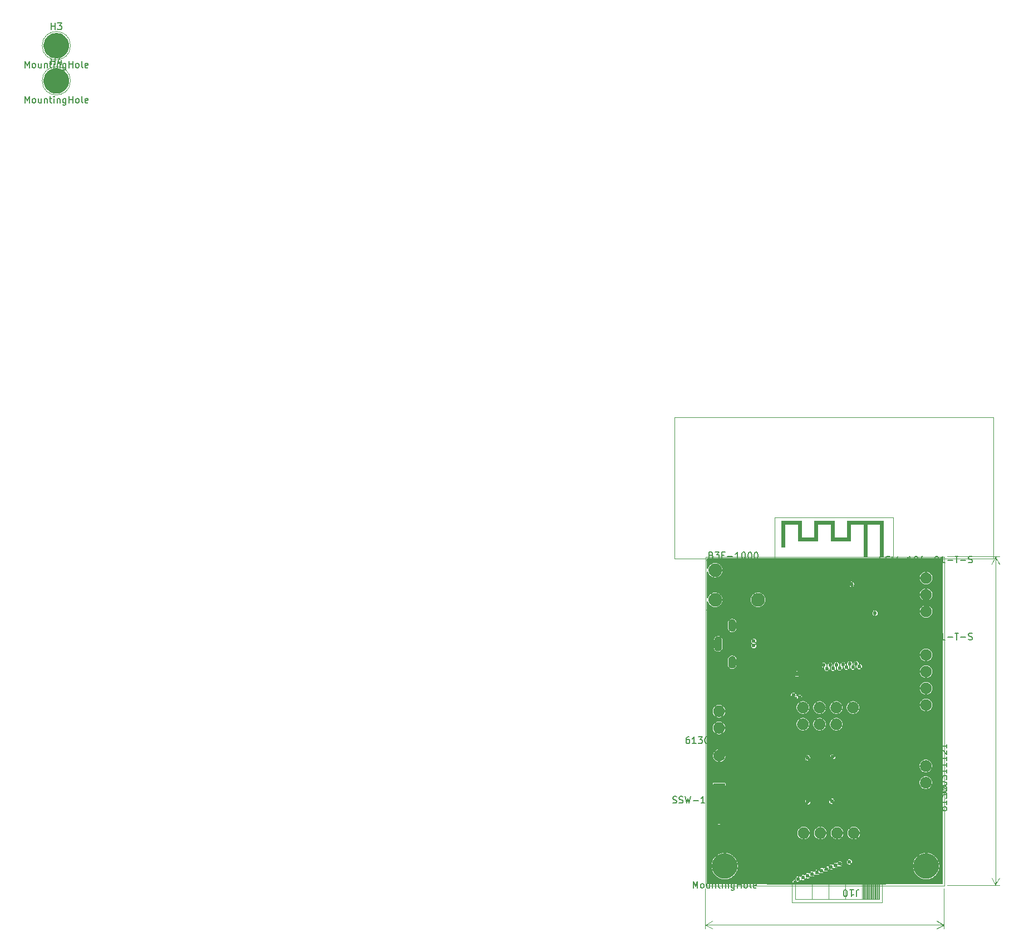
<source format=gbr>
%TF.GenerationSoftware,KiCad,Pcbnew,9.0.0*%
%TF.CreationDate,2025-03-05T00:28:23-05:00*%
%TF.ProjectId,helmetUnit,68656c6d-6574-4556-9e69-742e6b696361,rev?*%
%TF.SameCoordinates,Original*%
%TF.FileFunction,Soldermask,Top*%
%TF.FilePolarity,Negative*%
%FSLAX46Y46*%
G04 Gerber Fmt 4.6, Leading zero omitted, Abs format (unit mm)*
G04 Created by KiCad (PCBNEW 9.0.0) date 2025-03-05 00:28:23*
%MOMM*%
%LPD*%
G01*
G04 APERTURE LIST*
G04 Aperture macros list*
%AMRoundRect*
0 Rectangle with rounded corners*
0 $1 Rounding radius*
0 $2 $3 $4 $5 $6 $7 $8 $9 X,Y pos of 4 corners*
0 Add a 4 corners polygon primitive as box body*
4,1,4,$2,$3,$4,$5,$6,$7,$8,$9,$2,$3,0*
0 Add four circle primitives for the rounded corners*
1,1,$1+$1,$2,$3*
1,1,$1+$1,$4,$5*
1,1,$1+$1,$6,$7*
1,1,$1+$1,$8,$9*
0 Add four rect primitives between the rounded corners*
20,1,$1+$1,$2,$3,$4,$5,0*
20,1,$1+$1,$4,$5,$6,$7,0*
20,1,$1+$1,$6,$7,$8,$9,0*
20,1,$1+$1,$8,$9,$2,$3,0*%
G04 Aperture macros list end*
%TA.AperFunction,HeatsinkPad*%
%ADD10C,0.600000*%
%TD*%
%TA.AperFunction,SMDPad,CuDef*%
%ADD11RoundRect,0.050000X-0.225000X-0.050000X0.225000X-0.050000X0.225000X0.050000X-0.225000X0.050000X0*%
%TD*%
%TA.AperFunction,SMDPad,CuDef*%
%ADD12RoundRect,0.050000X0.050000X-0.225000X0.050000X0.225000X-0.050000X0.225000X-0.050000X-0.225000X0*%
%TD*%
%TA.AperFunction,SMDPad,CuDef*%
%ADD13RoundRect,0.162500X0.617500X0.162500X-0.617500X0.162500X-0.617500X-0.162500X0.617500X-0.162500X0*%
%TD*%
%TA.AperFunction,ComponentPad*%
%ADD14C,3.800000*%
%TD*%
%TA.AperFunction,SMDPad,CuDef*%
%ADD15RoundRect,0.250000X-0.475000X0.337500X-0.475000X-0.337500X0.475000X-0.337500X0.475000X0.337500X0*%
%TD*%
%TA.AperFunction,SMDPad,CuDef*%
%ADD16RoundRect,0.250000X0.475000X-0.337500X0.475000X0.337500X-0.475000X0.337500X-0.475000X-0.337500X0*%
%TD*%
%TA.AperFunction,SMDPad,CuDef*%
%ADD17RoundRect,0.250001X-0.462499X-0.849999X0.462499X-0.849999X0.462499X0.849999X-0.462499X0.849999X0*%
%TD*%
%TA.AperFunction,SMDPad,CuDef*%
%ADD18RoundRect,0.250000X-0.337500X-0.475000X0.337500X-0.475000X0.337500X0.475000X-0.337500X0.475000X0*%
%TD*%
%TA.AperFunction,SMDPad,CuDef*%
%ADD19RoundRect,0.250000X0.337500X0.475000X-0.337500X0.475000X-0.337500X-0.475000X0.337500X-0.475000X0*%
%TD*%
%TA.AperFunction,HeatsinkPad*%
%ADD20C,0.500000*%
%TD*%
%TA.AperFunction,HeatsinkPad*%
%ADD21R,2.700000X2.700000*%
%TD*%
%TA.AperFunction,SMDPad,CuDef*%
%ADD22RoundRect,0.062500X0.062500X0.425000X-0.062500X0.425000X-0.062500X-0.425000X0.062500X-0.425000X0*%
%TD*%
%TA.AperFunction,SMDPad,CuDef*%
%ADD23RoundRect,0.062500X0.425000X0.062500X-0.425000X0.062500X-0.425000X-0.062500X0.425000X-0.062500X0*%
%TD*%
%TA.AperFunction,ComponentPad*%
%ADD24R,1.700000X1.700000*%
%TD*%
%TA.AperFunction,ComponentPad*%
%ADD25O,1.700000X1.700000*%
%TD*%
%TA.AperFunction,HeatsinkPad*%
%ADD26O,1.100000X1.800000*%
%TD*%
%TA.AperFunction,HeatsinkPad*%
%ADD27O,1.100000X2.200000*%
%TD*%
%TA.AperFunction,ComponentPad*%
%ADD28C,2.000000*%
%TD*%
%TA.AperFunction,SMDPad,CuDef*%
%ADD29RoundRect,0.250000X0.450000X-0.350000X0.450000X0.350000X-0.450000X0.350000X-0.450000X-0.350000X0*%
%TD*%
%TA.AperFunction,ViaPad*%
%ADD30C,0.600000*%
%TD*%
%TA.AperFunction,Conductor*%
%ADD31C,0.160000*%
%TD*%
%TA.AperFunction,Conductor*%
%ADD32C,1.500000*%
%TD*%
%TA.AperFunction,Conductor*%
%ADD33C,0.300000*%
%TD*%
%TA.AperFunction,Conductor*%
%ADD34C,0.400000*%
%TD*%
%ADD35RoundRect,0.050000X-0.225000X-0.050000X0.225000X-0.050000X0.225000X0.050000X-0.225000X0.050000X0*%
%ADD36RoundRect,0.050000X0.050000X-0.225000X0.050000X0.225000X-0.050000X0.225000X-0.050000X-0.225000X0*%
%ADD37RoundRect,0.162500X0.617500X0.162500X-0.617500X0.162500X-0.617500X-0.162500X0.617500X-0.162500X0*%
%ADD38RoundRect,0.250000X-0.475000X0.337500X-0.475000X-0.337500X0.475000X-0.337500X0.475000X0.337500X0*%
%ADD39RoundRect,0.250000X0.475000X-0.337500X0.475000X0.337500X-0.475000X0.337500X-0.475000X-0.337500X0*%
%ADD40RoundRect,0.250001X-0.462499X-0.849999X0.462499X-0.849999X0.462499X0.849999X-0.462499X0.849999X0*%
%ADD41RoundRect,0.250000X-0.337500X-0.475000X0.337500X-0.475000X0.337500X0.475000X-0.337500X0.475000X0*%
%ADD42RoundRect,0.250000X0.337500X0.475000X-0.337500X0.475000X-0.337500X-0.475000X0.337500X-0.475000X0*%
%ADD43RoundRect,0.062500X0.062500X0.425000X-0.062500X0.425000X-0.062500X-0.425000X0.062500X-0.425000X0*%
%ADD44RoundRect,0.062500X0.425000X0.062500X-0.425000X0.062500X-0.425000X-0.062500X0.425000X-0.062500X0*%
%ADD45RoundRect,0.250000X0.335000X0.335000X-0.335000X0.335000X-0.335000X-0.335000X0.335000X-0.335000X0*%
%ADD46RoundRect,0.250000X0.450000X-0.350000X0.450000X0.350000X-0.450000X0.350000X-0.450000X-0.350000X0*%
%ADD47C,0.304800*%
%ADD48C,0.150000*%
%ADD49C,0.120000*%
%ADD50C,0.508000*%
%ADD51C,0.050000*%
%TA.AperFunction,SMDPad,CuDef*%
%ADD52RoundRect,0.250000X-0.450000X0.350000X-0.450000X-0.350000X0.450000X-0.350000X0.450000X0.350000X0*%
%TD*%
%TA.AperFunction,HeatsinkPad*%
%ADD53R,1.000000X1.000000*%
%TD*%
%TA.AperFunction,SMDPad,CuDef*%
%ADD54R,1.500000X0.900000*%
%TD*%
%TA.AperFunction,SMDPad,CuDef*%
%ADD55R,0.900000X1.500000*%
%TD*%
%TA.AperFunction,SMDPad,CuDef*%
%ADD56RoundRect,0.250000X-0.350000X-0.450000X0.350000X-0.450000X0.350000X0.450000X-0.350000X0.450000X0*%
%TD*%
%TA.AperFunction,SMDPad,CuDef*%
%ADD57R,0.304800X1.092200*%
%TD*%
%TA.AperFunction,SMDPad,CuDef*%
%ADD58R,1.500000X0.450000*%
%TD*%
%TA.AperFunction,Conductor*%
%ADD59C,0.200000*%
%TD*%
%ADD60RoundRect,0.250000X-0.450000X0.350000X-0.450000X-0.350000X0.450000X-0.350000X0.450000X0.350000X0*%
%ADD61R,1.000000X1.000000*%
%ADD62R,1.500000X0.900000*%
%ADD63R,0.900000X1.500000*%
%ADD64RoundRect,0.250000X-0.350000X-0.450000X0.350000X-0.450000X0.350000X0.450000X-0.350000X0.450000X0*%
%ADD65R,0.304800X1.092200*%
%ADD66R,1.500000X0.450000*%
%ADD67C,0.152400*%
%ADD68C,0.080000*%
%ADD69C,0.100000*%
%ADD70C,0.025400*%
%TA.AperFunction,Profile*%
%ADD71C,0.038100*%
%TD*%
G04 APERTURE END LIST*
G36*
X100944369Y-130453806D02*
G01*
X100948134Y-130453806D01*
X100950796Y-130456468D01*
X100956505Y-130458833D01*
X100970166Y-130472494D01*
X100972530Y-130478202D01*
X100975194Y-130480866D01*
X100976635Y-130488112D01*
X100978042Y-130491508D01*
X100978759Y-130498791D01*
X100979000Y-130500000D01*
X100979000Y-130501231D01*
X100979000Y-135900477D01*
X101003060Y-135915077D01*
X102031323Y-135379796D01*
X102031339Y-135379789D01*
X102032416Y-135379229D01*
X102033581Y-135378889D01*
X102040389Y-135376156D01*
X102044058Y-135375835D01*
X102051146Y-135373769D01*
X102054737Y-135374901D01*
X102060893Y-135374363D01*
X102079318Y-135380173D01*
X102084051Y-135384144D01*
X102087643Y-135385277D01*
X102089381Y-135388616D01*
X102094116Y-135392589D01*
X102103036Y-135409723D01*
X102103574Y-135415880D01*
X102105313Y-135419221D01*
X102104180Y-135422814D01*
X102104718Y-135428969D01*
X102098910Y-135447394D01*
X102094938Y-135452127D01*
X102093806Y-135455719D01*
X102088045Y-135460342D01*
X102085682Y-135463159D01*
X102079554Y-135467156D01*
X102078591Y-135467930D01*
X101331647Y-135856764D01*
X101206550Y-135921886D01*
X101215877Y-135960000D01*
X136964123Y-135960000D01*
X136973450Y-135921886D01*
X136102504Y-135468500D01*
X136102502Y-135468499D01*
X136101409Y-135467930D01*
X136100445Y-135467156D01*
X136094318Y-135463158D01*
X136091955Y-135460342D01*
X136086194Y-135455718D01*
X136085061Y-135452126D01*
X136081090Y-135447393D01*
X136075280Y-135428968D01*
X136075818Y-135422812D01*
X136074686Y-135419221D01*
X136076424Y-135415881D01*
X136076963Y-135409724D01*
X136085884Y-135392589D01*
X136090618Y-135388616D01*
X136092357Y-135385277D01*
X136095947Y-135384144D01*
X136100681Y-135380173D01*
X136119106Y-135374363D01*
X136125262Y-135374901D01*
X136128854Y-135373769D01*
X136135943Y-135375835D01*
X136139610Y-135376156D01*
X136146409Y-135378885D01*
X136147583Y-135379228D01*
X136148667Y-135379792D01*
X136148676Y-135379796D01*
X137176940Y-135915077D01*
X137201000Y-135900477D01*
X137201000Y-130501231D01*
X137201000Y-130500000D01*
X137201239Y-130498794D01*
X137201957Y-130491508D01*
X137203365Y-130488107D01*
X137204806Y-130480866D01*
X137207467Y-130478204D01*
X137209833Y-130472494D01*
X137223494Y-130458833D01*
X137229204Y-130456467D01*
X137231866Y-130453806D01*
X137235631Y-130453806D01*
X137241341Y-130451441D01*
X137260659Y-130451441D01*
X137266369Y-130453806D01*
X137270134Y-130453806D01*
X137272796Y-130456468D01*
X137278505Y-130458833D01*
X137292166Y-130472494D01*
X137294530Y-130478202D01*
X137297194Y-130480866D01*
X137298635Y-130488112D01*
X137300042Y-130491508D01*
X137300759Y-130498791D01*
X137301000Y-130500000D01*
X137301000Y-136596420D01*
X137300759Y-136597629D01*
X137300042Y-136604911D01*
X137298635Y-136608305D01*
X137297194Y-136615554D01*
X137294529Y-136618218D01*
X137292166Y-136623925D01*
X137278505Y-136637586D01*
X137272797Y-136639950D01*
X137270134Y-136642614D01*
X137266368Y-136642614D01*
X137260659Y-136644979D01*
X137241341Y-136644979D01*
X137235632Y-136642614D01*
X137231866Y-136642614D01*
X137229202Y-136639950D01*
X137223494Y-136637586D01*
X137209833Y-136623925D01*
X137207468Y-136618216D01*
X137204806Y-136615554D01*
X137203365Y-136608310D01*
X137201957Y-136604911D01*
X137201240Y-136597626D01*
X137201000Y-136596420D01*
X137201000Y-136119522D01*
X137176940Y-136104922D01*
X136147583Y-136640772D01*
X136146400Y-136641116D01*
X136139610Y-136643843D01*
X136135948Y-136644163D01*
X136128854Y-136646231D01*
X136125260Y-136645097D01*
X136119106Y-136645636D01*
X136100681Y-136639826D01*
X136095949Y-136635855D01*
X136092357Y-136634723D01*
X136090617Y-136631381D01*
X136085884Y-136627410D01*
X136076963Y-136610275D01*
X136076424Y-136604118D01*
X136074686Y-136600779D01*
X136075818Y-136597187D01*
X136075280Y-136591031D01*
X136081090Y-136572606D01*
X136085061Y-136567872D01*
X136086194Y-136564282D01*
X136091952Y-136559659D01*
X136094318Y-136556841D01*
X136100452Y-136552837D01*
X136101409Y-136552070D01*
X136102496Y-136551503D01*
X136102504Y-136551499D01*
X136973450Y-136098114D01*
X136964123Y-136060000D01*
X101215877Y-136060000D01*
X101206550Y-136098114D01*
X102077497Y-136551500D01*
X102077500Y-136551502D01*
X102078591Y-136552070D01*
X102079548Y-136552838D01*
X102085682Y-136556840D01*
X102088048Y-136559659D01*
X102093806Y-136564281D01*
X102094937Y-136567871D01*
X102098910Y-136572605D01*
X102104718Y-136591030D01*
X102104180Y-136597185D01*
X102105313Y-136600779D01*
X102103574Y-136604119D01*
X102103036Y-136610276D01*
X102094116Y-136627410D01*
X102089382Y-136631381D01*
X102087643Y-136634723D01*
X102084049Y-136635856D01*
X102079318Y-136639826D01*
X102060893Y-136645636D01*
X102054739Y-136645097D01*
X102051146Y-136646231D01*
X102044053Y-136644163D01*
X102040389Y-136643843D01*
X102033590Y-136641113D01*
X102032416Y-136640771D01*
X102031331Y-136640206D01*
X102031323Y-136640203D01*
X101349460Y-136285246D01*
X101003059Y-136104922D01*
X100979000Y-136119522D01*
X100979000Y-136596420D01*
X100978759Y-136597629D01*
X100978042Y-136604911D01*
X100976635Y-136608305D01*
X100975194Y-136615554D01*
X100972529Y-136618218D01*
X100970166Y-136623925D01*
X100956505Y-136637586D01*
X100950797Y-136639950D01*
X100948134Y-136642614D01*
X100944368Y-136642614D01*
X100938659Y-136644979D01*
X100919341Y-136644979D01*
X100913632Y-136642614D01*
X100909866Y-136642614D01*
X100907202Y-136639950D01*
X100901494Y-136637586D01*
X100887833Y-136623925D01*
X100885468Y-136618216D01*
X100882806Y-136615554D01*
X100881365Y-136608310D01*
X100879957Y-136604911D01*
X100879240Y-136597626D01*
X100879000Y-136596420D01*
X100879000Y-130500000D01*
X100879239Y-130498794D01*
X100879957Y-130491508D01*
X100881365Y-130488107D01*
X100882806Y-130480866D01*
X100885467Y-130478204D01*
X100887833Y-130472494D01*
X100901494Y-130458833D01*
X100907204Y-130456467D01*
X100909866Y-130453806D01*
X100913631Y-130453806D01*
X100919341Y-130451441D01*
X100938659Y-130451441D01*
X100944369Y-130453806D01*
G37*
G36*
X145687626Y-79916240D02*
G01*
X145694911Y-79916957D01*
X145698310Y-79918365D01*
X145705554Y-79919806D01*
X145708216Y-79922468D01*
X145713925Y-79924833D01*
X145727586Y-79938494D01*
X145729950Y-79944202D01*
X145732614Y-79946866D01*
X145732614Y-79950631D01*
X145734979Y-79956341D01*
X145734979Y-79975658D01*
X145732614Y-79981367D01*
X145732614Y-79985134D01*
X145729950Y-79987797D01*
X145727586Y-79993505D01*
X145713925Y-80007166D01*
X145708218Y-80009529D01*
X145705554Y-80012194D01*
X145698305Y-80013635D01*
X145694911Y-80015042D01*
X145687629Y-80015759D01*
X145686420Y-80016000D01*
X145685188Y-80016000D01*
X145209523Y-80016000D01*
X145194923Y-80040060D01*
X145730203Y-81068323D01*
X145730206Y-81068331D01*
X145730771Y-81069416D01*
X145731113Y-81070590D01*
X145733843Y-81077389D01*
X145734163Y-81081053D01*
X145736231Y-81088146D01*
X145735097Y-81091739D01*
X145735636Y-81097893D01*
X145729826Y-81116318D01*
X145725856Y-81121049D01*
X145724723Y-81124643D01*
X145721381Y-81126382D01*
X145717410Y-81131116D01*
X145700276Y-81140036D01*
X145694119Y-81140574D01*
X145690779Y-81142313D01*
X145687185Y-81141180D01*
X145681030Y-81141718D01*
X145662605Y-81135910D01*
X145657871Y-81131937D01*
X145654281Y-81130806D01*
X145649659Y-81125048D01*
X145646840Y-81122682D01*
X145642838Y-81116548D01*
X145642070Y-81115591D01*
X145618032Y-81069416D01*
X145399577Y-80649766D01*
X145188114Y-80243549D01*
X145150000Y-80252876D01*
X145150000Y-129679123D01*
X145188114Y-129688450D01*
X145641500Y-128817502D01*
X145641505Y-128817494D01*
X145642070Y-128816409D01*
X145642834Y-128815456D01*
X145646840Y-128809317D01*
X145649662Y-128806948D01*
X145654281Y-128801194D01*
X145657869Y-128800062D01*
X145662605Y-128796089D01*
X145681030Y-128790281D01*
X145687187Y-128790819D01*
X145690779Y-128789687D01*
X145694117Y-128791424D01*
X145700276Y-128791963D01*
X145717410Y-128800883D01*
X145721383Y-128805618D01*
X145724723Y-128807357D01*
X145725855Y-128810948D01*
X145729826Y-128815681D01*
X145735636Y-128834106D01*
X145735097Y-128840260D01*
X145736231Y-128843854D01*
X145734163Y-128850946D01*
X145733843Y-128854610D01*
X145731114Y-128861406D01*
X145730771Y-128862584D01*
X145730204Y-128863672D01*
X145730203Y-128863676D01*
X145194923Y-129891940D01*
X145209523Y-129916000D01*
X145686420Y-129916000D01*
X145687626Y-129916240D01*
X145694911Y-129916957D01*
X145698310Y-129918365D01*
X145705554Y-129919806D01*
X145708216Y-129922468D01*
X145713925Y-129924833D01*
X145727586Y-129938494D01*
X145729950Y-129944202D01*
X145732614Y-129946866D01*
X145732614Y-129950631D01*
X145734979Y-129956341D01*
X145734979Y-129975658D01*
X145732614Y-129981367D01*
X145732614Y-129985134D01*
X145729950Y-129987797D01*
X145727586Y-129993505D01*
X145713925Y-130007166D01*
X145708218Y-130009529D01*
X145705554Y-130012194D01*
X145698305Y-130013635D01*
X145694911Y-130015042D01*
X145687629Y-130015759D01*
X145686420Y-130016000D01*
X145685188Y-130016000D01*
X137752232Y-130016000D01*
X137751000Y-130016000D01*
X137749791Y-130015759D01*
X137742508Y-130015042D01*
X137739112Y-130013635D01*
X137731866Y-130012194D01*
X137729202Y-130009530D01*
X137723494Y-130007166D01*
X137709833Y-129993505D01*
X137707468Y-129987796D01*
X137704806Y-129985134D01*
X137704806Y-129981367D01*
X137702441Y-129975658D01*
X137702441Y-129956341D01*
X137704806Y-129950631D01*
X137704806Y-129946866D01*
X137707467Y-129944204D01*
X137709833Y-129938494D01*
X137723494Y-129924833D01*
X137729204Y-129922467D01*
X137731866Y-129919806D01*
X137739107Y-129918365D01*
X137742508Y-129916957D01*
X137749793Y-129916239D01*
X137751000Y-129916000D01*
X144990478Y-129916000D01*
X145005077Y-129891940D01*
X144815145Y-129527084D01*
X144469796Y-128863676D01*
X144469792Y-128863667D01*
X144469228Y-128862583D01*
X144468885Y-128861409D01*
X144466156Y-128854610D01*
X144465835Y-128850943D01*
X144463769Y-128843854D01*
X144464901Y-128840262D01*
X144464363Y-128834106D01*
X144470173Y-128815681D01*
X144474144Y-128810947D01*
X144475277Y-128807357D01*
X144478616Y-128805618D01*
X144482589Y-128800884D01*
X144499724Y-128791963D01*
X144505881Y-128791424D01*
X144509221Y-128789686D01*
X144512812Y-128790818D01*
X144518968Y-128790280D01*
X144537393Y-128796090D01*
X144542126Y-128800061D01*
X144545718Y-128801194D01*
X144550342Y-128806955D01*
X144553158Y-128809318D01*
X144557156Y-128815445D01*
X144557930Y-128816409D01*
X144558499Y-128817502D01*
X144558500Y-128817504D01*
X145011886Y-129688449D01*
X145050000Y-129679122D01*
X145050000Y-80252877D01*
X145011886Y-80243550D01*
X144804779Y-80641398D01*
X144557930Y-81115591D01*
X144557153Y-81116558D01*
X144553158Y-81122681D01*
X144550344Y-81125041D01*
X144545718Y-81130806D01*
X144542124Y-81131939D01*
X144537393Y-81135909D01*
X144518968Y-81141719D01*
X144512814Y-81141180D01*
X144509221Y-81142314D01*
X144505879Y-81140574D01*
X144499724Y-81140036D01*
X144482589Y-81131115D01*
X144478617Y-81126382D01*
X144475277Y-81124643D01*
X144474144Y-81121050D01*
X144470173Y-81116318D01*
X144464363Y-81097893D01*
X144464901Y-81091737D01*
X144463769Y-81088146D01*
X144465835Y-81081057D01*
X144466156Y-81077389D01*
X144468886Y-81070587D01*
X144469228Y-81069417D01*
X144469790Y-81068335D01*
X144469796Y-81068323D01*
X144894292Y-80252877D01*
X145005077Y-80040059D01*
X144990478Y-80016000D01*
X137752232Y-80016000D01*
X137751000Y-80016000D01*
X137749791Y-80015759D01*
X137742508Y-80015042D01*
X137739112Y-80013635D01*
X137731866Y-80012194D01*
X137729202Y-80009530D01*
X137723494Y-80007166D01*
X137709833Y-79993505D01*
X137707468Y-79987796D01*
X137704806Y-79985134D01*
X137704806Y-79981367D01*
X137702441Y-79975658D01*
X137702441Y-79956341D01*
X137704806Y-79950631D01*
X137704806Y-79946866D01*
X137707467Y-79944204D01*
X137709833Y-79938494D01*
X137723494Y-79924833D01*
X137729204Y-79922467D01*
X137731866Y-79919806D01*
X137739107Y-79918365D01*
X137742508Y-79916957D01*
X137749793Y-79916239D01*
X137751000Y-79916000D01*
X145686420Y-79916000D01*
X145687626Y-79916240D01*
G37*
G36*
X104228085Y-125099238D02*
G01*
X104472950Y-125164849D01*
X104707155Y-125261861D01*
X104926695Y-125388612D01*
X105127812Y-125542934D01*
X105307066Y-125722188D01*
X105461388Y-125923305D01*
X105588139Y-126142845D01*
X105685151Y-126377050D01*
X105750762Y-126621915D01*
X105783851Y-126873249D01*
X105783851Y-127126751D01*
X105750762Y-127378085D01*
X105685151Y-127622950D01*
X105588139Y-127857155D01*
X105461388Y-128076695D01*
X105307066Y-128277812D01*
X105127812Y-128457066D01*
X104926695Y-128611388D01*
X104707155Y-128738139D01*
X104472950Y-128835151D01*
X104228085Y-128900762D01*
X103976751Y-128933851D01*
X103723249Y-128933851D01*
X103471915Y-128900762D01*
X103227050Y-128835151D01*
X102992845Y-128738139D01*
X102773305Y-128611388D01*
X102572188Y-128457066D01*
X102392934Y-128277812D01*
X102238612Y-128076695D01*
X102111861Y-127857155D01*
X102014849Y-127622950D01*
X101949238Y-127378085D01*
X101916149Y-127126751D01*
X101916149Y-126873249D01*
X101949238Y-126621915D01*
X102014849Y-126377050D01*
X102111861Y-126142845D01*
X102238612Y-125923305D01*
X102392934Y-125722188D01*
X102572188Y-125542934D01*
X102773305Y-125388612D01*
X102992845Y-125261861D01*
X103227050Y-125164849D01*
X103471915Y-125099238D01*
X103723249Y-125066149D01*
X103976751Y-125066149D01*
X104228085Y-125099238D01*
G37*
G36*
X134878085Y-125099238D02*
G01*
X135122950Y-125164849D01*
X135357155Y-125261861D01*
X135576695Y-125388612D01*
X135777812Y-125542934D01*
X135957066Y-125722188D01*
X136111388Y-125923305D01*
X136238139Y-126142845D01*
X136335151Y-126377050D01*
X136400762Y-126621915D01*
X136433851Y-126873249D01*
X136433851Y-127126751D01*
X136400762Y-127378085D01*
X136335151Y-127622950D01*
X136238139Y-127857155D01*
X136111388Y-128076695D01*
X135957066Y-128277812D01*
X135777812Y-128457066D01*
X135576695Y-128611388D01*
X135357155Y-128738139D01*
X135122950Y-128835151D01*
X134878085Y-128900762D01*
X134626751Y-128933851D01*
X134373249Y-128933851D01*
X134121915Y-128900762D01*
X133877050Y-128835151D01*
X133642845Y-128738139D01*
X133423305Y-128611388D01*
X133222188Y-128457066D01*
X133042934Y-128277812D01*
X132888612Y-128076695D01*
X132761861Y-127857155D01*
X132664849Y-127622950D01*
X132599238Y-127378085D01*
X132566149Y-127126751D01*
X132566149Y-126873249D01*
X132599238Y-126621915D01*
X132664849Y-126377050D01*
X132761861Y-126142845D01*
X132888612Y-125923305D01*
X133042934Y-125722188D01*
X133222188Y-125542934D01*
X133423305Y-125388612D01*
X133642845Y-125261861D01*
X133877050Y-125164849D01*
X134121915Y-125099238D01*
X134373249Y-125066149D01*
X134626751Y-125066149D01*
X134878085Y-125099238D01*
G37*
G36*
X113726943Y-124518793D02*
G01*
X113739271Y-124527030D01*
X113747508Y-124539358D01*
X113750401Y-124553900D01*
X113750401Y-125646100D01*
X113747508Y-125660642D01*
X113739271Y-125672970D01*
X113726943Y-125681207D01*
X113712401Y-125684100D01*
X113407601Y-125684100D01*
X113393059Y-125681207D01*
X113380731Y-125672970D01*
X113372494Y-125660642D01*
X113369601Y-125646100D01*
X113369601Y-124553900D01*
X113372494Y-124539358D01*
X113380731Y-124527030D01*
X113393059Y-124518793D01*
X113407601Y-124515900D01*
X113712401Y-124515900D01*
X113726943Y-124518793D01*
G37*
G36*
X114226942Y-124518793D02*
G01*
X114239270Y-124527030D01*
X114247507Y-124539358D01*
X114250400Y-124553900D01*
X114250400Y-125646100D01*
X114247507Y-125660642D01*
X114239270Y-125672970D01*
X114226942Y-125681207D01*
X114212400Y-125684100D01*
X113907600Y-125684100D01*
X113893058Y-125681207D01*
X113880730Y-125672970D01*
X113872493Y-125660642D01*
X113869600Y-125646100D01*
X113869600Y-124553900D01*
X113872493Y-124539358D01*
X113880730Y-124527030D01*
X113893058Y-124518793D01*
X113907600Y-124515900D01*
X114212400Y-124515900D01*
X114226942Y-124518793D01*
G37*
G36*
X114726941Y-124518793D02*
G01*
X114739269Y-124527030D01*
X114747506Y-124539358D01*
X114750399Y-124553900D01*
X114750399Y-125646100D01*
X114747506Y-125660642D01*
X114739269Y-125672970D01*
X114726941Y-125681207D01*
X114712399Y-125684100D01*
X114407599Y-125684100D01*
X114393057Y-125681207D01*
X114380729Y-125672970D01*
X114372492Y-125660642D01*
X114369599Y-125646100D01*
X114369599Y-124553900D01*
X114372492Y-124539358D01*
X114380729Y-124527030D01*
X114393057Y-124518793D01*
X114407599Y-124515900D01*
X114712399Y-124515900D01*
X114726941Y-124518793D01*
G37*
G36*
X115226943Y-124518793D02*
G01*
X115239271Y-124527030D01*
X115247508Y-124539358D01*
X115250401Y-124553900D01*
X115250401Y-125646100D01*
X115247508Y-125660642D01*
X115239271Y-125672970D01*
X115226943Y-125681207D01*
X115212401Y-125684100D01*
X114907601Y-125684100D01*
X114893059Y-125681207D01*
X114880731Y-125672970D01*
X114872494Y-125660642D01*
X114869601Y-125646100D01*
X114869601Y-124553900D01*
X114872494Y-124539358D01*
X114880731Y-124527030D01*
X114893059Y-124518793D01*
X114907601Y-124515900D01*
X115212401Y-124515900D01*
X115226943Y-124518793D01*
G37*
G36*
X115726942Y-124518793D02*
G01*
X115739270Y-124527030D01*
X115747507Y-124539358D01*
X115750400Y-124553900D01*
X115750400Y-125646100D01*
X115747507Y-125660642D01*
X115739270Y-125672970D01*
X115726942Y-125681207D01*
X115712400Y-125684100D01*
X115407600Y-125684100D01*
X115393058Y-125681207D01*
X115380730Y-125672970D01*
X115372493Y-125660642D01*
X115369600Y-125646100D01*
X115369600Y-124553900D01*
X115372493Y-124539358D01*
X115380730Y-124527030D01*
X115393058Y-124518793D01*
X115407600Y-124515900D01*
X115712400Y-124515900D01*
X115726942Y-124518793D01*
G37*
G36*
X116226941Y-124518793D02*
G01*
X116239269Y-124527030D01*
X116247506Y-124539358D01*
X116250399Y-124553900D01*
X116250399Y-125646100D01*
X116247506Y-125660642D01*
X116239269Y-125672970D01*
X116226941Y-125681207D01*
X116212399Y-125684100D01*
X115907599Y-125684100D01*
X115893057Y-125681207D01*
X115880729Y-125672970D01*
X115872492Y-125660642D01*
X115869599Y-125646100D01*
X115869599Y-124553900D01*
X115872492Y-124539358D01*
X115880729Y-124527030D01*
X115893057Y-124518793D01*
X115907599Y-124515900D01*
X116212399Y-124515900D01*
X116226941Y-124518793D01*
G37*
G36*
X116726942Y-124518793D02*
G01*
X116739270Y-124527030D01*
X116747507Y-124539358D01*
X116750400Y-124553900D01*
X116750400Y-125646100D01*
X116747507Y-125660642D01*
X116739270Y-125672970D01*
X116726942Y-125681207D01*
X116712400Y-125684100D01*
X116407600Y-125684100D01*
X116393058Y-125681207D01*
X116380730Y-125672970D01*
X116372493Y-125660642D01*
X116369600Y-125646100D01*
X116369600Y-124553900D01*
X116372493Y-124539358D01*
X116380730Y-124527030D01*
X116393058Y-124518793D01*
X116407600Y-124515900D01*
X116712400Y-124515900D01*
X116726942Y-124518793D01*
G37*
G36*
X117226941Y-124518793D02*
G01*
X117239269Y-124527030D01*
X117247506Y-124539358D01*
X117250399Y-124553900D01*
X117250399Y-125646100D01*
X117247506Y-125660642D01*
X117239269Y-125672970D01*
X117226941Y-125681207D01*
X117212399Y-125684100D01*
X116907599Y-125684100D01*
X116893057Y-125681207D01*
X116880729Y-125672970D01*
X116872492Y-125660642D01*
X116869599Y-125646100D01*
X116869599Y-124553900D01*
X116872492Y-124539358D01*
X116880729Y-124527030D01*
X116893057Y-124518793D01*
X116907599Y-124515900D01*
X117212399Y-124515900D01*
X117226941Y-124518793D01*
G37*
G36*
X117726943Y-124518793D02*
G01*
X117739271Y-124527030D01*
X117747508Y-124539358D01*
X117750401Y-124553900D01*
X117750401Y-125646100D01*
X117747508Y-125660642D01*
X117739271Y-125672970D01*
X117726943Y-125681207D01*
X117712401Y-125684100D01*
X117407601Y-125684100D01*
X117393059Y-125681207D01*
X117380731Y-125672970D01*
X117372494Y-125660642D01*
X117369601Y-125646100D01*
X117369601Y-124553900D01*
X117372494Y-124539358D01*
X117380731Y-124527030D01*
X117393059Y-124518793D01*
X117407601Y-124515900D01*
X117712401Y-124515900D01*
X117726943Y-124518793D01*
G37*
G36*
X118226942Y-124518793D02*
G01*
X118239270Y-124527030D01*
X118247507Y-124539358D01*
X118250400Y-124553900D01*
X118250400Y-125646100D01*
X118247507Y-125660642D01*
X118239270Y-125672970D01*
X118226942Y-125681207D01*
X118212400Y-125684100D01*
X117907600Y-125684100D01*
X117893058Y-125681207D01*
X117880730Y-125672970D01*
X117872493Y-125660642D01*
X117869600Y-125646100D01*
X117869600Y-124553900D01*
X117872493Y-124539358D01*
X117880730Y-124527030D01*
X117893058Y-124518793D01*
X117907600Y-124515900D01*
X118212400Y-124515900D01*
X118226942Y-124518793D01*
G37*
G36*
X118726941Y-124518793D02*
G01*
X118739269Y-124527030D01*
X118747506Y-124539358D01*
X118750399Y-124553900D01*
X118750399Y-125646100D01*
X118747506Y-125660642D01*
X118739269Y-125672970D01*
X118726941Y-125681207D01*
X118712399Y-125684100D01*
X118407599Y-125684100D01*
X118393057Y-125681207D01*
X118380729Y-125672970D01*
X118372492Y-125660642D01*
X118369599Y-125646100D01*
X118369599Y-124553900D01*
X118372492Y-124539358D01*
X118380729Y-124527030D01*
X118393057Y-124518793D01*
X118407599Y-124515900D01*
X118712399Y-124515900D01*
X118726941Y-124518793D01*
G37*
G36*
X119226942Y-124518793D02*
G01*
X119239270Y-124527030D01*
X119247507Y-124539358D01*
X119250400Y-124553900D01*
X119250400Y-125646100D01*
X119247507Y-125660642D01*
X119239270Y-125672970D01*
X119226942Y-125681207D01*
X119212400Y-125684100D01*
X118907600Y-125684100D01*
X118893058Y-125681207D01*
X118880730Y-125672970D01*
X118872493Y-125660642D01*
X118869600Y-125646100D01*
X118869600Y-124553900D01*
X118872493Y-124539358D01*
X118880730Y-124527030D01*
X118893058Y-124518793D01*
X118907600Y-124515900D01*
X119212400Y-124515900D01*
X119226942Y-124518793D01*
G37*
G36*
X119726941Y-124518793D02*
G01*
X119739269Y-124527030D01*
X119747506Y-124539358D01*
X119750399Y-124553900D01*
X119750399Y-125646100D01*
X119747506Y-125660642D01*
X119739269Y-125672970D01*
X119726941Y-125681207D01*
X119712399Y-125684100D01*
X119407599Y-125684100D01*
X119393057Y-125681207D01*
X119380729Y-125672970D01*
X119372492Y-125660642D01*
X119369599Y-125646100D01*
X119369599Y-124553900D01*
X119372492Y-124539358D01*
X119380729Y-124527030D01*
X119393057Y-124518793D01*
X119407599Y-124515900D01*
X119712399Y-124515900D01*
X119726941Y-124518793D01*
G37*
G36*
X120226943Y-124518793D02*
G01*
X120239271Y-124527030D01*
X120247508Y-124539358D01*
X120250401Y-124553900D01*
X120250401Y-125646100D01*
X120247508Y-125660642D01*
X120239271Y-125672970D01*
X120226943Y-125681207D01*
X120212401Y-125684100D01*
X119907601Y-125684100D01*
X119893059Y-125681207D01*
X119880731Y-125672970D01*
X119872494Y-125660642D01*
X119869601Y-125646100D01*
X119869601Y-124553900D01*
X119872494Y-124539358D01*
X119880731Y-124527030D01*
X119893059Y-124518793D01*
X119907601Y-124515900D01*
X120212401Y-124515900D01*
X120226943Y-124518793D01*
G37*
G36*
X120726942Y-124518793D02*
G01*
X120739270Y-124527030D01*
X120747507Y-124539358D01*
X120750400Y-124553900D01*
X120750400Y-125646100D01*
X120747507Y-125660642D01*
X120739270Y-125672970D01*
X120726942Y-125681207D01*
X120712400Y-125684100D01*
X120407600Y-125684100D01*
X120393058Y-125681207D01*
X120380730Y-125672970D01*
X120372493Y-125660642D01*
X120369600Y-125646100D01*
X120369600Y-124553900D01*
X120372493Y-124539358D01*
X120380730Y-124527030D01*
X120393058Y-124518793D01*
X120407600Y-124515900D01*
X120712400Y-124515900D01*
X120726942Y-124518793D01*
G37*
G36*
X121226941Y-124518793D02*
G01*
X121239269Y-124527030D01*
X121247506Y-124539358D01*
X121250399Y-124553900D01*
X121250399Y-125646100D01*
X121247506Y-125660642D01*
X121239269Y-125672970D01*
X121226941Y-125681207D01*
X121212399Y-125684100D01*
X120907599Y-125684100D01*
X120893057Y-125681207D01*
X120880729Y-125672970D01*
X120872492Y-125660642D01*
X120869599Y-125646100D01*
X120869599Y-124553900D01*
X120872492Y-124539358D01*
X120880729Y-124527030D01*
X120893057Y-124518793D01*
X120907599Y-124515900D01*
X121212399Y-124515900D01*
X121226941Y-124518793D01*
G37*
G36*
X121726942Y-124518793D02*
G01*
X121739270Y-124527030D01*
X121747507Y-124539358D01*
X121750400Y-124553900D01*
X121750400Y-125646100D01*
X121747507Y-125660642D01*
X121739270Y-125672970D01*
X121726942Y-125681207D01*
X121712400Y-125684100D01*
X121407600Y-125684100D01*
X121393058Y-125681207D01*
X121380730Y-125672970D01*
X121372493Y-125660642D01*
X121369600Y-125646100D01*
X121369600Y-124553900D01*
X121372493Y-124539358D01*
X121380730Y-124527030D01*
X121393058Y-124518793D01*
X121407600Y-124515900D01*
X121712400Y-124515900D01*
X121726942Y-124518793D01*
G37*
G36*
X122226941Y-124518793D02*
G01*
X122239269Y-124527030D01*
X122247506Y-124539358D01*
X122250399Y-124553900D01*
X122250399Y-125646100D01*
X122247506Y-125660642D01*
X122239269Y-125672970D01*
X122226941Y-125681207D01*
X122212399Y-125684100D01*
X121907599Y-125684100D01*
X121893057Y-125681207D01*
X121880729Y-125672970D01*
X121872492Y-125660642D01*
X121869599Y-125646100D01*
X121869599Y-124553900D01*
X121872492Y-124539358D01*
X121880729Y-124527030D01*
X121893057Y-124518793D01*
X121907599Y-124515900D01*
X122212399Y-124515900D01*
X122226941Y-124518793D01*
G37*
G36*
X122726943Y-124518793D02*
G01*
X122739271Y-124527030D01*
X122747508Y-124539358D01*
X122750401Y-124553900D01*
X122750401Y-125646100D01*
X122747508Y-125660642D01*
X122739271Y-125672970D01*
X122726943Y-125681207D01*
X122712401Y-125684100D01*
X122407601Y-125684100D01*
X122393059Y-125681207D01*
X122380731Y-125672970D01*
X122372494Y-125660642D01*
X122369601Y-125646100D01*
X122369601Y-124553900D01*
X122372494Y-124539358D01*
X122380731Y-124527030D01*
X122393059Y-124518793D01*
X122407601Y-124515900D01*
X122712401Y-124515900D01*
X122726943Y-124518793D01*
G37*
G36*
X123226942Y-124518793D02*
G01*
X123239270Y-124527030D01*
X123247507Y-124539358D01*
X123250400Y-124553900D01*
X123250400Y-125646100D01*
X123247507Y-125660642D01*
X123239270Y-125672970D01*
X123226942Y-125681207D01*
X123212400Y-125684100D01*
X122907600Y-125684100D01*
X122893058Y-125681207D01*
X122880730Y-125672970D01*
X122872493Y-125660642D01*
X122869600Y-125646100D01*
X122869600Y-124553900D01*
X122872493Y-124539358D01*
X122880730Y-124527030D01*
X122893058Y-124518793D01*
X122907600Y-124515900D01*
X123212400Y-124515900D01*
X123226942Y-124518793D01*
G37*
G36*
X123726941Y-124518793D02*
G01*
X123739269Y-124527030D01*
X123747506Y-124539358D01*
X123750399Y-124553900D01*
X123750399Y-125646100D01*
X123747506Y-125660642D01*
X123739269Y-125672970D01*
X123726941Y-125681207D01*
X123712399Y-125684100D01*
X123407599Y-125684100D01*
X123393057Y-125681207D01*
X123380729Y-125672970D01*
X123372492Y-125660642D01*
X123369599Y-125646100D01*
X123369599Y-124553900D01*
X123372492Y-124539358D01*
X123380729Y-124527030D01*
X123393057Y-124518793D01*
X123407599Y-124515900D01*
X123712399Y-124515900D01*
X123726941Y-124518793D01*
G37*
G36*
X124226942Y-124518793D02*
G01*
X124239270Y-124527030D01*
X124247507Y-124539358D01*
X124250400Y-124553900D01*
X124250400Y-125646100D01*
X124247507Y-125660642D01*
X124239270Y-125672970D01*
X124226942Y-125681207D01*
X124212400Y-125684100D01*
X123907600Y-125684100D01*
X123893058Y-125681207D01*
X123880730Y-125672970D01*
X123872493Y-125660642D01*
X123869600Y-125646100D01*
X123869600Y-124553900D01*
X123872493Y-124539358D01*
X123880730Y-124527030D01*
X123893058Y-124518793D01*
X123907600Y-124515900D01*
X124212400Y-124515900D01*
X124226942Y-124518793D01*
G37*
G36*
X124726941Y-124518793D02*
G01*
X124739269Y-124527030D01*
X124747506Y-124539358D01*
X124750399Y-124553900D01*
X124750399Y-125646100D01*
X124747506Y-125660642D01*
X124739269Y-125672970D01*
X124726941Y-125681207D01*
X124712399Y-125684100D01*
X124407599Y-125684100D01*
X124393057Y-125681207D01*
X124380729Y-125672970D01*
X124372492Y-125660642D01*
X124369599Y-125646100D01*
X124369599Y-124553900D01*
X124372492Y-124539358D01*
X124380729Y-124527030D01*
X124393057Y-124518793D01*
X124407599Y-124515900D01*
X124712399Y-124515900D01*
X124726941Y-124518793D01*
G37*
G36*
X125226942Y-124518793D02*
G01*
X125239270Y-124527030D01*
X125247507Y-124539358D01*
X125250400Y-124553900D01*
X125250400Y-125646100D01*
X125247507Y-125660642D01*
X125239270Y-125672970D01*
X125226942Y-125681207D01*
X125212400Y-125684100D01*
X124907600Y-125684100D01*
X124893058Y-125681207D01*
X124880730Y-125672970D01*
X124872493Y-125660642D01*
X124869600Y-125646100D01*
X124869600Y-124553900D01*
X124872493Y-124539358D01*
X124880730Y-124527030D01*
X124893058Y-124518793D01*
X124907600Y-124515900D01*
X125212400Y-124515900D01*
X125226942Y-124518793D01*
G37*
G36*
X130785938Y-123359650D02*
G01*
X130789957Y-123361424D01*
X130793931Y-123361948D01*
X130843651Y-123385133D01*
X130882759Y-123402401D01*
X130884573Y-123404215D01*
X130884969Y-123404400D01*
X130955599Y-123475030D01*
X130955783Y-123475425D01*
X130957599Y-123477241D01*
X130974876Y-123516369D01*
X130998051Y-123566068D01*
X130998573Y-123570039D01*
X131000350Y-123574062D01*
X131008000Y-123640000D01*
X131008000Y-124340000D01*
X131000350Y-124405938D01*
X130998573Y-124409961D01*
X130998051Y-124413931D01*
X130974884Y-124463611D01*
X130957599Y-124502759D01*
X130955782Y-124504575D01*
X130955599Y-124504969D01*
X130884969Y-124575599D01*
X130884575Y-124575782D01*
X130882759Y-124577599D01*
X130843611Y-124594884D01*
X130793931Y-124618051D01*
X130789961Y-124618573D01*
X130785938Y-124620350D01*
X130720000Y-124628000D01*
X129820000Y-124628000D01*
X129754062Y-124620350D01*
X129750039Y-124618573D01*
X129746068Y-124618051D01*
X129696369Y-124594876D01*
X129657241Y-124577599D01*
X129655425Y-124575783D01*
X129655030Y-124575599D01*
X129584400Y-124504969D01*
X129584215Y-124504573D01*
X129582401Y-124502759D01*
X129565133Y-124463651D01*
X129541948Y-124413931D01*
X129541424Y-124409957D01*
X129539650Y-124405938D01*
X129532000Y-124340000D01*
X129532000Y-123640000D01*
X129539650Y-123574062D01*
X129541424Y-123570042D01*
X129541948Y-123566068D01*
X129565141Y-123516329D01*
X129582401Y-123477241D01*
X129584214Y-123475427D01*
X129584400Y-123475030D01*
X129655030Y-123404400D01*
X129655427Y-123404214D01*
X129657241Y-123402401D01*
X129696329Y-123385141D01*
X129746068Y-123361948D01*
X129750042Y-123361424D01*
X129754062Y-123359650D01*
X129820000Y-123352000D01*
X130720000Y-123352000D01*
X130785938Y-123359650D01*
G37*
G36*
X113035938Y-122149650D02*
G01*
X113039957Y-122151424D01*
X113043931Y-122151948D01*
X113093651Y-122175133D01*
X113132759Y-122192401D01*
X113134573Y-122194215D01*
X113134969Y-122194400D01*
X113205599Y-122265030D01*
X113205783Y-122265425D01*
X113207599Y-122267241D01*
X113224876Y-122306369D01*
X113248051Y-122356068D01*
X113248573Y-122360039D01*
X113250350Y-122364062D01*
X113258000Y-122430000D01*
X113258000Y-123130000D01*
X113250350Y-123195938D01*
X113248573Y-123199961D01*
X113248051Y-123203931D01*
X113224884Y-123253611D01*
X113207599Y-123292759D01*
X113205782Y-123294575D01*
X113205599Y-123294969D01*
X113134969Y-123365599D01*
X113134575Y-123365782D01*
X113132759Y-123367599D01*
X113093611Y-123384884D01*
X113043931Y-123408051D01*
X113039961Y-123408573D01*
X113035938Y-123410350D01*
X112970000Y-123418000D01*
X112070000Y-123418000D01*
X112004062Y-123410350D01*
X112000039Y-123408573D01*
X111996068Y-123408051D01*
X111946369Y-123384876D01*
X111907241Y-123367599D01*
X111905425Y-123365783D01*
X111905030Y-123365599D01*
X111834400Y-123294969D01*
X111834215Y-123294573D01*
X111832401Y-123292759D01*
X111815133Y-123253651D01*
X111791948Y-123203931D01*
X111791424Y-123199957D01*
X111789650Y-123195938D01*
X111782000Y-123130000D01*
X111782000Y-122430000D01*
X111789650Y-122364062D01*
X111791424Y-122360042D01*
X111791948Y-122356068D01*
X111815141Y-122306329D01*
X111832401Y-122267241D01*
X111834214Y-122265427D01*
X111834400Y-122265030D01*
X111905030Y-122194400D01*
X111905427Y-122194214D01*
X111907241Y-122192401D01*
X111946329Y-122175141D01*
X111996068Y-122151948D01*
X112000042Y-122151424D01*
X112004062Y-122149650D01*
X112070000Y-122142000D01*
X112970000Y-122142000D01*
X113035938Y-122149650D01*
G37*
G36*
X103884542Y-121399893D02*
G01*
X103896870Y-121408130D01*
X103905107Y-121420458D01*
X103908000Y-121435000D01*
X103908000Y-123135000D01*
X103905107Y-123149542D01*
X103896870Y-123161870D01*
X103884542Y-123170107D01*
X103870000Y-123173000D01*
X102170000Y-123173000D01*
X102155458Y-123170107D01*
X102143130Y-123161870D01*
X102134893Y-123149542D01*
X102132000Y-123135000D01*
X102132000Y-121435000D01*
X102134893Y-121420458D01*
X102143130Y-121408130D01*
X102155458Y-121399893D01*
X102170000Y-121397000D01*
X103870000Y-121397000D01*
X103884542Y-121399893D01*
G37*
G36*
X126904542Y-121114893D02*
G01*
X126916870Y-121123130D01*
X126925107Y-121135458D01*
X126928000Y-121150000D01*
X126928000Y-122850000D01*
X126925107Y-122864542D01*
X126916870Y-122876870D01*
X126904542Y-122885107D01*
X126890000Y-122888000D01*
X125190000Y-122888000D01*
X125175458Y-122885107D01*
X125163130Y-122876870D01*
X125154893Y-122864542D01*
X125152000Y-122850000D01*
X125152000Y-121150000D01*
X125154893Y-121135458D01*
X125163130Y-121123130D01*
X125175458Y-121114893D01*
X125190000Y-121112000D01*
X126890000Y-121112000D01*
X126904542Y-121114893D01*
G37*
G36*
X116137773Y-121150237D02*
G01*
X116298600Y-121216854D01*
X116443341Y-121313567D01*
X116566433Y-121436659D01*
X116663146Y-121581400D01*
X116729763Y-121742227D01*
X116763724Y-121912961D01*
X116763724Y-122087039D01*
X116729763Y-122257773D01*
X116663146Y-122418600D01*
X116566433Y-122563341D01*
X116443341Y-122686433D01*
X116298600Y-122783146D01*
X116137773Y-122849763D01*
X115967039Y-122883724D01*
X115792961Y-122883724D01*
X115622227Y-122849763D01*
X115461400Y-122783146D01*
X115316659Y-122686433D01*
X115193567Y-122563341D01*
X115096854Y-122418600D01*
X115030237Y-122257773D01*
X114996276Y-122087039D01*
X114996276Y-121912961D01*
X115030237Y-121742227D01*
X115096854Y-121581400D01*
X115193567Y-121436659D01*
X115316659Y-121313567D01*
X115461400Y-121216854D01*
X115622227Y-121150237D01*
X115792961Y-121116276D01*
X115967039Y-121116276D01*
X116137773Y-121150237D01*
G37*
G36*
X118677773Y-121150237D02*
G01*
X118838600Y-121216854D01*
X118983341Y-121313567D01*
X119106433Y-121436659D01*
X119203146Y-121581400D01*
X119269763Y-121742227D01*
X119303724Y-121912961D01*
X119303724Y-122087039D01*
X119269763Y-122257773D01*
X119203146Y-122418600D01*
X119106433Y-122563341D01*
X118983341Y-122686433D01*
X118838600Y-122783146D01*
X118677773Y-122849763D01*
X118507039Y-122883724D01*
X118332961Y-122883724D01*
X118162227Y-122849763D01*
X118001400Y-122783146D01*
X117856659Y-122686433D01*
X117733567Y-122563341D01*
X117636854Y-122418600D01*
X117570237Y-122257773D01*
X117536276Y-122087039D01*
X117536276Y-121912961D01*
X117570237Y-121742227D01*
X117636854Y-121581400D01*
X117733567Y-121436659D01*
X117856659Y-121313567D01*
X118001400Y-121216854D01*
X118162227Y-121150237D01*
X118332961Y-121116276D01*
X118507039Y-121116276D01*
X118677773Y-121150237D01*
G37*
G36*
X121217773Y-121150237D02*
G01*
X121378600Y-121216854D01*
X121523341Y-121313567D01*
X121646433Y-121436659D01*
X121743146Y-121581400D01*
X121809763Y-121742227D01*
X121843724Y-121912961D01*
X121843724Y-122087039D01*
X121809763Y-122257773D01*
X121743146Y-122418600D01*
X121646433Y-122563341D01*
X121523341Y-122686433D01*
X121378600Y-122783146D01*
X121217773Y-122849763D01*
X121047039Y-122883724D01*
X120872961Y-122883724D01*
X120702227Y-122849763D01*
X120541400Y-122783146D01*
X120396659Y-122686433D01*
X120273567Y-122563341D01*
X120176854Y-122418600D01*
X120110237Y-122257773D01*
X120076276Y-122087039D01*
X120076276Y-121912961D01*
X120110237Y-121742227D01*
X120176854Y-121581400D01*
X120273567Y-121436659D01*
X120396659Y-121313567D01*
X120541400Y-121216854D01*
X120702227Y-121150237D01*
X120872961Y-121116276D01*
X121047039Y-121116276D01*
X121217773Y-121150237D01*
G37*
G36*
X123757773Y-121150237D02*
G01*
X123918600Y-121216854D01*
X124063341Y-121313567D01*
X124186433Y-121436659D01*
X124283146Y-121581400D01*
X124349763Y-121742227D01*
X124383724Y-121912961D01*
X124383724Y-122087039D01*
X124349763Y-122257773D01*
X124283146Y-122418600D01*
X124186433Y-122563341D01*
X124063341Y-122686433D01*
X123918600Y-122783146D01*
X123757773Y-122849763D01*
X123587039Y-122883724D01*
X123412961Y-122883724D01*
X123242227Y-122849763D01*
X123081400Y-122783146D01*
X122936659Y-122686433D01*
X122813567Y-122563341D01*
X122716854Y-122418600D01*
X122650237Y-122257773D01*
X122616276Y-122087039D01*
X122616276Y-121912961D01*
X122650237Y-121742227D01*
X122716854Y-121581400D01*
X122813567Y-121436659D01*
X122936659Y-121313567D01*
X123081400Y-121216854D01*
X123242227Y-121150237D01*
X123412961Y-121116276D01*
X123587039Y-121116276D01*
X123757773Y-121150237D01*
G37*
G36*
X130785938Y-121359650D02*
G01*
X130789957Y-121361424D01*
X130793931Y-121361948D01*
X130843651Y-121385133D01*
X130882759Y-121402401D01*
X130884573Y-121404215D01*
X130884969Y-121404400D01*
X130955599Y-121475030D01*
X130955783Y-121475425D01*
X130957599Y-121477241D01*
X130974876Y-121516369D01*
X130998051Y-121566068D01*
X130998573Y-121570039D01*
X131000350Y-121574062D01*
X131008000Y-121640000D01*
X131008000Y-122340000D01*
X131000350Y-122405938D01*
X130998573Y-122409961D01*
X130998051Y-122413931D01*
X130974884Y-122463611D01*
X130957599Y-122502759D01*
X130955782Y-122504575D01*
X130955599Y-122504969D01*
X130884969Y-122575599D01*
X130884575Y-122575782D01*
X130882759Y-122577599D01*
X130843611Y-122594884D01*
X130793931Y-122618051D01*
X130789961Y-122618573D01*
X130785938Y-122620350D01*
X130720000Y-122628000D01*
X129820000Y-122628000D01*
X129754062Y-122620350D01*
X129750039Y-122618573D01*
X129746068Y-122618051D01*
X129696369Y-122594876D01*
X129657241Y-122577599D01*
X129655425Y-122575783D01*
X129655030Y-122575599D01*
X129584400Y-122504969D01*
X129584215Y-122504573D01*
X129582401Y-122502759D01*
X129565133Y-122463651D01*
X129541948Y-122413931D01*
X129541424Y-122409957D01*
X129539650Y-122405938D01*
X129532000Y-122340000D01*
X129532000Y-121640000D01*
X129539650Y-121574062D01*
X129541424Y-121570042D01*
X129541948Y-121566068D01*
X129565141Y-121516329D01*
X129582401Y-121477241D01*
X129584214Y-121475427D01*
X129584400Y-121475030D01*
X129655030Y-121404400D01*
X129655427Y-121404214D01*
X129657241Y-121402401D01*
X129696329Y-121385141D01*
X129746068Y-121361948D01*
X129750042Y-121361424D01*
X129754062Y-121359650D01*
X129820000Y-121352000D01*
X130720000Y-121352000D01*
X130785938Y-121359650D01*
G37*
G36*
X113035938Y-120149650D02*
G01*
X113039957Y-120151424D01*
X113043931Y-120151948D01*
X113093651Y-120175133D01*
X113132759Y-120192401D01*
X113134573Y-120194215D01*
X113134969Y-120194400D01*
X113205599Y-120265030D01*
X113205783Y-120265425D01*
X113207599Y-120267241D01*
X113224876Y-120306369D01*
X113248051Y-120356068D01*
X113248573Y-120360039D01*
X113250350Y-120364062D01*
X113258000Y-120430000D01*
X113258000Y-121130000D01*
X113250350Y-121195938D01*
X113248573Y-121199961D01*
X113248051Y-121203931D01*
X113224884Y-121253611D01*
X113207599Y-121292759D01*
X113205782Y-121294575D01*
X113205599Y-121294969D01*
X113134969Y-121365599D01*
X113134575Y-121365782D01*
X113132759Y-121367599D01*
X113093611Y-121384884D01*
X113043931Y-121408051D01*
X113039961Y-121408573D01*
X113035938Y-121410350D01*
X112970000Y-121418000D01*
X112070000Y-121418000D01*
X112004062Y-121410350D01*
X112000039Y-121408573D01*
X111996068Y-121408051D01*
X111946369Y-121384876D01*
X111907241Y-121367599D01*
X111905425Y-121365783D01*
X111905030Y-121365599D01*
X111834400Y-121294969D01*
X111834215Y-121294573D01*
X111832401Y-121292759D01*
X111815133Y-121253651D01*
X111791948Y-121203931D01*
X111791424Y-121199957D01*
X111789650Y-121195938D01*
X111782000Y-121130000D01*
X111782000Y-120430000D01*
X111789650Y-120364062D01*
X111791424Y-120360042D01*
X111791948Y-120356068D01*
X111815141Y-120306329D01*
X111832401Y-120267241D01*
X111834214Y-120265427D01*
X111834400Y-120265030D01*
X111905030Y-120194400D01*
X111905427Y-120194214D01*
X111907241Y-120192401D01*
X111946329Y-120175141D01*
X111996068Y-120151948D01*
X112000042Y-120151424D01*
X112004062Y-120149650D01*
X112070000Y-120142000D01*
X112970000Y-120142000D01*
X113035938Y-120149650D01*
G37*
G36*
X103277773Y-118895237D02*
G01*
X103438600Y-118961854D01*
X103583341Y-119058567D01*
X103706433Y-119181659D01*
X103803146Y-119326400D01*
X103869763Y-119487227D01*
X103903724Y-119657961D01*
X103903724Y-119832039D01*
X103869763Y-120002773D01*
X103803146Y-120163600D01*
X103706433Y-120308341D01*
X103583341Y-120431433D01*
X103438600Y-120528146D01*
X103277773Y-120594763D01*
X103107039Y-120628724D01*
X102932961Y-120628724D01*
X102762227Y-120594763D01*
X102601400Y-120528146D01*
X102456659Y-120431433D01*
X102333567Y-120308341D01*
X102236854Y-120163600D01*
X102170237Y-120002773D01*
X102136276Y-119832039D01*
X102136276Y-119657961D01*
X102170237Y-119487227D01*
X102236854Y-119326400D01*
X102333567Y-119181659D01*
X102456659Y-119058567D01*
X102601400Y-118961854D01*
X102762227Y-118895237D01*
X102932961Y-118861276D01*
X103107039Y-118861276D01*
X103277773Y-118895237D01*
G37*
G36*
X103884542Y-114424893D02*
G01*
X103896870Y-114433130D01*
X103905107Y-114445458D01*
X103908000Y-114460000D01*
X103908000Y-116160000D01*
X103905107Y-116174542D01*
X103896870Y-116186870D01*
X103884542Y-116195107D01*
X103870000Y-116198000D01*
X102170000Y-116198000D01*
X102155458Y-116195107D01*
X102143130Y-116186870D01*
X102134893Y-116174542D01*
X102132000Y-116160000D01*
X102132000Y-114460000D01*
X102134893Y-114445458D01*
X102143130Y-114433130D01*
X102155458Y-114424893D01*
X102170000Y-114422000D01*
X103870000Y-114422000D01*
X103884542Y-114424893D01*
G37*
G36*
X134707773Y-113470237D02*
G01*
X134868600Y-113536854D01*
X135013341Y-113633567D01*
X135136433Y-113756659D01*
X135233146Y-113901400D01*
X135299763Y-114062227D01*
X135333724Y-114232961D01*
X135333724Y-114407039D01*
X135299763Y-114577773D01*
X135233146Y-114738600D01*
X135136433Y-114883341D01*
X135013341Y-115006433D01*
X134868600Y-115103146D01*
X134707773Y-115169763D01*
X134537039Y-115203724D01*
X134362961Y-115203724D01*
X134192227Y-115169763D01*
X134031400Y-115103146D01*
X133886659Y-115006433D01*
X133763567Y-114883341D01*
X133666854Y-114738600D01*
X133600237Y-114577773D01*
X133566276Y-114407039D01*
X133566276Y-114232961D01*
X133600237Y-114062227D01*
X133666854Y-113901400D01*
X133763567Y-113756659D01*
X133886659Y-113633567D01*
X134031400Y-113536854D01*
X134192227Y-113470237D01*
X134362961Y-113436276D01*
X134537039Y-113436276D01*
X134707773Y-113470237D01*
G37*
G36*
X103277773Y-111920237D02*
G01*
X103438600Y-111986854D01*
X103583341Y-112083567D01*
X103706433Y-112206659D01*
X103803146Y-112351400D01*
X103869763Y-112512227D01*
X103903724Y-112682961D01*
X103903724Y-112857039D01*
X103869763Y-113027773D01*
X103803146Y-113188600D01*
X103706433Y-113333341D01*
X103583341Y-113456433D01*
X103438600Y-113553146D01*
X103277773Y-113619763D01*
X103107039Y-113653724D01*
X102932961Y-113653724D01*
X102762227Y-113619763D01*
X102601400Y-113553146D01*
X102456659Y-113456433D01*
X102333567Y-113333341D01*
X102236854Y-113188600D01*
X102170237Y-113027773D01*
X102136276Y-112857039D01*
X102136276Y-112682961D01*
X102170237Y-112512227D01*
X102236854Y-112351400D01*
X102333567Y-112206659D01*
X102456659Y-112083567D01*
X102601400Y-111986854D01*
X102762227Y-111920237D01*
X102932961Y-111886276D01*
X103107039Y-111886276D01*
X103277773Y-111920237D01*
G37*
G36*
X107851758Y-112129700D02*
G01*
X107855777Y-112131474D01*
X107859751Y-112131998D01*
X107909471Y-112155183D01*
X107948579Y-112172451D01*
X107950393Y-112174265D01*
X107950789Y-112174450D01*
X108021419Y-112245080D01*
X108021603Y-112245475D01*
X108023419Y-112247291D01*
X108040696Y-112286419D01*
X108063871Y-112336118D01*
X108064393Y-112340089D01*
X108066170Y-112344112D01*
X108073820Y-112410050D01*
X108073820Y-113310050D01*
X108066170Y-113375988D01*
X108064393Y-113380011D01*
X108063871Y-113383981D01*
X108040704Y-113433661D01*
X108023419Y-113472809D01*
X108021602Y-113474625D01*
X108021419Y-113475019D01*
X107950789Y-113545649D01*
X107950395Y-113545832D01*
X107948579Y-113547649D01*
X107909431Y-113564934D01*
X107859751Y-113588101D01*
X107855781Y-113588623D01*
X107851758Y-113590400D01*
X107785820Y-113598050D01*
X107085820Y-113598050D01*
X107019882Y-113590400D01*
X107015859Y-113588623D01*
X107011888Y-113588101D01*
X106962189Y-113564926D01*
X106923061Y-113547649D01*
X106921245Y-113545833D01*
X106920850Y-113545649D01*
X106850220Y-113475019D01*
X106850035Y-113474623D01*
X106848221Y-113472809D01*
X106830953Y-113433701D01*
X106807768Y-113383981D01*
X106807244Y-113380007D01*
X106805470Y-113375988D01*
X106797820Y-113310050D01*
X106797820Y-112410050D01*
X106805470Y-112344112D01*
X106807244Y-112340092D01*
X106807768Y-112336118D01*
X106830961Y-112286379D01*
X106848221Y-112247291D01*
X106850034Y-112245477D01*
X106850220Y-112245080D01*
X106920850Y-112174450D01*
X106921247Y-112174264D01*
X106923061Y-112172451D01*
X106962149Y-112155191D01*
X107011888Y-112131998D01*
X107015862Y-112131474D01*
X107019882Y-112129700D01*
X107085820Y-112122050D01*
X107785820Y-112122050D01*
X107851758Y-112129700D01*
G37*
G36*
X109851758Y-112129700D02*
G01*
X109855777Y-112131474D01*
X109859751Y-112131998D01*
X109909471Y-112155183D01*
X109948579Y-112172451D01*
X109950393Y-112174265D01*
X109950789Y-112174450D01*
X110021419Y-112245080D01*
X110021603Y-112245475D01*
X110023419Y-112247291D01*
X110040696Y-112286419D01*
X110063871Y-112336118D01*
X110064393Y-112340089D01*
X110066170Y-112344112D01*
X110073820Y-112410050D01*
X110073820Y-113310050D01*
X110066170Y-113375988D01*
X110064393Y-113380011D01*
X110063871Y-113383981D01*
X110040704Y-113433661D01*
X110023419Y-113472809D01*
X110021602Y-113474625D01*
X110021419Y-113475019D01*
X109950789Y-113545649D01*
X109950395Y-113545832D01*
X109948579Y-113547649D01*
X109909431Y-113564934D01*
X109859751Y-113588101D01*
X109855781Y-113588623D01*
X109851758Y-113590400D01*
X109785820Y-113598050D01*
X109085820Y-113598050D01*
X109019882Y-113590400D01*
X109015859Y-113588623D01*
X109011888Y-113588101D01*
X108962189Y-113564926D01*
X108923061Y-113547649D01*
X108921245Y-113545833D01*
X108920850Y-113545649D01*
X108850220Y-113475019D01*
X108850035Y-113474623D01*
X108848221Y-113472809D01*
X108830953Y-113433701D01*
X108807768Y-113383981D01*
X108807244Y-113380007D01*
X108805470Y-113375988D01*
X108797820Y-113310050D01*
X108797820Y-112410050D01*
X108805470Y-112344112D01*
X108807244Y-112340092D01*
X108807768Y-112336118D01*
X108830961Y-112286379D01*
X108848221Y-112247291D01*
X108850034Y-112245477D01*
X108850220Y-112245080D01*
X108920850Y-112174450D01*
X108921247Y-112174264D01*
X108923061Y-112172451D01*
X108962149Y-112155191D01*
X109011888Y-112131998D01*
X109015862Y-112131474D01*
X109019882Y-112129700D01*
X109085820Y-112122050D01*
X109785820Y-112122050D01*
X109851758Y-112129700D01*
G37*
G36*
X134707773Y-110930237D02*
G01*
X134868600Y-110996854D01*
X135013341Y-111093567D01*
X135136433Y-111216659D01*
X135233146Y-111361400D01*
X135299763Y-111522227D01*
X135333724Y-111692961D01*
X135333724Y-111867039D01*
X135299763Y-112037773D01*
X135233146Y-112198600D01*
X135136433Y-112343341D01*
X135013341Y-112466433D01*
X134868600Y-112563146D01*
X134707773Y-112629763D01*
X134537039Y-112663724D01*
X134362961Y-112663724D01*
X134192227Y-112629763D01*
X134031400Y-112563146D01*
X133886659Y-112466433D01*
X133763567Y-112343341D01*
X133666854Y-112198600D01*
X133600237Y-112037773D01*
X133566276Y-111867039D01*
X133566276Y-111692961D01*
X133600237Y-111522227D01*
X133666854Y-111361400D01*
X133763567Y-111216659D01*
X133886659Y-111093567D01*
X134031400Y-110996854D01*
X134192227Y-110930237D01*
X134362961Y-110896276D01*
X134537039Y-110896276D01*
X134707773Y-110930237D01*
G37*
G36*
X107851758Y-109970700D02*
G01*
X107855777Y-109972474D01*
X107859751Y-109972998D01*
X107909471Y-109996183D01*
X107948579Y-110013451D01*
X107950393Y-110015265D01*
X107950789Y-110015450D01*
X108021419Y-110086080D01*
X108021603Y-110086475D01*
X108023419Y-110088291D01*
X108040696Y-110127419D01*
X108063871Y-110177118D01*
X108064393Y-110181089D01*
X108066170Y-110185112D01*
X108073820Y-110251050D01*
X108073820Y-111151050D01*
X108066170Y-111216988D01*
X108064393Y-111221011D01*
X108063871Y-111224981D01*
X108040704Y-111274661D01*
X108023419Y-111313809D01*
X108021602Y-111315625D01*
X108021419Y-111316019D01*
X107950789Y-111386649D01*
X107950395Y-111386832D01*
X107948579Y-111388649D01*
X107909431Y-111405934D01*
X107859751Y-111429101D01*
X107855781Y-111429623D01*
X107851758Y-111431400D01*
X107785820Y-111439050D01*
X107085820Y-111439050D01*
X107019882Y-111431400D01*
X107015859Y-111429623D01*
X107011888Y-111429101D01*
X106962189Y-111405926D01*
X106923061Y-111388649D01*
X106921245Y-111386833D01*
X106920850Y-111386649D01*
X106850220Y-111316019D01*
X106850035Y-111315623D01*
X106848221Y-111313809D01*
X106830953Y-111274701D01*
X106807768Y-111224981D01*
X106807244Y-111221007D01*
X106805470Y-111216988D01*
X106797820Y-111151050D01*
X106797820Y-110251050D01*
X106805470Y-110185112D01*
X106807244Y-110181092D01*
X106807768Y-110177118D01*
X106830961Y-110127379D01*
X106848221Y-110088291D01*
X106850034Y-110086477D01*
X106850220Y-110086080D01*
X106920850Y-110015450D01*
X106921247Y-110015264D01*
X106923061Y-110013451D01*
X106962149Y-109996191D01*
X107011888Y-109972998D01*
X107015862Y-109972474D01*
X107019882Y-109970700D01*
X107085820Y-109963050D01*
X107785820Y-109963050D01*
X107851758Y-109970700D01*
G37*
G36*
X109851758Y-109970700D02*
G01*
X109855777Y-109972474D01*
X109859751Y-109972998D01*
X109909471Y-109996183D01*
X109948579Y-110013451D01*
X109950393Y-110015265D01*
X109950789Y-110015450D01*
X110021419Y-110086080D01*
X110021603Y-110086475D01*
X110023419Y-110088291D01*
X110040696Y-110127419D01*
X110063871Y-110177118D01*
X110064393Y-110181089D01*
X110066170Y-110185112D01*
X110073820Y-110251050D01*
X110073820Y-111151050D01*
X110066170Y-111216988D01*
X110064393Y-111221011D01*
X110063871Y-111224981D01*
X110040704Y-111274661D01*
X110023419Y-111313809D01*
X110021602Y-111315625D01*
X110021419Y-111316019D01*
X109950789Y-111386649D01*
X109950395Y-111386832D01*
X109948579Y-111388649D01*
X109909431Y-111405934D01*
X109859751Y-111429101D01*
X109855781Y-111429623D01*
X109851758Y-111431400D01*
X109785820Y-111439050D01*
X109085820Y-111439050D01*
X109019882Y-111431400D01*
X109015859Y-111429623D01*
X109011888Y-111429101D01*
X108962189Y-111405926D01*
X108923061Y-111388649D01*
X108921245Y-111386833D01*
X108920850Y-111386649D01*
X108850220Y-111316019D01*
X108850035Y-111315623D01*
X108848221Y-111313809D01*
X108830953Y-111274701D01*
X108807768Y-111224981D01*
X108807244Y-111221007D01*
X108805470Y-111216988D01*
X108797820Y-111151050D01*
X108797820Y-110251050D01*
X108805470Y-110185112D01*
X108807244Y-110181092D01*
X108807768Y-110177118D01*
X108830961Y-110127379D01*
X108848221Y-110088291D01*
X108850034Y-110086477D01*
X108850220Y-110086080D01*
X108920850Y-110015450D01*
X108921247Y-110015264D01*
X108923061Y-110013451D01*
X108962149Y-109996191D01*
X109011888Y-109972998D01*
X109015862Y-109972474D01*
X109019882Y-109970700D01*
X109085820Y-109963050D01*
X109785820Y-109963050D01*
X109851758Y-109970700D01*
G37*
G36*
X103277773Y-109380237D02*
G01*
X103438600Y-109446854D01*
X103583341Y-109543567D01*
X103706433Y-109666659D01*
X103803146Y-109811400D01*
X103869763Y-109972227D01*
X103903724Y-110142961D01*
X103903724Y-110317039D01*
X103869763Y-110487773D01*
X103803146Y-110648600D01*
X103706433Y-110793341D01*
X103583341Y-110916433D01*
X103438600Y-111013146D01*
X103277773Y-111079763D01*
X103107039Y-111113724D01*
X102932961Y-111113724D01*
X102762227Y-111079763D01*
X102601400Y-111013146D01*
X102456659Y-110916433D01*
X102333567Y-110793341D01*
X102236854Y-110648600D01*
X102170237Y-110487773D01*
X102136276Y-110317039D01*
X102136276Y-110142961D01*
X102170237Y-109972227D01*
X102236854Y-109811400D01*
X102333567Y-109666659D01*
X102456659Y-109543567D01*
X102601400Y-109446854D01*
X102762227Y-109380237D01*
X102932961Y-109346276D01*
X103107039Y-109346276D01*
X103277773Y-109380237D01*
G37*
G36*
X135314542Y-108354893D02*
G01*
X135326870Y-108363130D01*
X135335107Y-108375458D01*
X135338000Y-108390000D01*
X135338000Y-110090000D01*
X135335107Y-110104542D01*
X135326870Y-110116870D01*
X135314542Y-110125107D01*
X135300000Y-110128000D01*
X133600000Y-110128000D01*
X133585458Y-110125107D01*
X133573130Y-110116870D01*
X133564893Y-110104542D01*
X133562000Y-110090000D01*
X133562000Y-108390000D01*
X133564893Y-108375458D01*
X133573130Y-108363130D01*
X133585458Y-108354893D01*
X133600000Y-108352000D01*
X135300000Y-108352000D01*
X135314542Y-108354893D01*
G37*
G36*
X103257773Y-105150237D02*
G01*
X103418600Y-105216854D01*
X103563341Y-105313567D01*
X103686433Y-105436659D01*
X103783146Y-105581400D01*
X103849763Y-105742227D01*
X103883724Y-105912961D01*
X103883724Y-106087039D01*
X103849763Y-106257773D01*
X103783146Y-106418600D01*
X103686433Y-106563341D01*
X103563341Y-106686433D01*
X103418600Y-106783146D01*
X103257773Y-106849763D01*
X103087039Y-106883724D01*
X102912961Y-106883724D01*
X102742227Y-106849763D01*
X102581400Y-106783146D01*
X102436659Y-106686433D01*
X102313567Y-106563341D01*
X102216854Y-106418600D01*
X102150237Y-106257773D01*
X102116276Y-106087039D01*
X102116276Y-105912961D01*
X102150237Y-105742227D01*
X102216854Y-105581400D01*
X102313567Y-105436659D01*
X102436659Y-105313567D01*
X102581400Y-105216854D01*
X102742227Y-105150237D01*
X102912961Y-105116276D01*
X103087039Y-105116276D01*
X103257773Y-105150237D01*
G37*
G36*
X124234542Y-104544893D02*
G01*
X124246870Y-104553130D01*
X124255107Y-104565458D01*
X124258000Y-104580000D01*
X124258000Y-106280000D01*
X124255107Y-106294542D01*
X124246870Y-106306870D01*
X124234542Y-106315107D01*
X124220000Y-106318000D01*
X122520000Y-106318000D01*
X122505458Y-106315107D01*
X122493130Y-106306870D01*
X122484893Y-106294542D01*
X122482000Y-106280000D01*
X122482000Y-104580000D01*
X122484893Y-104565458D01*
X122493130Y-104553130D01*
X122505458Y-104544893D01*
X122520000Y-104542000D01*
X124220000Y-104542000D01*
X124234542Y-104544893D01*
G37*
G36*
X116007773Y-104580237D02*
G01*
X116168600Y-104646854D01*
X116313341Y-104743567D01*
X116436433Y-104866659D01*
X116533146Y-105011400D01*
X116599763Y-105172227D01*
X116633724Y-105342961D01*
X116633724Y-105517039D01*
X116599763Y-105687773D01*
X116533146Y-105848600D01*
X116436433Y-105993341D01*
X116313341Y-106116433D01*
X116168600Y-106213146D01*
X116007773Y-106279763D01*
X115837039Y-106313724D01*
X115662961Y-106313724D01*
X115492227Y-106279763D01*
X115331400Y-106213146D01*
X115186659Y-106116433D01*
X115063567Y-105993341D01*
X114966854Y-105848600D01*
X114900237Y-105687773D01*
X114866276Y-105517039D01*
X114866276Y-105342961D01*
X114900237Y-105172227D01*
X114966854Y-105011400D01*
X115063567Y-104866659D01*
X115186659Y-104743567D01*
X115331400Y-104646854D01*
X115492227Y-104580237D01*
X115662961Y-104546276D01*
X115837039Y-104546276D01*
X116007773Y-104580237D01*
G37*
G36*
X118547773Y-104580237D02*
G01*
X118708600Y-104646854D01*
X118853341Y-104743567D01*
X118976433Y-104866659D01*
X119073146Y-105011400D01*
X119139763Y-105172227D01*
X119173724Y-105342961D01*
X119173724Y-105517039D01*
X119139763Y-105687773D01*
X119073146Y-105848600D01*
X118976433Y-105993341D01*
X118853341Y-106116433D01*
X118708600Y-106213146D01*
X118547773Y-106279763D01*
X118377039Y-106313724D01*
X118202961Y-106313724D01*
X118032227Y-106279763D01*
X117871400Y-106213146D01*
X117726659Y-106116433D01*
X117603567Y-105993341D01*
X117506854Y-105848600D01*
X117440237Y-105687773D01*
X117406276Y-105517039D01*
X117406276Y-105342961D01*
X117440237Y-105172227D01*
X117506854Y-105011400D01*
X117603567Y-104866659D01*
X117726659Y-104743567D01*
X117871400Y-104646854D01*
X118032227Y-104580237D01*
X118202961Y-104546276D01*
X118377039Y-104546276D01*
X118547773Y-104580237D01*
G37*
G36*
X121087773Y-104580237D02*
G01*
X121248600Y-104646854D01*
X121393341Y-104743567D01*
X121516433Y-104866659D01*
X121613146Y-105011400D01*
X121679763Y-105172227D01*
X121713724Y-105342961D01*
X121713724Y-105517039D01*
X121679763Y-105687773D01*
X121613146Y-105848600D01*
X121516433Y-105993341D01*
X121393341Y-106116433D01*
X121248600Y-106213146D01*
X121087773Y-106279763D01*
X120917039Y-106313724D01*
X120742961Y-106313724D01*
X120572227Y-106279763D01*
X120411400Y-106213146D01*
X120266659Y-106116433D01*
X120143567Y-105993341D01*
X120046854Y-105848600D01*
X119980237Y-105687773D01*
X119946276Y-105517039D01*
X119946276Y-105342961D01*
X119980237Y-105172227D01*
X120046854Y-105011400D01*
X120143567Y-104866659D01*
X120266659Y-104743567D01*
X120411400Y-104646854D01*
X120572227Y-104580237D01*
X120742961Y-104546276D01*
X120917039Y-104546276D01*
X121087773Y-104580237D01*
G37*
G36*
X135339542Y-104164893D02*
G01*
X135351870Y-104173130D01*
X135360107Y-104185458D01*
X135363000Y-104200000D01*
X135363000Y-105900000D01*
X135360107Y-105914542D01*
X135351870Y-105926870D01*
X135339542Y-105935107D01*
X135325000Y-105938000D01*
X133625000Y-105938000D01*
X133610458Y-105935107D01*
X133598130Y-105926870D01*
X133589893Y-105914542D01*
X133587000Y-105900000D01*
X133587000Y-104200000D01*
X133589893Y-104185458D01*
X133598130Y-104173130D01*
X133610458Y-104164893D01*
X133625000Y-104162000D01*
X135325000Y-104162000D01*
X135339542Y-104164893D01*
G37*
G36*
X103257773Y-102610237D02*
G01*
X103418600Y-102676854D01*
X103563341Y-102773567D01*
X103686433Y-102896659D01*
X103783146Y-103041400D01*
X103849763Y-103202227D01*
X103883724Y-103372961D01*
X103883724Y-103547039D01*
X103849763Y-103717773D01*
X103783146Y-103878600D01*
X103686433Y-104023341D01*
X103563341Y-104146433D01*
X103418600Y-104243146D01*
X103257773Y-104309763D01*
X103087039Y-104343724D01*
X102912961Y-104343724D01*
X102742227Y-104309763D01*
X102581400Y-104243146D01*
X102436659Y-104146433D01*
X102313567Y-104023341D01*
X102216854Y-103878600D01*
X102150237Y-103717773D01*
X102116276Y-103547039D01*
X102116276Y-103372961D01*
X102150237Y-103202227D01*
X102216854Y-103041400D01*
X102313567Y-102896659D01*
X102436659Y-102773567D01*
X102581400Y-102676854D01*
X102742227Y-102610237D01*
X102912961Y-102576276D01*
X103087039Y-102576276D01*
X103257773Y-102610237D01*
G37*
G36*
X109785938Y-102829650D02*
G01*
X109789957Y-102831424D01*
X109793931Y-102831948D01*
X109843651Y-102855133D01*
X109882759Y-102872401D01*
X109884573Y-102874215D01*
X109884969Y-102874400D01*
X109955599Y-102945030D01*
X109955783Y-102945425D01*
X109957599Y-102947241D01*
X109974876Y-102986369D01*
X109998051Y-103036068D01*
X109998573Y-103040039D01*
X110000350Y-103044062D01*
X110008000Y-103110000D01*
X110008000Y-103810000D01*
X110000350Y-103875938D01*
X109998573Y-103879961D01*
X109998051Y-103883931D01*
X109974884Y-103933611D01*
X109957599Y-103972759D01*
X109955782Y-103974575D01*
X109955599Y-103974969D01*
X109884969Y-104045599D01*
X109884575Y-104045782D01*
X109882759Y-104047599D01*
X109843611Y-104064884D01*
X109793931Y-104088051D01*
X109789961Y-104088573D01*
X109785938Y-104090350D01*
X109720000Y-104098000D01*
X108820000Y-104098000D01*
X108754062Y-104090350D01*
X108750039Y-104088573D01*
X108746068Y-104088051D01*
X108696369Y-104064876D01*
X108657241Y-104047599D01*
X108655425Y-104045783D01*
X108655030Y-104045599D01*
X108584400Y-103974969D01*
X108584215Y-103974573D01*
X108582401Y-103972759D01*
X108565133Y-103933651D01*
X108541948Y-103883931D01*
X108541424Y-103879957D01*
X108539650Y-103875938D01*
X108532000Y-103810000D01*
X108532000Y-103110000D01*
X108539650Y-103044062D01*
X108541424Y-103040042D01*
X108541948Y-103036068D01*
X108565141Y-102986329D01*
X108582401Y-102947241D01*
X108584214Y-102945427D01*
X108584400Y-102945030D01*
X108655030Y-102874400D01*
X108655427Y-102874214D01*
X108657241Y-102872401D01*
X108696329Y-102855141D01*
X108746068Y-102831948D01*
X108750042Y-102831424D01*
X108754062Y-102829650D01*
X108820000Y-102822000D01*
X109720000Y-102822000D01*
X109785938Y-102829650D01*
G37*
G36*
X116007773Y-102040237D02*
G01*
X116168600Y-102106854D01*
X116313341Y-102203567D01*
X116436433Y-102326659D01*
X116533146Y-102471400D01*
X116599763Y-102632227D01*
X116633724Y-102802961D01*
X116633724Y-102977039D01*
X116599763Y-103147773D01*
X116533146Y-103308600D01*
X116436433Y-103453341D01*
X116313341Y-103576433D01*
X116168600Y-103673146D01*
X116007773Y-103739763D01*
X115837039Y-103773724D01*
X115662961Y-103773724D01*
X115492227Y-103739763D01*
X115331400Y-103673146D01*
X115186659Y-103576433D01*
X115063567Y-103453341D01*
X114966854Y-103308600D01*
X114900237Y-103147773D01*
X114866276Y-102977039D01*
X114866276Y-102802961D01*
X114900237Y-102632227D01*
X114966854Y-102471400D01*
X115063567Y-102326659D01*
X115186659Y-102203567D01*
X115331400Y-102106854D01*
X115492227Y-102040237D01*
X115662961Y-102006276D01*
X115837039Y-102006276D01*
X116007773Y-102040237D01*
G37*
G36*
X118547773Y-102040237D02*
G01*
X118708600Y-102106854D01*
X118853341Y-102203567D01*
X118976433Y-102326659D01*
X119073146Y-102471400D01*
X119139763Y-102632227D01*
X119173724Y-102802961D01*
X119173724Y-102977039D01*
X119139763Y-103147773D01*
X119073146Y-103308600D01*
X118976433Y-103453341D01*
X118853341Y-103576433D01*
X118708600Y-103673146D01*
X118547773Y-103739763D01*
X118377039Y-103773724D01*
X118202961Y-103773724D01*
X118032227Y-103739763D01*
X117871400Y-103673146D01*
X117726659Y-103576433D01*
X117603567Y-103453341D01*
X117506854Y-103308600D01*
X117440237Y-103147773D01*
X117406276Y-102977039D01*
X117406276Y-102802961D01*
X117440237Y-102632227D01*
X117506854Y-102471400D01*
X117603567Y-102326659D01*
X117726659Y-102203567D01*
X117871400Y-102106854D01*
X118032227Y-102040237D01*
X118202961Y-102006276D01*
X118377039Y-102006276D01*
X118547773Y-102040237D01*
G37*
G36*
X121087773Y-102040237D02*
G01*
X121248600Y-102106854D01*
X121393341Y-102203567D01*
X121516433Y-102326659D01*
X121613146Y-102471400D01*
X121679763Y-102632227D01*
X121713724Y-102802961D01*
X121713724Y-102977039D01*
X121679763Y-103147773D01*
X121613146Y-103308600D01*
X121516433Y-103453341D01*
X121393341Y-103576433D01*
X121248600Y-103673146D01*
X121087773Y-103739763D01*
X120917039Y-103773724D01*
X120742961Y-103773724D01*
X120572227Y-103739763D01*
X120411400Y-103673146D01*
X120266659Y-103576433D01*
X120143567Y-103453341D01*
X120046854Y-103308600D01*
X119980237Y-103147773D01*
X119946276Y-102977039D01*
X119946276Y-102802961D01*
X119980237Y-102632227D01*
X120046854Y-102471400D01*
X120143567Y-102326659D01*
X120266659Y-102203567D01*
X120411400Y-102106854D01*
X120572227Y-102040237D01*
X120742961Y-102006276D01*
X120917039Y-102006276D01*
X121087773Y-102040237D01*
G37*
G36*
X123627773Y-102040237D02*
G01*
X123788600Y-102106854D01*
X123933341Y-102203567D01*
X124056433Y-102326659D01*
X124153146Y-102471400D01*
X124219763Y-102632227D01*
X124253724Y-102802961D01*
X124253724Y-102977039D01*
X124219763Y-103147773D01*
X124153146Y-103308600D01*
X124056433Y-103453341D01*
X123933341Y-103576433D01*
X123788600Y-103673146D01*
X123627773Y-103739763D01*
X123457039Y-103773724D01*
X123282961Y-103773724D01*
X123112227Y-103739763D01*
X122951400Y-103673146D01*
X122806659Y-103576433D01*
X122683567Y-103453341D01*
X122586854Y-103308600D01*
X122520237Y-103147773D01*
X122486276Y-102977039D01*
X122486276Y-102802961D01*
X122520237Y-102632227D01*
X122586854Y-102471400D01*
X122683567Y-102326659D01*
X122806659Y-102203567D01*
X122951400Y-102106854D01*
X123112227Y-102040237D01*
X123282961Y-102006276D01*
X123457039Y-102006276D01*
X123627773Y-102040237D01*
G37*
G36*
X134732773Y-101660237D02*
G01*
X134893600Y-101726854D01*
X135038341Y-101823567D01*
X135161433Y-101946659D01*
X135258146Y-102091400D01*
X135324763Y-102252227D01*
X135358724Y-102422961D01*
X135358724Y-102597039D01*
X135324763Y-102767773D01*
X135258146Y-102928600D01*
X135161433Y-103073341D01*
X135038341Y-103196433D01*
X134893600Y-103293146D01*
X134732773Y-103359763D01*
X134562039Y-103393724D01*
X134387961Y-103393724D01*
X134217227Y-103359763D01*
X134056400Y-103293146D01*
X133911659Y-103196433D01*
X133788567Y-103073341D01*
X133691854Y-102928600D01*
X133625237Y-102767773D01*
X133591276Y-102597039D01*
X133591276Y-102422961D01*
X133625237Y-102252227D01*
X133691854Y-102091400D01*
X133788567Y-101946659D01*
X133911659Y-101823567D01*
X134056400Y-101726854D01*
X134217227Y-101660237D01*
X134387961Y-101626276D01*
X134562039Y-101626276D01*
X134732773Y-101660237D01*
G37*
G36*
X109785938Y-100829650D02*
G01*
X109789957Y-100831424D01*
X109793931Y-100831948D01*
X109843651Y-100855133D01*
X109882759Y-100872401D01*
X109884573Y-100874215D01*
X109884969Y-100874400D01*
X109955599Y-100945030D01*
X109955783Y-100945425D01*
X109957599Y-100947241D01*
X109974876Y-100986369D01*
X109998051Y-101036068D01*
X109998573Y-101040039D01*
X110000350Y-101044062D01*
X110008000Y-101110000D01*
X110008000Y-101810000D01*
X110000350Y-101875938D01*
X109998573Y-101879961D01*
X109998051Y-101883931D01*
X109974884Y-101933611D01*
X109957599Y-101972759D01*
X109955782Y-101974575D01*
X109955599Y-101974969D01*
X109884969Y-102045599D01*
X109884575Y-102045782D01*
X109882759Y-102047599D01*
X109843611Y-102064884D01*
X109793931Y-102088051D01*
X109789961Y-102088573D01*
X109785938Y-102090350D01*
X109720000Y-102098000D01*
X108820000Y-102098000D01*
X108754062Y-102090350D01*
X108750039Y-102088573D01*
X108746068Y-102088051D01*
X108696369Y-102064876D01*
X108657241Y-102047599D01*
X108655425Y-102045783D01*
X108655030Y-102045599D01*
X108584400Y-101974969D01*
X108584215Y-101974573D01*
X108582401Y-101972759D01*
X108565133Y-101933651D01*
X108541948Y-101883931D01*
X108541424Y-101879957D01*
X108539650Y-101875938D01*
X108532000Y-101810000D01*
X108532000Y-101110000D01*
X108539650Y-101044062D01*
X108541424Y-101040042D01*
X108541948Y-101036068D01*
X108565141Y-100986329D01*
X108582401Y-100947241D01*
X108584214Y-100945427D01*
X108584400Y-100945030D01*
X108655030Y-100874400D01*
X108655427Y-100874214D01*
X108657241Y-100872401D01*
X108696329Y-100855141D01*
X108746068Y-100831948D01*
X108750042Y-100831424D01*
X108754062Y-100829650D01*
X108820000Y-100822000D01*
X109720000Y-100822000D01*
X109785938Y-100829650D01*
G37*
G36*
X103864542Y-100034893D02*
G01*
X103876870Y-100043130D01*
X103885107Y-100055458D01*
X103888000Y-100070000D01*
X103888000Y-101770000D01*
X103885107Y-101784542D01*
X103876870Y-101796870D01*
X103864542Y-101805107D01*
X103850000Y-101808000D01*
X102150000Y-101808000D01*
X102135458Y-101805107D01*
X102123130Y-101796870D01*
X102114893Y-101784542D01*
X102112000Y-101770000D01*
X102112000Y-100070000D01*
X102114893Y-100055458D01*
X102123130Y-100043130D01*
X102135458Y-100034893D01*
X102150000Y-100032000D01*
X103850000Y-100032000D01*
X103864542Y-100034893D01*
G37*
G36*
X134732773Y-99120237D02*
G01*
X134893600Y-99186854D01*
X135038341Y-99283567D01*
X135161433Y-99406659D01*
X135258146Y-99551400D01*
X135324763Y-99712227D01*
X135358724Y-99882961D01*
X135358724Y-100057039D01*
X135324763Y-100227773D01*
X135258146Y-100388600D01*
X135161433Y-100533341D01*
X135038341Y-100656433D01*
X134893600Y-100753146D01*
X134732773Y-100819763D01*
X134562039Y-100853724D01*
X134387961Y-100853724D01*
X134217227Y-100819763D01*
X134056400Y-100753146D01*
X133911659Y-100656433D01*
X133788567Y-100533341D01*
X133691854Y-100388600D01*
X133625237Y-100227773D01*
X133591276Y-100057039D01*
X133591276Y-99882961D01*
X133625237Y-99712227D01*
X133691854Y-99551400D01*
X133788567Y-99406659D01*
X133911659Y-99283567D01*
X134056400Y-99186854D01*
X134217227Y-99120237D01*
X134387961Y-99086276D01*
X134562039Y-99086276D01*
X134732773Y-99120237D01*
G37*
G36*
X113979542Y-98464893D02*
G01*
X113991870Y-98473130D01*
X114000107Y-98485458D01*
X114003000Y-98500000D01*
X114003000Y-100000000D01*
X114000107Y-100014542D01*
X113991870Y-100026870D01*
X113979542Y-100035107D01*
X113965000Y-100038000D01*
X113065000Y-100038000D01*
X113050458Y-100035107D01*
X113038130Y-100026870D01*
X113029893Y-100014542D01*
X113027000Y-100000000D01*
X113027000Y-98500000D01*
X113029893Y-98485458D01*
X113038130Y-98473130D01*
X113050458Y-98464893D01*
X113065000Y-98462000D01*
X113965000Y-98462000D01*
X113979542Y-98464893D01*
G37*
G36*
X115249542Y-98464893D02*
G01*
X115261870Y-98473130D01*
X115270107Y-98485458D01*
X115273000Y-98500000D01*
X115273000Y-100000000D01*
X115270107Y-100014542D01*
X115261870Y-100026870D01*
X115249542Y-100035107D01*
X115235000Y-100038000D01*
X114335000Y-100038000D01*
X114320458Y-100035107D01*
X114308130Y-100026870D01*
X114299893Y-100014542D01*
X114297000Y-100000000D01*
X114297000Y-98500000D01*
X114299893Y-98485458D01*
X114308130Y-98473130D01*
X114320458Y-98464893D01*
X114335000Y-98462000D01*
X115235000Y-98462000D01*
X115249542Y-98464893D01*
G37*
G36*
X116519542Y-98464893D02*
G01*
X116531870Y-98473130D01*
X116540107Y-98485458D01*
X116543000Y-98500000D01*
X116543000Y-100000000D01*
X116540107Y-100014542D01*
X116531870Y-100026870D01*
X116519542Y-100035107D01*
X116505000Y-100038000D01*
X115605000Y-100038000D01*
X115590458Y-100035107D01*
X115578130Y-100026870D01*
X115569893Y-100014542D01*
X115567000Y-100000000D01*
X115567000Y-98500000D01*
X115569893Y-98485458D01*
X115578130Y-98473130D01*
X115590458Y-98464893D01*
X115605000Y-98462000D01*
X116505000Y-98462000D01*
X116519542Y-98464893D01*
G37*
G36*
X117789542Y-98464893D02*
G01*
X117801870Y-98473130D01*
X117810107Y-98485458D01*
X117813000Y-98500000D01*
X117813000Y-100000000D01*
X117810107Y-100014542D01*
X117801870Y-100026870D01*
X117789542Y-100035107D01*
X117775000Y-100038000D01*
X116875000Y-100038000D01*
X116860458Y-100035107D01*
X116848130Y-100026870D01*
X116839893Y-100014542D01*
X116837000Y-100000000D01*
X116837000Y-98500000D01*
X116839893Y-98485458D01*
X116848130Y-98473130D01*
X116860458Y-98464893D01*
X116875000Y-98462000D01*
X117775000Y-98462000D01*
X117789542Y-98464893D01*
G37*
G36*
X119059542Y-98464893D02*
G01*
X119071870Y-98473130D01*
X119080107Y-98485458D01*
X119083000Y-98500000D01*
X119083000Y-100000000D01*
X119080107Y-100014542D01*
X119071870Y-100026870D01*
X119059542Y-100035107D01*
X119045000Y-100038000D01*
X118145000Y-100038000D01*
X118130458Y-100035107D01*
X118118130Y-100026870D01*
X118109893Y-100014542D01*
X118107000Y-100000000D01*
X118107000Y-98500000D01*
X118109893Y-98485458D01*
X118118130Y-98473130D01*
X118130458Y-98464893D01*
X118145000Y-98462000D01*
X119045000Y-98462000D01*
X119059542Y-98464893D01*
G37*
G36*
X120329542Y-98464893D02*
G01*
X120341870Y-98473130D01*
X120350107Y-98485458D01*
X120353000Y-98500000D01*
X120353000Y-100000000D01*
X120350107Y-100014542D01*
X120341870Y-100026870D01*
X120329542Y-100035107D01*
X120315000Y-100038000D01*
X119415000Y-100038000D01*
X119400458Y-100035107D01*
X119388130Y-100026870D01*
X119379893Y-100014542D01*
X119377000Y-100000000D01*
X119377000Y-98500000D01*
X119379893Y-98485458D01*
X119388130Y-98473130D01*
X119400458Y-98464893D01*
X119415000Y-98462000D01*
X120315000Y-98462000D01*
X120329542Y-98464893D01*
G37*
G36*
X121599542Y-98464893D02*
G01*
X121611870Y-98473130D01*
X121620107Y-98485458D01*
X121623000Y-98500000D01*
X121623000Y-100000000D01*
X121620107Y-100014542D01*
X121611870Y-100026870D01*
X121599542Y-100035107D01*
X121585000Y-100038000D01*
X120685000Y-100038000D01*
X120670458Y-100035107D01*
X120658130Y-100026870D01*
X120649893Y-100014542D01*
X120647000Y-100000000D01*
X120647000Y-98500000D01*
X120649893Y-98485458D01*
X120658130Y-98473130D01*
X120670458Y-98464893D01*
X120685000Y-98462000D01*
X121585000Y-98462000D01*
X121599542Y-98464893D01*
G37*
G36*
X122869542Y-98464893D02*
G01*
X122881870Y-98473130D01*
X122890107Y-98485458D01*
X122893000Y-98500000D01*
X122893000Y-100000000D01*
X122890107Y-100014542D01*
X122881870Y-100026870D01*
X122869542Y-100035107D01*
X122855000Y-100038000D01*
X121955000Y-100038000D01*
X121940458Y-100035107D01*
X121928130Y-100026870D01*
X121919893Y-100014542D01*
X121917000Y-100000000D01*
X121917000Y-98500000D01*
X121919893Y-98485458D01*
X121928130Y-98473130D01*
X121940458Y-98464893D01*
X121955000Y-98462000D01*
X122855000Y-98462000D01*
X122869542Y-98464893D01*
G37*
G36*
X124139542Y-98464893D02*
G01*
X124151870Y-98473130D01*
X124160107Y-98485458D01*
X124163000Y-98500000D01*
X124163000Y-100000000D01*
X124160107Y-100014542D01*
X124151870Y-100026870D01*
X124139542Y-100035107D01*
X124125000Y-100038000D01*
X123225000Y-100038000D01*
X123210458Y-100035107D01*
X123198130Y-100026870D01*
X123189893Y-100014542D01*
X123187000Y-100000000D01*
X123187000Y-98500000D01*
X123189893Y-98485458D01*
X123198130Y-98473130D01*
X123210458Y-98464893D01*
X123225000Y-98462000D01*
X124125000Y-98462000D01*
X124139542Y-98464893D01*
G37*
G36*
X125409542Y-98464893D02*
G01*
X125421870Y-98473130D01*
X125430107Y-98485458D01*
X125433000Y-98500000D01*
X125433000Y-100000000D01*
X125430107Y-100014542D01*
X125421870Y-100026870D01*
X125409542Y-100035107D01*
X125395000Y-100038000D01*
X124495000Y-100038000D01*
X124480458Y-100035107D01*
X124468130Y-100026870D01*
X124459893Y-100014542D01*
X124457000Y-100000000D01*
X124457000Y-98500000D01*
X124459893Y-98485458D01*
X124468130Y-98473130D01*
X124480458Y-98464893D01*
X124495000Y-98462000D01*
X125395000Y-98462000D01*
X125409542Y-98464893D01*
G37*
G36*
X126679542Y-98464893D02*
G01*
X126691870Y-98473130D01*
X126700107Y-98485458D01*
X126703000Y-98500000D01*
X126703000Y-100000000D01*
X126700107Y-100014542D01*
X126691870Y-100026870D01*
X126679542Y-100035107D01*
X126665000Y-100038000D01*
X125765000Y-100038000D01*
X125750458Y-100035107D01*
X125738130Y-100026870D01*
X125729893Y-100014542D01*
X125727000Y-100000000D01*
X125727000Y-98500000D01*
X125729893Y-98485458D01*
X125738130Y-98473130D01*
X125750458Y-98464893D01*
X125765000Y-98462000D01*
X126665000Y-98462000D01*
X126679542Y-98464893D01*
G37*
G36*
X127949542Y-98464893D02*
G01*
X127961870Y-98473130D01*
X127970107Y-98485458D01*
X127973000Y-98500000D01*
X127973000Y-100000000D01*
X127970107Y-100014542D01*
X127961870Y-100026870D01*
X127949542Y-100035107D01*
X127935000Y-100038000D01*
X127035000Y-100038000D01*
X127020458Y-100035107D01*
X127008130Y-100026870D01*
X126999893Y-100014542D01*
X126997000Y-100000000D01*
X126997000Y-98500000D01*
X126999893Y-98485458D01*
X127008130Y-98473130D01*
X127020458Y-98464893D01*
X127035000Y-98462000D01*
X127935000Y-98462000D01*
X127949542Y-98464893D01*
G37*
G36*
X112514542Y-97514893D02*
G01*
X112526870Y-97523130D01*
X112535107Y-97535458D01*
X112538000Y-97550000D01*
X112538000Y-98450000D01*
X112535107Y-98464542D01*
X112526870Y-98476870D01*
X112514542Y-98485107D01*
X112500000Y-98488000D01*
X111000000Y-98488000D01*
X110985458Y-98485107D01*
X110973130Y-98476870D01*
X110964893Y-98464542D01*
X110962000Y-98450000D01*
X110962000Y-97550000D01*
X110964893Y-97535458D01*
X110973130Y-97523130D01*
X110985458Y-97514893D01*
X111000000Y-97512000D01*
X112500000Y-97512000D01*
X112514542Y-97514893D01*
G37*
G36*
X130014542Y-97514893D02*
G01*
X130026870Y-97523130D01*
X130035107Y-97535458D01*
X130038000Y-97550000D01*
X130038000Y-98450000D01*
X130035107Y-98464542D01*
X130026870Y-98476870D01*
X130014542Y-98485107D01*
X130000000Y-98488000D01*
X128500000Y-98488000D01*
X128485458Y-98485107D01*
X128473130Y-98476870D01*
X128464893Y-98464542D01*
X128462000Y-98450000D01*
X128462000Y-97550000D01*
X128464893Y-97535458D01*
X128473130Y-97523130D01*
X128485458Y-97514893D01*
X128500000Y-97512000D01*
X130000000Y-97512000D01*
X130014542Y-97514893D01*
G37*
G36*
X134732773Y-96580237D02*
G01*
X134893600Y-96646854D01*
X135038341Y-96743567D01*
X135161433Y-96866659D01*
X135258146Y-97011400D01*
X135324763Y-97172227D01*
X135358724Y-97342961D01*
X135358724Y-97517039D01*
X135324763Y-97687773D01*
X135258146Y-97848600D01*
X135161433Y-97993341D01*
X135038341Y-98116433D01*
X134893600Y-98213146D01*
X134732773Y-98279763D01*
X134562039Y-98313724D01*
X134387961Y-98313724D01*
X134217227Y-98279763D01*
X134056400Y-98213146D01*
X133911659Y-98116433D01*
X133788567Y-97993341D01*
X133691854Y-97848600D01*
X133625237Y-97687773D01*
X133591276Y-97517039D01*
X133591276Y-97342961D01*
X133625237Y-97172227D01*
X133691854Y-97011400D01*
X133788567Y-96866659D01*
X133911659Y-96743567D01*
X134056400Y-96646854D01*
X134217227Y-96580237D01*
X134387961Y-96546276D01*
X134562039Y-96546276D01*
X134732773Y-96580237D01*
G37*
G36*
X112514542Y-96244893D02*
G01*
X112526870Y-96253130D01*
X112535107Y-96265458D01*
X112538000Y-96280000D01*
X112538000Y-97180000D01*
X112535107Y-97194542D01*
X112526870Y-97206870D01*
X112514542Y-97215107D01*
X112500000Y-97218000D01*
X111000000Y-97218000D01*
X110985458Y-97215107D01*
X110973130Y-97206870D01*
X110964893Y-97194542D01*
X110962000Y-97180000D01*
X110962000Y-96280000D01*
X110964893Y-96265458D01*
X110973130Y-96253130D01*
X110985458Y-96244893D01*
X111000000Y-96242000D01*
X112500000Y-96242000D01*
X112514542Y-96244893D01*
G37*
G36*
X130014542Y-96244893D02*
G01*
X130026870Y-96253130D01*
X130035107Y-96265458D01*
X130038000Y-96280000D01*
X130038000Y-97180000D01*
X130035107Y-97194542D01*
X130026870Y-97206870D01*
X130014542Y-97215107D01*
X130000000Y-97218000D01*
X128500000Y-97218000D01*
X128485458Y-97215107D01*
X128473130Y-97206870D01*
X128464893Y-97194542D01*
X128462000Y-97180000D01*
X128462000Y-96280000D01*
X128464893Y-96265458D01*
X128473130Y-96253130D01*
X128485458Y-96244893D01*
X128500000Y-96242000D01*
X130000000Y-96242000D01*
X130014542Y-96244893D01*
G37*
G36*
X105068067Y-95067030D02*
G01*
X105076749Y-95067030D01*
X105101759Y-95073731D01*
X105170653Y-95087435D01*
X105203176Y-95100906D01*
X105225018Y-95106759D01*
X105244600Y-95118064D01*
X105277123Y-95131536D01*
X105335533Y-95170564D01*
X105357952Y-95183508D01*
X105364088Y-95189644D01*
X105372946Y-95195563D01*
X105454436Y-95277053D01*
X105460354Y-95285910D01*
X105466492Y-95292048D01*
X105479437Y-95314469D01*
X105518463Y-95372876D01*
X105531933Y-95405396D01*
X105543241Y-95424982D01*
X105549094Y-95446827D01*
X105562564Y-95479346D01*
X105576266Y-95548232D01*
X105582970Y-95573251D01*
X105583818Y-95586201D01*
X105585168Y-95592985D01*
X105587879Y-95648154D01*
X105588000Y-95650000D01*
X105588000Y-96350000D01*
X105587878Y-96351848D01*
X105585168Y-96407014D01*
X105583818Y-96413796D01*
X105582970Y-96426749D01*
X105576265Y-96451770D01*
X105562564Y-96520653D01*
X105549095Y-96553169D01*
X105543241Y-96575018D01*
X105531931Y-96594606D01*
X105518463Y-96627123D01*
X105479441Y-96685522D01*
X105466492Y-96707952D01*
X105460352Y-96714091D01*
X105454436Y-96722946D01*
X105372946Y-96804436D01*
X105364091Y-96810352D01*
X105357952Y-96816492D01*
X105335522Y-96829441D01*
X105277123Y-96868463D01*
X105244606Y-96881931D01*
X105225018Y-96893241D01*
X105203169Y-96899095D01*
X105170653Y-96912564D01*
X105101765Y-96926266D01*
X105076749Y-96932970D01*
X105068067Y-96932970D01*
X105057620Y-96935048D01*
X104942380Y-96935048D01*
X104931933Y-96932970D01*
X104923251Y-96932970D01*
X104898235Y-96926267D01*
X104829346Y-96912564D01*
X104796827Y-96899094D01*
X104774982Y-96893241D01*
X104755396Y-96881933D01*
X104722876Y-96868463D01*
X104664469Y-96829437D01*
X104642048Y-96816492D01*
X104635910Y-96810354D01*
X104627053Y-96804436D01*
X104545563Y-96722946D01*
X104539644Y-96714088D01*
X104533508Y-96707952D01*
X104520564Y-96685533D01*
X104481536Y-96627123D01*
X104468064Y-96594600D01*
X104456759Y-96575018D01*
X104450906Y-96553176D01*
X104437435Y-96520653D01*
X104423730Y-96451755D01*
X104417030Y-96426749D01*
X104416181Y-96413804D01*
X104414831Y-96407014D01*
X104412121Y-96351846D01*
X104412000Y-96350000D01*
X104412000Y-95650000D01*
X104412120Y-95648156D01*
X104414831Y-95592985D01*
X104416181Y-95586194D01*
X104417030Y-95573251D01*
X104423729Y-95548247D01*
X104437435Y-95479346D01*
X104450907Y-95446821D01*
X104456759Y-95424982D01*
X104468063Y-95405402D01*
X104481536Y-95372876D01*
X104520569Y-95314458D01*
X104533508Y-95292048D01*
X104539642Y-95285913D01*
X104545563Y-95277053D01*
X104627053Y-95195563D01*
X104635913Y-95189642D01*
X104642048Y-95183508D01*
X104664458Y-95170569D01*
X104722876Y-95131536D01*
X104755402Y-95118063D01*
X104774982Y-95106759D01*
X104796821Y-95100907D01*
X104829346Y-95087435D01*
X104898241Y-95073731D01*
X104923251Y-95067030D01*
X104931933Y-95067030D01*
X104942380Y-95064952D01*
X105057620Y-95064952D01*
X105068067Y-95067030D01*
G37*
G36*
X112514542Y-94974893D02*
G01*
X112526870Y-94983130D01*
X112535107Y-94995458D01*
X112538000Y-95010000D01*
X112538000Y-95910000D01*
X112535107Y-95924542D01*
X112526870Y-95936870D01*
X112514542Y-95945107D01*
X112500000Y-95948000D01*
X111000000Y-95948000D01*
X110985458Y-95945107D01*
X110973130Y-95936870D01*
X110964893Y-95924542D01*
X110962000Y-95910000D01*
X110962000Y-95010000D01*
X110964893Y-94995458D01*
X110973130Y-94983130D01*
X110985458Y-94974893D01*
X111000000Y-94972000D01*
X112500000Y-94972000D01*
X112514542Y-94974893D01*
G37*
G36*
X130014542Y-94974893D02*
G01*
X130026870Y-94983130D01*
X130035107Y-94995458D01*
X130038000Y-95010000D01*
X130038000Y-95910000D01*
X130035107Y-95924542D01*
X130026870Y-95936870D01*
X130014542Y-95945107D01*
X130000000Y-95948000D01*
X128500000Y-95948000D01*
X128485458Y-95945107D01*
X128473130Y-95936870D01*
X128464893Y-95924542D01*
X128462000Y-95910000D01*
X128462000Y-95010000D01*
X128464893Y-94995458D01*
X128473130Y-94983130D01*
X128485458Y-94974893D01*
X128500000Y-94972000D01*
X130000000Y-94972000D01*
X130014542Y-94974893D01*
G37*
G36*
X134732773Y-94040237D02*
G01*
X134893600Y-94106854D01*
X135038341Y-94203567D01*
X135161433Y-94326659D01*
X135258146Y-94471400D01*
X135324763Y-94632227D01*
X135358724Y-94802961D01*
X135358724Y-94977039D01*
X135324763Y-95147773D01*
X135258146Y-95308600D01*
X135161433Y-95453341D01*
X135038341Y-95576433D01*
X134893600Y-95673146D01*
X134732773Y-95739763D01*
X134562039Y-95773724D01*
X134387961Y-95773724D01*
X134217227Y-95739763D01*
X134056400Y-95673146D01*
X133911659Y-95576433D01*
X133788567Y-95453341D01*
X133691854Y-95308600D01*
X133625237Y-95147773D01*
X133591276Y-94977039D01*
X133591276Y-94802961D01*
X133625237Y-94632227D01*
X133691854Y-94471400D01*
X133788567Y-94326659D01*
X133911659Y-94203567D01*
X134056400Y-94106854D01*
X134217227Y-94040237D01*
X134387961Y-94006276D01*
X134562039Y-94006276D01*
X134732773Y-94040237D01*
G37*
G36*
X105514542Y-94239893D02*
G01*
X105526870Y-94248130D01*
X105535107Y-94260458D01*
X105538000Y-94275000D01*
X105538000Y-94725000D01*
X105535107Y-94739542D01*
X105526870Y-94751870D01*
X105514542Y-94760107D01*
X105500000Y-94763000D01*
X104000000Y-94763000D01*
X103985458Y-94760107D01*
X103973130Y-94751870D01*
X103964893Y-94739542D01*
X103962000Y-94725000D01*
X103962000Y-94275000D01*
X103964893Y-94260458D01*
X103973130Y-94248130D01*
X103985458Y-94239893D01*
X104000000Y-94237000D01*
X105500000Y-94237000D01*
X105514542Y-94239893D01*
G37*
G36*
X112514542Y-93704893D02*
G01*
X112526870Y-93713130D01*
X112535107Y-93725458D01*
X112538000Y-93740000D01*
X112538000Y-94640000D01*
X112535107Y-94654542D01*
X112526870Y-94666870D01*
X112514542Y-94675107D01*
X112500000Y-94678000D01*
X111000000Y-94678000D01*
X110985458Y-94675107D01*
X110973130Y-94666870D01*
X110964893Y-94654542D01*
X110962000Y-94640000D01*
X110962000Y-93740000D01*
X110964893Y-93725458D01*
X110973130Y-93713130D01*
X110985458Y-93704893D01*
X111000000Y-93702000D01*
X112500000Y-93702000D01*
X112514542Y-93704893D01*
G37*
G36*
X130014542Y-93704893D02*
G01*
X130026870Y-93713130D01*
X130035107Y-93725458D01*
X130038000Y-93740000D01*
X130038000Y-94640000D01*
X130035107Y-94654542D01*
X130026870Y-94666870D01*
X130014542Y-94675107D01*
X130000000Y-94678000D01*
X128500000Y-94678000D01*
X128485458Y-94675107D01*
X128473130Y-94666870D01*
X128464893Y-94654542D01*
X128462000Y-94640000D01*
X128462000Y-93740000D01*
X128464893Y-93725458D01*
X128473130Y-93713130D01*
X128485458Y-93704893D01*
X128500000Y-93702000D01*
X130000000Y-93702000D01*
X130014542Y-93704893D01*
G37*
G36*
X102918067Y-92067030D02*
G01*
X102926749Y-92067030D01*
X102951759Y-92073731D01*
X103020653Y-92087435D01*
X103053176Y-92100906D01*
X103075018Y-92106759D01*
X103094600Y-92118064D01*
X103127123Y-92131536D01*
X103185533Y-92170564D01*
X103207952Y-92183508D01*
X103214088Y-92189644D01*
X103222946Y-92195563D01*
X103304436Y-92277053D01*
X103310354Y-92285910D01*
X103316492Y-92292048D01*
X103329437Y-92314469D01*
X103368463Y-92372876D01*
X103381933Y-92405396D01*
X103393241Y-92424982D01*
X103399094Y-92446827D01*
X103412564Y-92479346D01*
X103426266Y-92548232D01*
X103432970Y-92573251D01*
X103433818Y-92586201D01*
X103435168Y-92592985D01*
X103437879Y-92648154D01*
X103438000Y-92650000D01*
X103438000Y-93750000D01*
X103437878Y-93751848D01*
X103435168Y-93807014D01*
X103433818Y-93813796D01*
X103432970Y-93826749D01*
X103426265Y-93851770D01*
X103412564Y-93920653D01*
X103399095Y-93953169D01*
X103393241Y-93975018D01*
X103381931Y-93994606D01*
X103368463Y-94027123D01*
X103329441Y-94085522D01*
X103316492Y-94107952D01*
X103310352Y-94114091D01*
X103304436Y-94122946D01*
X103222946Y-94204436D01*
X103214091Y-94210352D01*
X103207952Y-94216492D01*
X103185522Y-94229441D01*
X103127123Y-94268463D01*
X103094606Y-94281931D01*
X103075018Y-94293241D01*
X103053169Y-94299095D01*
X103020653Y-94312564D01*
X102951765Y-94326266D01*
X102926749Y-94332970D01*
X102918067Y-94332970D01*
X102907620Y-94335048D01*
X102792380Y-94335048D01*
X102781933Y-94332970D01*
X102773251Y-94332970D01*
X102748235Y-94326267D01*
X102679346Y-94312564D01*
X102646827Y-94299094D01*
X102624982Y-94293241D01*
X102605396Y-94281933D01*
X102572876Y-94268463D01*
X102514469Y-94229437D01*
X102492048Y-94216492D01*
X102485910Y-94210354D01*
X102477053Y-94204436D01*
X102395563Y-94122946D01*
X102389644Y-94114088D01*
X102383508Y-94107952D01*
X102370564Y-94085533D01*
X102331536Y-94027123D01*
X102318064Y-93994600D01*
X102306759Y-93975018D01*
X102300906Y-93953176D01*
X102287435Y-93920653D01*
X102273730Y-93851755D01*
X102267030Y-93826749D01*
X102266181Y-93813804D01*
X102264831Y-93807014D01*
X102262121Y-93751846D01*
X102262000Y-93750000D01*
X102262000Y-92650000D01*
X102262120Y-92648156D01*
X102264831Y-92592985D01*
X102266181Y-92586194D01*
X102267030Y-92573251D01*
X102273729Y-92548247D01*
X102287435Y-92479346D01*
X102300907Y-92446821D01*
X102306759Y-92424982D01*
X102318063Y-92405402D01*
X102331536Y-92372876D01*
X102370569Y-92314458D01*
X102383508Y-92292048D01*
X102389642Y-92285913D01*
X102395563Y-92277053D01*
X102477053Y-92195563D01*
X102485913Y-92189642D01*
X102492048Y-92183508D01*
X102514458Y-92170569D01*
X102572876Y-92131536D01*
X102605402Y-92118063D01*
X102624982Y-92106759D01*
X102646821Y-92100907D01*
X102679346Y-92087435D01*
X102748241Y-92073731D01*
X102773251Y-92067030D01*
X102781933Y-92067030D01*
X102792380Y-92064952D01*
X102907620Y-92064952D01*
X102918067Y-92067030D01*
G37*
G36*
X105514542Y-93589893D02*
G01*
X105526870Y-93598130D01*
X105535107Y-93610458D01*
X105538000Y-93625000D01*
X105538000Y-94075000D01*
X105535107Y-94089542D01*
X105526870Y-94101870D01*
X105514542Y-94110107D01*
X105500000Y-94113000D01*
X104000000Y-94113000D01*
X103985458Y-94110107D01*
X103973130Y-94101870D01*
X103964893Y-94089542D01*
X103962000Y-94075000D01*
X103962000Y-93625000D01*
X103964893Y-93610458D01*
X103973130Y-93598130D01*
X103985458Y-93589893D01*
X104000000Y-93587000D01*
X105500000Y-93587000D01*
X105514542Y-93589893D01*
G37*
G36*
X105514542Y-92939893D02*
G01*
X105526870Y-92948130D01*
X105535107Y-92960458D01*
X105538000Y-92975000D01*
X105538000Y-93425000D01*
X105535107Y-93439542D01*
X105526870Y-93451870D01*
X105514542Y-93460107D01*
X105500000Y-93463000D01*
X104000000Y-93463000D01*
X103985458Y-93460107D01*
X103973130Y-93451870D01*
X103964893Y-93439542D01*
X103962000Y-93425000D01*
X103962000Y-92975000D01*
X103964893Y-92960458D01*
X103973130Y-92948130D01*
X103985458Y-92939893D01*
X104000000Y-92937000D01*
X105500000Y-92937000D01*
X105514542Y-92939893D01*
G37*
G36*
X112514542Y-92434893D02*
G01*
X112526870Y-92443130D01*
X112535107Y-92455458D01*
X112538000Y-92470000D01*
X112538000Y-93370000D01*
X112535107Y-93384542D01*
X112526870Y-93396870D01*
X112514542Y-93405107D01*
X112500000Y-93408000D01*
X111000000Y-93408000D01*
X110985458Y-93405107D01*
X110973130Y-93396870D01*
X110964893Y-93384542D01*
X110962000Y-93370000D01*
X110962000Y-92470000D01*
X110964893Y-92455458D01*
X110973130Y-92443130D01*
X110985458Y-92434893D01*
X111000000Y-92432000D01*
X112500000Y-92432000D01*
X112514542Y-92434893D01*
G37*
G36*
X130014542Y-92434893D02*
G01*
X130026870Y-92443130D01*
X130035107Y-92455458D01*
X130038000Y-92470000D01*
X130038000Y-93370000D01*
X130035107Y-93384542D01*
X130026870Y-93396870D01*
X130014542Y-93405107D01*
X130000000Y-93408000D01*
X128500000Y-93408000D01*
X128485458Y-93405107D01*
X128473130Y-93396870D01*
X128464893Y-93384542D01*
X128462000Y-93370000D01*
X128462000Y-92470000D01*
X128464893Y-92455458D01*
X128473130Y-92443130D01*
X128485458Y-92434893D01*
X128500000Y-92432000D01*
X130000000Y-92432000D01*
X130014542Y-92434893D01*
G37*
G36*
X105514542Y-92289893D02*
G01*
X105526870Y-92298130D01*
X105535107Y-92310458D01*
X105538000Y-92325000D01*
X105538000Y-92775000D01*
X105535107Y-92789542D01*
X105526870Y-92801870D01*
X105514542Y-92810107D01*
X105500000Y-92813000D01*
X104000000Y-92813000D01*
X103985458Y-92810107D01*
X103973130Y-92801870D01*
X103964893Y-92789542D01*
X103962000Y-92775000D01*
X103962000Y-92325000D01*
X103964893Y-92310458D01*
X103973130Y-92298130D01*
X103985458Y-92289893D01*
X104000000Y-92287000D01*
X105500000Y-92287000D01*
X105514542Y-92289893D01*
G37*
G36*
X105514542Y-91639893D02*
G01*
X105526870Y-91648130D01*
X105535107Y-91660458D01*
X105538000Y-91675000D01*
X105538000Y-92125000D01*
X105535107Y-92139542D01*
X105526870Y-92151870D01*
X105514542Y-92160107D01*
X105500000Y-92163000D01*
X104000000Y-92163000D01*
X103985458Y-92160107D01*
X103973130Y-92151870D01*
X103964893Y-92139542D01*
X103962000Y-92125000D01*
X103962000Y-91675000D01*
X103964893Y-91660458D01*
X103973130Y-91648130D01*
X103985458Y-91639893D01*
X104000000Y-91637000D01*
X105500000Y-91637000D01*
X105514542Y-91639893D01*
G37*
G36*
X112514542Y-91164893D02*
G01*
X112526870Y-91173130D01*
X112535107Y-91185458D01*
X112538000Y-91200000D01*
X112538000Y-92100000D01*
X112535107Y-92114542D01*
X112526870Y-92126870D01*
X112514542Y-92135107D01*
X112500000Y-92138000D01*
X111000000Y-92138000D01*
X110985458Y-92135107D01*
X110973130Y-92126870D01*
X110964893Y-92114542D01*
X110962000Y-92100000D01*
X110962000Y-91200000D01*
X110964893Y-91185458D01*
X110973130Y-91173130D01*
X110985458Y-91164893D01*
X111000000Y-91162000D01*
X112500000Y-91162000D01*
X112514542Y-91164893D01*
G37*
G36*
X130014542Y-91164893D02*
G01*
X130026870Y-91173130D01*
X130035107Y-91185458D01*
X130038000Y-91200000D01*
X130038000Y-92100000D01*
X130035107Y-92114542D01*
X130026870Y-92126870D01*
X130014542Y-92135107D01*
X130000000Y-92138000D01*
X128500000Y-92138000D01*
X128485458Y-92135107D01*
X128473130Y-92126870D01*
X128464893Y-92114542D01*
X128462000Y-92100000D01*
X128462000Y-91200000D01*
X128464893Y-91185458D01*
X128473130Y-91173130D01*
X128485458Y-91164893D01*
X128500000Y-91162000D01*
X130000000Y-91162000D01*
X130014542Y-91164893D01*
G37*
G36*
X135339542Y-89914893D02*
G01*
X135351870Y-89923130D01*
X135360107Y-89935458D01*
X135363000Y-89950000D01*
X135363000Y-91650000D01*
X135360107Y-91664542D01*
X135351870Y-91676870D01*
X135339542Y-91685107D01*
X135325000Y-91688000D01*
X133625000Y-91688000D01*
X133610458Y-91685107D01*
X133598130Y-91676870D01*
X133589893Y-91664542D01*
X133587000Y-91650000D01*
X133587000Y-89950000D01*
X133589893Y-89935458D01*
X133598130Y-89923130D01*
X133610458Y-89914893D01*
X133625000Y-89912000D01*
X135325000Y-89912000D01*
X135339542Y-89914893D01*
G37*
G36*
X105068067Y-89467030D02*
G01*
X105076749Y-89467030D01*
X105101759Y-89473731D01*
X105170653Y-89487435D01*
X105203176Y-89500906D01*
X105225018Y-89506759D01*
X105244600Y-89518064D01*
X105277123Y-89531536D01*
X105335533Y-89570564D01*
X105357952Y-89583508D01*
X105364088Y-89589644D01*
X105372946Y-89595563D01*
X105454436Y-89677053D01*
X105460354Y-89685910D01*
X105466492Y-89692048D01*
X105479437Y-89714469D01*
X105518463Y-89772876D01*
X105531933Y-89805396D01*
X105543241Y-89824982D01*
X105549094Y-89846827D01*
X105562564Y-89879346D01*
X105576266Y-89948232D01*
X105582970Y-89973251D01*
X105583818Y-89986201D01*
X105585168Y-89992985D01*
X105587879Y-90048154D01*
X105588000Y-90050000D01*
X105588000Y-90750000D01*
X105587878Y-90751848D01*
X105585168Y-90807014D01*
X105583818Y-90813796D01*
X105582970Y-90826749D01*
X105576265Y-90851770D01*
X105562564Y-90920653D01*
X105549095Y-90953169D01*
X105543241Y-90975018D01*
X105531931Y-90994606D01*
X105518463Y-91027123D01*
X105479441Y-91085522D01*
X105466492Y-91107952D01*
X105460352Y-91114091D01*
X105454436Y-91122946D01*
X105372946Y-91204436D01*
X105364091Y-91210352D01*
X105357952Y-91216492D01*
X105335522Y-91229441D01*
X105277123Y-91268463D01*
X105244606Y-91281931D01*
X105225018Y-91293241D01*
X105203169Y-91299095D01*
X105170653Y-91312564D01*
X105101765Y-91326266D01*
X105076749Y-91332970D01*
X105068067Y-91332970D01*
X105057620Y-91335048D01*
X104942380Y-91335048D01*
X104931933Y-91332970D01*
X104923251Y-91332970D01*
X104898235Y-91326267D01*
X104829346Y-91312564D01*
X104796827Y-91299094D01*
X104774982Y-91293241D01*
X104755396Y-91281933D01*
X104722876Y-91268463D01*
X104664469Y-91229437D01*
X104642048Y-91216492D01*
X104635910Y-91210354D01*
X104627053Y-91204436D01*
X104545563Y-91122946D01*
X104539644Y-91114088D01*
X104533508Y-91107952D01*
X104520564Y-91085533D01*
X104481536Y-91027123D01*
X104468064Y-90994600D01*
X104456759Y-90975018D01*
X104450906Y-90953176D01*
X104437435Y-90920653D01*
X104423730Y-90851755D01*
X104417030Y-90826749D01*
X104416181Y-90813804D01*
X104414831Y-90807014D01*
X104412121Y-90751846D01*
X104412000Y-90750000D01*
X104412000Y-90050000D01*
X104412120Y-90048156D01*
X104414831Y-89992985D01*
X104416181Y-89986194D01*
X104417030Y-89973251D01*
X104423729Y-89948247D01*
X104437435Y-89879346D01*
X104450907Y-89846821D01*
X104456759Y-89824982D01*
X104468063Y-89805402D01*
X104481536Y-89772876D01*
X104520569Y-89714458D01*
X104533508Y-89692048D01*
X104539642Y-89685913D01*
X104545563Y-89677053D01*
X104627053Y-89595563D01*
X104635913Y-89589642D01*
X104642048Y-89583508D01*
X104664458Y-89570569D01*
X104722876Y-89531536D01*
X104755402Y-89518063D01*
X104774982Y-89506759D01*
X104796821Y-89500907D01*
X104829346Y-89487435D01*
X104898241Y-89473731D01*
X104923251Y-89467030D01*
X104931933Y-89467030D01*
X104942380Y-89464952D01*
X105057620Y-89464952D01*
X105068067Y-89467030D01*
G37*
G36*
X112514542Y-89894893D02*
G01*
X112526870Y-89903130D01*
X112535107Y-89915458D01*
X112538000Y-89930000D01*
X112538000Y-90830000D01*
X112535107Y-90844542D01*
X112526870Y-90856870D01*
X112514542Y-90865107D01*
X112500000Y-90868000D01*
X111000000Y-90868000D01*
X110985458Y-90865107D01*
X110973130Y-90856870D01*
X110964893Y-90844542D01*
X110962000Y-90830000D01*
X110962000Y-89930000D01*
X110964893Y-89915458D01*
X110973130Y-89903130D01*
X110985458Y-89894893D01*
X111000000Y-89892000D01*
X112500000Y-89892000D01*
X112514542Y-89894893D01*
G37*
G36*
X130014542Y-89894893D02*
G01*
X130026870Y-89903130D01*
X130035107Y-89915458D01*
X130038000Y-89930000D01*
X130038000Y-90830000D01*
X130035107Y-90844542D01*
X130026870Y-90856870D01*
X130014542Y-90865107D01*
X130000000Y-90868000D01*
X128500000Y-90868000D01*
X128485458Y-90865107D01*
X128473130Y-90856870D01*
X128464893Y-90844542D01*
X128462000Y-90830000D01*
X128462000Y-89930000D01*
X128464893Y-89915458D01*
X128473130Y-89903130D01*
X128485458Y-89894893D01*
X128500000Y-89892000D01*
X130000000Y-89892000D01*
X130014542Y-89894893D01*
G37*
G36*
X112514542Y-88624893D02*
G01*
X112526870Y-88633130D01*
X112535107Y-88645458D01*
X112538000Y-88660000D01*
X112538000Y-89560000D01*
X112535107Y-89574542D01*
X112526870Y-89586870D01*
X112514542Y-89595107D01*
X112500000Y-89598000D01*
X111000000Y-89598000D01*
X110985458Y-89595107D01*
X110973130Y-89586870D01*
X110964893Y-89574542D01*
X110962000Y-89560000D01*
X110962000Y-88660000D01*
X110964893Y-88645458D01*
X110973130Y-88633130D01*
X110985458Y-88624893D01*
X111000000Y-88622000D01*
X112500000Y-88622000D01*
X112514542Y-88624893D01*
G37*
G36*
X130014542Y-88624893D02*
G01*
X130026870Y-88633130D01*
X130035107Y-88645458D01*
X130038000Y-88660000D01*
X130038000Y-89560000D01*
X130035107Y-89574542D01*
X130026870Y-89586870D01*
X130014542Y-89595107D01*
X130000000Y-89598000D01*
X128500000Y-89598000D01*
X128485458Y-89595107D01*
X128473130Y-89586870D01*
X128464893Y-89574542D01*
X128462000Y-89560000D01*
X128462000Y-88660000D01*
X128464893Y-88645458D01*
X128473130Y-88633130D01*
X128485458Y-88624893D01*
X128500000Y-88622000D01*
X130000000Y-88622000D01*
X130014542Y-88624893D01*
G37*
G36*
X134732773Y-87410237D02*
G01*
X134893600Y-87476854D01*
X135038341Y-87573567D01*
X135161433Y-87696659D01*
X135258146Y-87841400D01*
X135324763Y-88002227D01*
X135358724Y-88172961D01*
X135358724Y-88347039D01*
X135324763Y-88517773D01*
X135258146Y-88678600D01*
X135161433Y-88823341D01*
X135038341Y-88946433D01*
X134893600Y-89043146D01*
X134732773Y-89109763D01*
X134562039Y-89143724D01*
X134387961Y-89143724D01*
X134217227Y-89109763D01*
X134056400Y-89043146D01*
X133911659Y-88946433D01*
X133788567Y-88823341D01*
X133691854Y-88678600D01*
X133625237Y-88517773D01*
X133591276Y-88347039D01*
X133591276Y-88172961D01*
X133625237Y-88002227D01*
X133691854Y-87841400D01*
X133788567Y-87696659D01*
X133911659Y-87573567D01*
X134056400Y-87476854D01*
X134217227Y-87410237D01*
X134387961Y-87376276D01*
X134562039Y-87376276D01*
X134732773Y-87410237D01*
G37*
G36*
X118154542Y-84804893D02*
G01*
X118166870Y-84813130D01*
X118175107Y-84825458D01*
X118178000Y-84840000D01*
X118178000Y-85046829D01*
X118202785Y-85061139D01*
X118260653Y-85027729D01*
X118345882Y-85004892D01*
X118434118Y-85004892D01*
X118519347Y-85027729D01*
X118577214Y-85061138D01*
X118602000Y-85046829D01*
X118602000Y-84842464D01*
X118602000Y-84842463D01*
X118602000Y-84840000D01*
X118604893Y-84825458D01*
X118613130Y-84813130D01*
X118625458Y-84804893D01*
X118640000Y-84802000D01*
X119640000Y-84802000D01*
X119654542Y-84804893D01*
X119666870Y-84813130D01*
X119675107Y-84825458D01*
X119678000Y-84840000D01*
X119678000Y-85046829D01*
X119702785Y-85061139D01*
X119760653Y-85027729D01*
X119845882Y-85004892D01*
X119934118Y-85004892D01*
X120019347Y-85027729D01*
X120077214Y-85061138D01*
X120102000Y-85046829D01*
X120102000Y-84842464D01*
X120102000Y-84842463D01*
X120102000Y-84840000D01*
X120104893Y-84825458D01*
X120113130Y-84813130D01*
X120125458Y-84804893D01*
X120140000Y-84802000D01*
X121140000Y-84802000D01*
X121154542Y-84804893D01*
X121166870Y-84813130D01*
X121175107Y-84825458D01*
X121178000Y-84840000D01*
X121178000Y-85840000D01*
X121175107Y-85854542D01*
X121166870Y-85866870D01*
X121154542Y-85875107D01*
X121140000Y-85878000D01*
X120933169Y-85878000D01*
X120918860Y-85902784D01*
X120952271Y-85960653D01*
X120975108Y-86045882D01*
X120975108Y-86134118D01*
X120952271Y-86219347D01*
X120918860Y-86277215D01*
X120933170Y-86302000D01*
X121140000Y-86302000D01*
X121154542Y-86304893D01*
X121166870Y-86313130D01*
X121175107Y-86325458D01*
X121178000Y-86340000D01*
X121178000Y-87340000D01*
X121175107Y-87354542D01*
X121166870Y-87366870D01*
X121154542Y-87375107D01*
X121140000Y-87378000D01*
X120933169Y-87378000D01*
X120918860Y-87402784D01*
X120952271Y-87460653D01*
X120975108Y-87545882D01*
X120975108Y-87634118D01*
X120952271Y-87719347D01*
X120918860Y-87777215D01*
X120933170Y-87802000D01*
X121140000Y-87802000D01*
X121154542Y-87804893D01*
X121166870Y-87813130D01*
X121175107Y-87825458D01*
X121178000Y-87840000D01*
X121178000Y-88840000D01*
X121175107Y-88854542D01*
X121166870Y-88866870D01*
X121154542Y-88875107D01*
X121140000Y-88878000D01*
X120140000Y-88878000D01*
X120125458Y-88875107D01*
X120113130Y-88866870D01*
X120104893Y-88854542D01*
X120102000Y-88840000D01*
X120102000Y-88633170D01*
X120077215Y-88618860D01*
X120019347Y-88652271D01*
X119934118Y-88675108D01*
X119845882Y-88675108D01*
X119760653Y-88652271D01*
X119702784Y-88618860D01*
X119678000Y-88633169D01*
X119678000Y-88840000D01*
X119675107Y-88854542D01*
X119666870Y-88866870D01*
X119654542Y-88875107D01*
X119640000Y-88878000D01*
X118640000Y-88878000D01*
X118625458Y-88875107D01*
X118613130Y-88866870D01*
X118604893Y-88854542D01*
X118602000Y-88840000D01*
X118602000Y-88633170D01*
X118577215Y-88618860D01*
X118519347Y-88652271D01*
X118434118Y-88675108D01*
X118345882Y-88675108D01*
X118260653Y-88652271D01*
X118202784Y-88618860D01*
X118178000Y-88633169D01*
X118178000Y-88840000D01*
X118175107Y-88854542D01*
X118166870Y-88866870D01*
X118154542Y-88875107D01*
X118140000Y-88878000D01*
X117140000Y-88878000D01*
X117125458Y-88875107D01*
X117113130Y-88866870D01*
X117104893Y-88854542D01*
X117102000Y-88840000D01*
X117102000Y-87840000D01*
X117104893Y-87825458D01*
X117113130Y-87813130D01*
X117125458Y-87804893D01*
X117140000Y-87802000D01*
X117346829Y-87802000D01*
X117361138Y-87777214D01*
X117327729Y-87719347D01*
X117304892Y-87634118D01*
X117304892Y-87545882D01*
X117327729Y-87460653D01*
X117361139Y-87402785D01*
X117361138Y-87402784D01*
X117918860Y-87402784D01*
X117952271Y-87460653D01*
X117975108Y-87545882D01*
X117975108Y-87634118D01*
X117952271Y-87719347D01*
X117918860Y-87777215D01*
X117933170Y-87802000D01*
X118140000Y-87802000D01*
X118154542Y-87804893D01*
X118166870Y-87813130D01*
X118175107Y-87825458D01*
X118178000Y-87840000D01*
X118178000Y-88046829D01*
X118202785Y-88061139D01*
X118260653Y-88027729D01*
X118345882Y-88004892D01*
X118434118Y-88004892D01*
X118519347Y-88027729D01*
X118577214Y-88061138D01*
X118602000Y-88046829D01*
X118602000Y-87842464D01*
X118602000Y-87842463D01*
X118602000Y-87840000D01*
X118604893Y-87825458D01*
X118613130Y-87813130D01*
X118625458Y-87804893D01*
X118640000Y-87802000D01*
X118846829Y-87802000D01*
X118861138Y-87777214D01*
X118827729Y-87719347D01*
X118804892Y-87634118D01*
X118804892Y-87545882D01*
X118827729Y-87460653D01*
X118861139Y-87402785D01*
X118861138Y-87402784D01*
X119418860Y-87402784D01*
X119452271Y-87460653D01*
X119475108Y-87545882D01*
X119475108Y-87634118D01*
X119452271Y-87719347D01*
X119418860Y-87777215D01*
X119433170Y-87802000D01*
X119640000Y-87802000D01*
X119654542Y-87804893D01*
X119666870Y-87813130D01*
X119675107Y-87825458D01*
X119678000Y-87840000D01*
X119678000Y-88046829D01*
X119702785Y-88061139D01*
X119760653Y-88027729D01*
X119845882Y-88004892D01*
X119934118Y-88004892D01*
X120019347Y-88027729D01*
X120077214Y-88061138D01*
X120102000Y-88046829D01*
X120102000Y-87842464D01*
X120102000Y-87842463D01*
X120102000Y-87840000D01*
X120104893Y-87825458D01*
X120113130Y-87813130D01*
X120125458Y-87804893D01*
X120140000Y-87802000D01*
X120346829Y-87802000D01*
X120361138Y-87777214D01*
X120327729Y-87719347D01*
X120304892Y-87634118D01*
X120304892Y-87545882D01*
X120327729Y-87460653D01*
X120361139Y-87402785D01*
X120346830Y-87378000D01*
X120140000Y-87378000D01*
X120125458Y-87375107D01*
X120113130Y-87366870D01*
X120104893Y-87354542D01*
X120102000Y-87340000D01*
X120102000Y-87133170D01*
X120077215Y-87118860D01*
X120019347Y-87152271D01*
X119934118Y-87175108D01*
X119845882Y-87175108D01*
X119760653Y-87152271D01*
X119702784Y-87118860D01*
X119678000Y-87133169D01*
X119678000Y-87340000D01*
X119675107Y-87354542D01*
X119666870Y-87366870D01*
X119654542Y-87375107D01*
X119640000Y-87378000D01*
X119433169Y-87378000D01*
X119418860Y-87402784D01*
X118861138Y-87402784D01*
X118846830Y-87378000D01*
X118640000Y-87378000D01*
X118625458Y-87375107D01*
X118613130Y-87366870D01*
X118604893Y-87354542D01*
X118602000Y-87340000D01*
X118602000Y-87133170D01*
X118577215Y-87118860D01*
X118519347Y-87152271D01*
X118434118Y-87175108D01*
X118345882Y-87175108D01*
X118260653Y-87152271D01*
X118202784Y-87118860D01*
X118178000Y-87133169D01*
X118178000Y-87340000D01*
X118175107Y-87354542D01*
X118166870Y-87366870D01*
X118154542Y-87375107D01*
X118140000Y-87378000D01*
X117933169Y-87378000D01*
X117918860Y-87402784D01*
X117361138Y-87402784D01*
X117346830Y-87378000D01*
X117140000Y-87378000D01*
X117125458Y-87375107D01*
X117113130Y-87366870D01*
X117104893Y-87354542D01*
X117102000Y-87340000D01*
X117102000Y-86340000D01*
X117104893Y-86325458D01*
X117113130Y-86313130D01*
X117125458Y-86304893D01*
X117140000Y-86302000D01*
X117346829Y-86302000D01*
X117361138Y-86277214D01*
X117327729Y-86219347D01*
X117304892Y-86134118D01*
X117304892Y-86045882D01*
X117327729Y-85960653D01*
X117361139Y-85902785D01*
X117361138Y-85902784D01*
X117918860Y-85902784D01*
X117952271Y-85960653D01*
X117975108Y-86045882D01*
X117975108Y-86134118D01*
X117952271Y-86219347D01*
X117918860Y-86277215D01*
X117933170Y-86302000D01*
X118140000Y-86302000D01*
X118154542Y-86304893D01*
X118166870Y-86313130D01*
X118175107Y-86325458D01*
X118178000Y-86340000D01*
X118178000Y-86546829D01*
X118202785Y-86561139D01*
X118260653Y-86527729D01*
X118345882Y-86504892D01*
X118434118Y-86504892D01*
X118519347Y-86527729D01*
X118577214Y-86561138D01*
X118602000Y-86546829D01*
X118602000Y-86342464D01*
X118602000Y-86342463D01*
X118602000Y-86340000D01*
X118604893Y-86325458D01*
X118613130Y-86313130D01*
X118625458Y-86304893D01*
X118640000Y-86302000D01*
X118846829Y-86302000D01*
X118861138Y-86277214D01*
X118827729Y-86219347D01*
X118804892Y-86134118D01*
X118804892Y-86045882D01*
X118827729Y-85960653D01*
X118861139Y-85902785D01*
X118861138Y-85902784D01*
X119418860Y-85902784D01*
X119452271Y-85960653D01*
X119475108Y-86045882D01*
X119475108Y-86134118D01*
X119452271Y-86219347D01*
X119418860Y-86277215D01*
X119433170Y-86302000D01*
X119640000Y-86302000D01*
X119654542Y-86304893D01*
X119666870Y-86313130D01*
X119675107Y-86325458D01*
X119678000Y-86340000D01*
X119678000Y-86546829D01*
X119702785Y-86561139D01*
X119760653Y-86527729D01*
X119845882Y-86504892D01*
X119934118Y-86504892D01*
X120019347Y-86527729D01*
X120077214Y-86561138D01*
X120102000Y-86546829D01*
X120102000Y-86342464D01*
X120102000Y-86342463D01*
X120102000Y-86340000D01*
X120104893Y-86325458D01*
X120113130Y-86313130D01*
X120125458Y-86304893D01*
X120140000Y-86302000D01*
X120346829Y-86302000D01*
X120361138Y-86277214D01*
X120327729Y-86219347D01*
X120304892Y-86134118D01*
X120304892Y-86045882D01*
X120327729Y-85960653D01*
X120361139Y-85902785D01*
X120346830Y-85878000D01*
X120140000Y-85878000D01*
X120125458Y-85875107D01*
X120113130Y-85866870D01*
X120104893Y-85854542D01*
X120102000Y-85840000D01*
X120102000Y-85633170D01*
X120077215Y-85618860D01*
X120019347Y-85652271D01*
X119934118Y-85675108D01*
X119845882Y-85675108D01*
X119760653Y-85652271D01*
X119702784Y-85618860D01*
X119678000Y-85633169D01*
X119678000Y-85840000D01*
X119675107Y-85854542D01*
X119666870Y-85866870D01*
X119654542Y-85875107D01*
X119640000Y-85878000D01*
X119433169Y-85878000D01*
X119418860Y-85902784D01*
X118861138Y-85902784D01*
X118846830Y-85878000D01*
X118640000Y-85878000D01*
X118625458Y-85875107D01*
X118613130Y-85866870D01*
X118604893Y-85854542D01*
X118602000Y-85840000D01*
X118602000Y-85633170D01*
X118577215Y-85618860D01*
X118519347Y-85652271D01*
X118434118Y-85675108D01*
X118345882Y-85675108D01*
X118260653Y-85652271D01*
X118202784Y-85618860D01*
X118178000Y-85633169D01*
X118178000Y-85840000D01*
X118175107Y-85854542D01*
X118166870Y-85866870D01*
X118154542Y-85875107D01*
X118140000Y-85878000D01*
X117933169Y-85878000D01*
X117918860Y-85902784D01*
X117361138Y-85902784D01*
X117346830Y-85878000D01*
X117140000Y-85878000D01*
X117125458Y-85875107D01*
X117113130Y-85866870D01*
X117104893Y-85854542D01*
X117102000Y-85840000D01*
X117102000Y-84840000D01*
X117104893Y-84825458D01*
X117113130Y-84813130D01*
X117125458Y-84804893D01*
X117140000Y-84802000D01*
X118140000Y-84802000D01*
X118154542Y-84804893D01*
G37*
G36*
X112514542Y-87354893D02*
G01*
X112526870Y-87363130D01*
X112535107Y-87375458D01*
X112538000Y-87390000D01*
X112538000Y-88290000D01*
X112535107Y-88304542D01*
X112526870Y-88316870D01*
X112514542Y-88325107D01*
X112500000Y-88328000D01*
X111000000Y-88328000D01*
X110985458Y-88325107D01*
X110973130Y-88316870D01*
X110964893Y-88304542D01*
X110962000Y-88290000D01*
X110962000Y-87390000D01*
X110964893Y-87375458D01*
X110973130Y-87363130D01*
X110985458Y-87354893D01*
X111000000Y-87352000D01*
X112500000Y-87352000D01*
X112514542Y-87354893D01*
G37*
G36*
X130014542Y-87354893D02*
G01*
X130026870Y-87363130D01*
X130035107Y-87375458D01*
X130038000Y-87390000D01*
X130038000Y-88290000D01*
X130035107Y-88304542D01*
X130026870Y-88316870D01*
X130014542Y-88325107D01*
X130000000Y-88328000D01*
X128500000Y-88328000D01*
X128485458Y-88325107D01*
X128473130Y-88316870D01*
X128464893Y-88304542D01*
X128462000Y-88290000D01*
X128462000Y-87390000D01*
X128464893Y-87375458D01*
X128473130Y-87363130D01*
X128485458Y-87354893D01*
X128500000Y-87352000D01*
X130000000Y-87352000D01*
X130014542Y-87354893D01*
G37*
G36*
X102731315Y-85504696D02*
G01*
X102919310Y-85582566D01*
X103088500Y-85695615D01*
X103232385Y-85839500D01*
X103345434Y-86008690D01*
X103423304Y-86196685D01*
X103463002Y-86396258D01*
X103463002Y-86599742D01*
X103423304Y-86799315D01*
X103345434Y-86987310D01*
X103232385Y-87156500D01*
X103088500Y-87300385D01*
X102919310Y-87413434D01*
X102731315Y-87491304D01*
X102531742Y-87531002D01*
X102328258Y-87531002D01*
X102128685Y-87491304D01*
X101940690Y-87413434D01*
X101771500Y-87300385D01*
X101627615Y-87156500D01*
X101514566Y-86987310D01*
X101436696Y-86799315D01*
X101396998Y-86599742D01*
X101396998Y-86396258D01*
X101436696Y-86196685D01*
X101514566Y-86008690D01*
X101627615Y-85839500D01*
X101771500Y-85695615D01*
X101940690Y-85582566D01*
X102128685Y-85504696D01*
X102328258Y-85464998D01*
X102531742Y-85464998D01*
X102731315Y-85504696D01*
G37*
G36*
X109231315Y-85504696D02*
G01*
X109419310Y-85582566D01*
X109588500Y-85695615D01*
X109732385Y-85839500D01*
X109845434Y-86008690D01*
X109923304Y-86196685D01*
X109963002Y-86396258D01*
X109963002Y-86599742D01*
X109923304Y-86799315D01*
X109845434Y-86987310D01*
X109732385Y-87156500D01*
X109588500Y-87300385D01*
X109419310Y-87413434D01*
X109231315Y-87491304D01*
X109031742Y-87531002D01*
X108828258Y-87531002D01*
X108628685Y-87491304D01*
X108440690Y-87413434D01*
X108271500Y-87300385D01*
X108127615Y-87156500D01*
X108014566Y-86987310D01*
X107936696Y-86799315D01*
X107896998Y-86599742D01*
X107896998Y-86396258D01*
X107936696Y-86196685D01*
X108014566Y-86008690D01*
X108127615Y-85839500D01*
X108271500Y-85695615D01*
X108440690Y-85582566D01*
X108628685Y-85504696D01*
X108828258Y-85464998D01*
X109031742Y-85464998D01*
X109231315Y-85504696D01*
G37*
G36*
X112514542Y-86084893D02*
G01*
X112526870Y-86093130D01*
X112535107Y-86105458D01*
X112538000Y-86120000D01*
X112538000Y-87020000D01*
X112535107Y-87034542D01*
X112526870Y-87046870D01*
X112514542Y-87055107D01*
X112500000Y-87058000D01*
X111000000Y-87058000D01*
X110985458Y-87055107D01*
X110973130Y-87046870D01*
X110964893Y-87034542D01*
X110962000Y-87020000D01*
X110962000Y-86120000D01*
X110964893Y-86105458D01*
X110973130Y-86093130D01*
X110985458Y-86084893D01*
X111000000Y-86082000D01*
X112500000Y-86082000D01*
X112514542Y-86084893D01*
G37*
G36*
X130014542Y-86084893D02*
G01*
X130026870Y-86093130D01*
X130035107Y-86105458D01*
X130038000Y-86120000D01*
X130038000Y-87020000D01*
X130035107Y-87034542D01*
X130026870Y-87046870D01*
X130014542Y-87055107D01*
X130000000Y-87058000D01*
X128500000Y-87058000D01*
X128485458Y-87055107D01*
X128473130Y-87046870D01*
X128464893Y-87034542D01*
X128462000Y-87020000D01*
X128462000Y-86120000D01*
X128464893Y-86105458D01*
X128473130Y-86093130D01*
X128485458Y-86084893D01*
X128500000Y-86082000D01*
X130000000Y-86082000D01*
X130014542Y-86084893D01*
G37*
G36*
X134732773Y-84870237D02*
G01*
X134893600Y-84936854D01*
X135038341Y-85033567D01*
X135161433Y-85156659D01*
X135258146Y-85301400D01*
X135324763Y-85462227D01*
X135358724Y-85632961D01*
X135358724Y-85807039D01*
X135324763Y-85977773D01*
X135258146Y-86138600D01*
X135161433Y-86283341D01*
X135038341Y-86406433D01*
X134893600Y-86503146D01*
X134732773Y-86569763D01*
X134562039Y-86603724D01*
X134387961Y-86603724D01*
X134217227Y-86569763D01*
X134056400Y-86503146D01*
X133911659Y-86406433D01*
X133788567Y-86283341D01*
X133691854Y-86138600D01*
X133625237Y-85977773D01*
X133591276Y-85807039D01*
X133591276Y-85632961D01*
X133625237Y-85462227D01*
X133691854Y-85301400D01*
X133788567Y-85156659D01*
X133911659Y-85033567D01*
X134056400Y-84936854D01*
X134217227Y-84870237D01*
X134387961Y-84836276D01*
X134562039Y-84836276D01*
X134732773Y-84870237D01*
G37*
G36*
X112514542Y-84814893D02*
G01*
X112526870Y-84823130D01*
X112535107Y-84835458D01*
X112538000Y-84850000D01*
X112538000Y-85750000D01*
X112535107Y-85764542D01*
X112526870Y-85776870D01*
X112514542Y-85785107D01*
X112500000Y-85788000D01*
X111000000Y-85788000D01*
X110985458Y-85785107D01*
X110973130Y-85776870D01*
X110964893Y-85764542D01*
X110962000Y-85750000D01*
X110962000Y-84850000D01*
X110964893Y-84835458D01*
X110973130Y-84823130D01*
X110985458Y-84814893D01*
X111000000Y-84812000D01*
X112500000Y-84812000D01*
X112514542Y-84814893D01*
G37*
G36*
X130014542Y-84814893D02*
G01*
X130026870Y-84823130D01*
X130035107Y-84835458D01*
X130038000Y-84850000D01*
X130038000Y-85750000D01*
X130035107Y-85764542D01*
X130026870Y-85776870D01*
X130014542Y-85785107D01*
X130000000Y-85788000D01*
X128500000Y-85788000D01*
X128485458Y-85785107D01*
X128473130Y-85776870D01*
X128464893Y-85764542D01*
X128462000Y-85750000D01*
X128462000Y-84850000D01*
X128464893Y-84835458D01*
X128473130Y-84823130D01*
X128485458Y-84814893D01*
X128500000Y-84812000D01*
X130000000Y-84812000D01*
X130014542Y-84814893D01*
G37*
G36*
X112514542Y-83544893D02*
G01*
X112526870Y-83553130D01*
X112535107Y-83565458D01*
X112538000Y-83580000D01*
X112538000Y-84480000D01*
X112535107Y-84494542D01*
X112526870Y-84506870D01*
X112514542Y-84515107D01*
X112500000Y-84518000D01*
X111000000Y-84518000D01*
X110985458Y-84515107D01*
X110973130Y-84506870D01*
X110964893Y-84494542D01*
X110962000Y-84480000D01*
X110962000Y-83580000D01*
X110964893Y-83565458D01*
X110973130Y-83553130D01*
X110985458Y-83544893D01*
X111000000Y-83542000D01*
X112500000Y-83542000D01*
X112514542Y-83544893D01*
G37*
G36*
X130014542Y-83544893D02*
G01*
X130026870Y-83553130D01*
X130035107Y-83565458D01*
X130038000Y-83580000D01*
X130038000Y-84480000D01*
X130035107Y-84494542D01*
X130026870Y-84506870D01*
X130014542Y-84515107D01*
X130000000Y-84518000D01*
X128500000Y-84518000D01*
X128485458Y-84515107D01*
X128473130Y-84506870D01*
X128464893Y-84494542D01*
X128462000Y-84480000D01*
X128462000Y-83580000D01*
X128464893Y-83565458D01*
X128473130Y-83553130D01*
X128485458Y-83544893D01*
X128500000Y-83542000D01*
X130000000Y-83542000D01*
X130014542Y-83544893D01*
G37*
G36*
X134732773Y-82330237D02*
G01*
X134893600Y-82396854D01*
X135038341Y-82493567D01*
X135161433Y-82616659D01*
X135258146Y-82761400D01*
X135324763Y-82922227D01*
X135358724Y-83092961D01*
X135358724Y-83267039D01*
X135324763Y-83437773D01*
X135258146Y-83598600D01*
X135161433Y-83743341D01*
X135038341Y-83866433D01*
X134893600Y-83963146D01*
X134732773Y-84029763D01*
X134562039Y-84063724D01*
X134387961Y-84063724D01*
X134217227Y-84029763D01*
X134056400Y-83963146D01*
X133911659Y-83866433D01*
X133788567Y-83743341D01*
X133691854Y-83598600D01*
X133625237Y-83437773D01*
X133591276Y-83267039D01*
X133591276Y-83092961D01*
X133625237Y-82922227D01*
X133691854Y-82761400D01*
X133788567Y-82616659D01*
X133911659Y-82493567D01*
X134056400Y-82396854D01*
X134217227Y-82330237D01*
X134387961Y-82296276D01*
X134562039Y-82296276D01*
X134732773Y-82330237D01*
G37*
G36*
X112514542Y-82274893D02*
G01*
X112526870Y-82283130D01*
X112535107Y-82295458D01*
X112538000Y-82310000D01*
X112538000Y-83210000D01*
X112535107Y-83224542D01*
X112526870Y-83236870D01*
X112514542Y-83245107D01*
X112500000Y-83248000D01*
X111000000Y-83248000D01*
X110985458Y-83245107D01*
X110973130Y-83236870D01*
X110964893Y-83224542D01*
X110962000Y-83210000D01*
X110962000Y-82310000D01*
X110964893Y-82295458D01*
X110973130Y-82283130D01*
X110985458Y-82274893D01*
X111000000Y-82272000D01*
X112500000Y-82272000D01*
X112514542Y-82274893D01*
G37*
G36*
X130014542Y-82274893D02*
G01*
X130026870Y-82283130D01*
X130035107Y-82295458D01*
X130038000Y-82310000D01*
X130038000Y-83210000D01*
X130035107Y-83224542D01*
X130026870Y-83236870D01*
X130014542Y-83245107D01*
X130000000Y-83248000D01*
X128500000Y-83248000D01*
X128485458Y-83245107D01*
X128473130Y-83236870D01*
X128464893Y-83224542D01*
X128462000Y-83210000D01*
X128462000Y-82310000D01*
X128464893Y-82295458D01*
X128473130Y-82283130D01*
X128485458Y-82274893D01*
X128500000Y-82272000D01*
X130000000Y-82272000D01*
X130014542Y-82274893D01*
G37*
G36*
X102731315Y-81004696D02*
G01*
X102919310Y-81082566D01*
X103088500Y-81195615D01*
X103232385Y-81339500D01*
X103345434Y-81508690D01*
X103423304Y-81696685D01*
X103463002Y-81896258D01*
X103463002Y-82099742D01*
X103423304Y-82299315D01*
X103345434Y-82487310D01*
X103232385Y-82656500D01*
X103088500Y-82800385D01*
X102919310Y-82913434D01*
X102731315Y-82991304D01*
X102531742Y-83031002D01*
X102328258Y-83031002D01*
X102128685Y-82991304D01*
X101940690Y-82913434D01*
X101771500Y-82800385D01*
X101627615Y-82656500D01*
X101514566Y-82487310D01*
X101436696Y-82299315D01*
X101396998Y-82099742D01*
X101396998Y-81896258D01*
X101436696Y-81696685D01*
X101514566Y-81508690D01*
X101627615Y-81339500D01*
X101771500Y-81195615D01*
X101940690Y-81082566D01*
X102128685Y-81004696D01*
X102328258Y-80964998D01*
X102531742Y-80964998D01*
X102731315Y-81004696D01*
G37*
G36*
X109231315Y-81004696D02*
G01*
X109419310Y-81082566D01*
X109588500Y-81195615D01*
X109732385Y-81339500D01*
X109845434Y-81508690D01*
X109923304Y-81696685D01*
X109963002Y-81896258D01*
X109963002Y-82099742D01*
X109923304Y-82299315D01*
X109845434Y-82487310D01*
X109732385Y-82656500D01*
X109588500Y-82800385D01*
X109419310Y-82913434D01*
X109231315Y-82991304D01*
X109031742Y-83031002D01*
X108828258Y-83031002D01*
X108628685Y-82991304D01*
X108440690Y-82913434D01*
X108271500Y-82800385D01*
X108127615Y-82656500D01*
X108014566Y-82487310D01*
X107936696Y-82299315D01*
X107896998Y-82099742D01*
X107896998Y-81896258D01*
X107936696Y-81696685D01*
X108014566Y-81508690D01*
X108127615Y-81339500D01*
X108271500Y-81195615D01*
X108440690Y-81082566D01*
X108628685Y-81004696D01*
X108828258Y-80964998D01*
X109031742Y-80964998D01*
X109231315Y-81004696D01*
G37*
G36*
X112514542Y-81004893D02*
G01*
X112526870Y-81013130D01*
X112535107Y-81025458D01*
X112538000Y-81040000D01*
X112538000Y-81940000D01*
X112535107Y-81954542D01*
X112526870Y-81966870D01*
X112514542Y-81975107D01*
X112500000Y-81978000D01*
X111000000Y-81978000D01*
X110985458Y-81975107D01*
X110973130Y-81966870D01*
X110964893Y-81954542D01*
X110962000Y-81940000D01*
X110962000Y-81040000D01*
X110964893Y-81025458D01*
X110973130Y-81013130D01*
X110985458Y-81004893D01*
X111000000Y-81002000D01*
X112500000Y-81002000D01*
X112514542Y-81004893D01*
G37*
G36*
X130014542Y-81004893D02*
G01*
X130026870Y-81013130D01*
X130035107Y-81025458D01*
X130038000Y-81040000D01*
X130038000Y-81940000D01*
X130035107Y-81954542D01*
X130026870Y-81966870D01*
X130014542Y-81975107D01*
X130000000Y-81978000D01*
X128500000Y-81978000D01*
X128485458Y-81975107D01*
X128473130Y-81966870D01*
X128464893Y-81954542D01*
X128462000Y-81940000D01*
X128462000Y-81040000D01*
X128464893Y-81025458D01*
X128473130Y-81013130D01*
X128485458Y-81004893D01*
X128500000Y-81002000D01*
X130000000Y-81002000D01*
X130014542Y-81004893D01*
G37*
G36*
X2553085Y-5624238D02*
G01*
X2797950Y-5689849D01*
X3032155Y-5786861D01*
X3251695Y-5913612D01*
X3452812Y-6067934D01*
X3632066Y-6247188D01*
X3786388Y-6448305D01*
X3913139Y-6667845D01*
X4010151Y-6902050D01*
X4075762Y-7146915D01*
X4108851Y-7398249D01*
X4108851Y-7651751D01*
X4075762Y-7903085D01*
X4010151Y-8147950D01*
X3913139Y-8382155D01*
X3786388Y-8601695D01*
X3632066Y-8802812D01*
X3452812Y-8982066D01*
X3251695Y-9136388D01*
X3032155Y-9263139D01*
X2797950Y-9360151D01*
X2553085Y-9425762D01*
X2301751Y-9458851D01*
X2048249Y-9458851D01*
X1796915Y-9425762D01*
X1552050Y-9360151D01*
X1317845Y-9263139D01*
X1098305Y-9136388D01*
X897188Y-8982066D01*
X717934Y-8802812D01*
X563612Y-8601695D01*
X436861Y-8382155D01*
X339849Y-8147950D01*
X274238Y-7903085D01*
X241149Y-7651751D01*
X241149Y-7398249D01*
X274238Y-7146915D01*
X339849Y-6902050D01*
X436861Y-6667845D01*
X563612Y-6448305D01*
X717934Y-6247188D01*
X897188Y-6067934D01*
X1098305Y-5913612D01*
X1317845Y-5786861D01*
X1552050Y-5689849D01*
X1796915Y-5624238D01*
X2048249Y-5591149D01*
X2301751Y-5591149D01*
X2553085Y-5624238D01*
G37*
G36*
X2553085Y-274238D02*
G01*
X2797950Y-339849D01*
X3032155Y-436861D01*
X3251695Y-563612D01*
X3452812Y-717934D01*
X3632066Y-897188D01*
X3786388Y-1098305D01*
X3913139Y-1317845D01*
X4010151Y-1552050D01*
X4075762Y-1796915D01*
X4108851Y-2048249D01*
X4108851Y-2301751D01*
X4075762Y-2553085D01*
X4010151Y-2797950D01*
X3913139Y-3032155D01*
X3786388Y-3251695D01*
X3632066Y-3452812D01*
X3452812Y-3632066D01*
X3251695Y-3786388D01*
X3032155Y-3913139D01*
X2797950Y-4010151D01*
X2553085Y-4075762D01*
X2301751Y-4108851D01*
X2048249Y-4108851D01*
X1796915Y-4075762D01*
X1552050Y-4010151D01*
X1317845Y-3913139D01*
X1098305Y-3786388D01*
X897188Y-3632066D01*
X717934Y-3452812D01*
X563612Y-3251695D01*
X436861Y-3032155D01*
X339849Y-2797950D01*
X274238Y-2553085D01*
X241149Y-2301751D01*
X241149Y-2048249D01*
X274238Y-1796915D01*
X339849Y-1552050D01*
X436861Y-1317845D01*
X563612Y-1098305D01*
X717934Y-897188D01*
X897188Y-717934D01*
X1098305Y-563612D01*
X1317845Y-436861D01*
X1552050Y-339849D01*
X1796915Y-274238D01*
X2048249Y-241149D01*
X2301751Y-241149D01*
X2553085Y-274238D01*
G37*
D10*
%TO.P,U1,41,GND*%
%TO.N,GND*%
X120640000Y-87590000D03*
X120640000Y-86090000D03*
X119890000Y-88340000D03*
X119890000Y-86840000D03*
X119890000Y-85340000D03*
X119140000Y-87590000D03*
X119140000Y-86090000D03*
X118390000Y-88340000D03*
X118390000Y-86840000D03*
X118390000Y-85340000D03*
X117640000Y-87590000D03*
X117640000Y-86090000D03*
%TD*%
D11*
%TO.P,U4,24,SDA/SDI*%
%TO.N,SDA*%
X126386500Y-86843000D03*
%TO.P,U4,23,SCL/SCLK*%
%TO.N,SCL*%
X126386500Y-86443000D03*
%TO.P,U4,22,nCS*%
%TO.N,+1V8*%
X126386500Y-86043000D03*
%TO.P,U4,21,AUX_DA*%
%TO.N,unconnected-(U4-AUX_DA-Pad21)*%
X126386500Y-85643000D03*
%TO.P,U4,20,RESV_GND*%
%TO.N,GND*%
X126386500Y-85243000D03*
%TO.P,U4,19,RESV*%
%TO.N,unconnected-(U4-RESV-Pad19)*%
X126386500Y-84843000D03*
D12*
%TO.P,U4,18,GND*%
%TO.N,GND*%
X125886500Y-84343000D03*
%TO.P,U4,17,NC*%
%TO.N,unconnected-(U4-NC-Pad17)*%
X125486500Y-84343000D03*
%TO.P,U4,16,NC*%
%TO.N,unconnected-(U4-NC-Pad16)*%
X125086500Y-84343000D03*
%TO.P,U4,15,NC*%
%TO.N,unconnected-(U4-NC-Pad15)*%
X124686500Y-84343000D03*
%TO.P,U4,14,NC*%
%TO.N,unconnected-(U4-NC-Pad14)*%
X124286500Y-84343000D03*
%TO.P,U4,13,VDD*%
%TO.N,+3V3*%
X123886500Y-84343000D03*
D11*
%TO.P,U4,12,INT1*%
%TO.N,INT_IMU*%
X123386500Y-84843000D03*
%TO.P,U4,11,FSYNC*%
%TO.N,GND*%
X123386500Y-85243000D03*
%TO.P,U4,10,REGOUT*%
%TO.N,Net-(U4-REGOUT)*%
X123386500Y-85643000D03*
%TO.P,U4,9,SDO/AD0*%
%TO.N,GND*%
X123386500Y-86043000D03*
%TO.P,U4,8,VDDIO*%
%TO.N,+1V8*%
X123386500Y-86443000D03*
%TO.P,U4,7,AUX_CL*%
%TO.N,unconnected-(U4-AUX_CL-Pad7)*%
X123386500Y-86843000D03*
D12*
%TO.P,U4,6,NC*%
%TO.N,unconnected-(U4-NC-Pad6)*%
X123886500Y-87343000D03*
%TO.P,U4,5,NC*%
%TO.N,unconnected-(U4-NC-Pad5)*%
X124286500Y-87343000D03*
%TO.P,U4,4,NC*%
%TO.N,unconnected-(U4-NC-Pad4)*%
X124686500Y-87343000D03*
%TO.P,U4,3,NC*%
%TO.N,unconnected-(U4-NC-Pad3)*%
X125086500Y-87343000D03*
%TO.P,U4,2,NC*%
%TO.N,unconnected-(U4-NC-Pad2)*%
X125486500Y-87343000D03*
%TO.P,U4,1,NC*%
%TO.N,unconnected-(U4-NC-Pad1)*%
X125886500Y-87343000D03*
%TD*%
D13*
%TO.P,U2,1,1*%
%TO.N,/D-*%
X117551200Y-95874800D03*
%TO.P,U2,2,2*%
%TO.N,GND*%
X117551200Y-96824800D03*
%TO.P,U2,3,3*%
%TO.N,/D+*%
X117551200Y-97774800D03*
%TO.P,U2,4,4*%
%TO.N,/C+*%
X114851200Y-97774800D03*
%TO.P,U2,5,5*%
%TO.N,+5V*%
X114851200Y-96824800D03*
%TO.P,U2,6,6*%
%TO.N,/C-*%
X114851200Y-95874800D03*
%TD*%
D14*
%TO.P,H4,1*%
%TO.N,N/C*%
X2175000Y-7525000D03*
%TD*%
%TO.P,H3,1*%
%TO.N,N/C*%
X2175000Y-2175000D03*
%TD*%
D15*
%TO.P,C10,2*%
%TO.N,VCC*%
X122625120Y-117051250D03*
%TO.P,C10,1*%
%TO.N,GND*%
X122625120Y-114976250D03*
%TD*%
D16*
%TO.P,C6,2*%
%TO.N,VCC*%
X113989120Y-111123250D03*
%TO.P,C6,1*%
%TO.N,GND*%
X113989120Y-113198250D03*
%TD*%
D17*
%TO.P,L3,2,2*%
%TO.N,+3V3*%
X127089620Y-112690250D03*
%TO.P,L3,1,1*%
%TO.N,Net-(U3-LX1)*%
X124764620Y-112690250D03*
%TD*%
D16*
%TO.P,C9,2*%
%TO.N,VCC*%
X122625120Y-111123250D03*
%TO.P,C9,1*%
%TO.N,GND*%
X122625120Y-113198250D03*
%TD*%
D17*
%TO.P,L2,2,2*%
%TO.N,Net-(U3-LX3)*%
X111849620Y-115484250D03*
%TO.P,L2,1,1*%
%TO.N,+2V65*%
X109524620Y-115484250D03*
%TD*%
D18*
%TO.P,C4,2*%
%TO.N,GND*%
X111724620Y-110150250D03*
%TO.P,C4,1*%
%TO.N,+1V8*%
X109649620Y-110150250D03*
%TD*%
%TO.P,C8,2*%
%TO.N,VCC*%
X119344620Y-109388250D03*
%TO.P,C8,1*%
%TO.N,GND*%
X117269620Y-109388250D03*
%TD*%
D17*
%TO.P,L4,2,2*%
%TO.N,+1V25*%
X127089620Y-115484250D03*
%TO.P,L4,1,1*%
%TO.N,Net-(U3-LX2)*%
X124764620Y-115484250D03*
%TD*%
D18*
%TO.P,C12,2*%
%TO.N,+1V25*%
X126964620Y-118024250D03*
%TO.P,C12,1*%
%TO.N,GND*%
X124889620Y-118024250D03*
%TD*%
%TO.P,C11,2*%
%TO.N,+3V3*%
X126964620Y-110150250D03*
%TO.P,C11,1*%
%TO.N,GND*%
X124889620Y-110150250D03*
%TD*%
D19*
%TO.P,C5,2*%
%TO.N,+2V65*%
X109649620Y-118024250D03*
%TO.P,C5,1*%
%TO.N,GND*%
X111724620Y-118024250D03*
%TD*%
D15*
%TO.P,C7,2*%
%TO.N,VCC*%
X113989120Y-117051250D03*
%TO.P,C7,1*%
%TO.N,GND*%
X113989120Y-114976250D03*
%TD*%
D17*
%TO.P,L1,2,2*%
%TO.N,Net-(U3-LX4)*%
X111849620Y-112690250D03*
%TO.P,L1,1,1*%
%TO.N,+1V8*%
X109524620Y-112690250D03*
%TD*%
D20*
%TO.P,U3,29,EPAD*%
%TO.N,GND*%
X117209968Y-114881050D03*
X117209968Y-112681050D03*
D21*
X118309968Y-113781050D03*
D20*
X119409968Y-114881050D03*
X119409968Y-112681050D03*
D22*
%TO.P,U3,28,OUTS1*%
%TO.N,+3V3*%
X119809968Y-111418550D03*
%TO.P,U3,27,PG1*%
%TO.N,unconnected-(U3-PG1-Pad27)*%
X119309968Y-111418550D03*
%TO.P,U3,26,VA*%
%TO.N,VCC*%
X118809968Y-111418550D03*
%TO.P,U3,25,SYNC*%
%TO.N,GND*%
X118309968Y-111418550D03*
%TO.P,U3,24,GND*%
X117809968Y-111418550D03*
%TO.P,U3,23,PG4*%
%TO.N,unconnected-(U3-PG4-Pad23)*%
X117309968Y-111418550D03*
%TO.P,U3,22,OUTS4*%
%TO.N,+1V8*%
X116809968Y-111418550D03*
D23*
%TO.P,U3,21,EN4*%
%TO.N,VCC*%
X115947468Y-112281050D03*
%TO.P,U3,20,PV4*%
X115947468Y-112781050D03*
%TO.P,U3,19,LX4*%
%TO.N,Net-(U3-LX4)*%
X115947468Y-113281050D03*
%TO.P,U3,18,PGND4*%
%TO.N,GND*%
X115947468Y-113781050D03*
%TO.P,U3,17,PGND3*%
X115947468Y-114281050D03*
%TO.P,U3,16,LX3*%
%TO.N,Net-(U3-LX3)*%
X115947468Y-114781050D03*
%TO.P,U3,15,PV3*%
%TO.N,VCC*%
X115947468Y-115281050D03*
D22*
%TO.P,U3,14,OUTS3*%
%TO.N,+2V65*%
X116809968Y-116143550D03*
%TO.P,U3,13,EN3*%
%TO.N,VCC*%
X117309968Y-116143550D03*
%TO.P,U3,12,PG3*%
%TO.N,unconnected-(U3-PG3-Pad12)*%
X117809968Y-116143550D03*
%TO.P,U3,11,SEL*%
%TO.N,VCC*%
X118309968Y-116143550D03*
%TO.P,U3,10,PG2*%
%TO.N,unconnected-(U3-PG2-Pad10)*%
X118809968Y-116143550D03*
%TO.P,U3,9,EN2*%
%TO.N,VCC*%
X119309968Y-116143550D03*
%TO.P,U3,8,OUTS2*%
%TO.N,+1V25*%
X119809968Y-116143550D03*
D23*
%TO.P,U3,7,PV2*%
%TO.N,VCC*%
X120672468Y-115281050D03*
%TO.P,U3,6,LX2*%
%TO.N,Net-(U3-LX2)*%
X120672468Y-114781050D03*
%TO.P,U3,5,PGND2*%
%TO.N,GND*%
X120672468Y-114281050D03*
%TO.P,U3,4,PGND1*%
X120672468Y-113781050D03*
%TO.P,U3,3,LX1*%
%TO.N,Net-(U3-LX1)*%
X120672468Y-113281050D03*
%TO.P,U3,2,PV1*%
%TO.N,VCC*%
X120672468Y-112781050D03*
%TO.P,U3,1,EN1*%
X120672468Y-112281050D03*
%TD*%
D14*
%TO.P,H2,1*%
%TO.N,N/C*%
X103850000Y-127000000D03*
%TD*%
D24*
%TO.P,J2,1,Pin_1*%
%TO.N,GND*%
X134475000Y-105050000D03*
D25*
%TO.P,J2,2,Pin_2*%
%TO.N,Net-(J2-Pin_2)*%
X134475000Y-102510000D03*
%TO.P,J2,3,Pin_3*%
%TO.N,Net-(J2-Pin_3)*%
X134475000Y-99970000D03*
%TO.P,J2,4,Pin_4*%
%TO.N,Net-(J2-Pin_4)*%
X134475000Y-97430000D03*
%TO.P,J2,5,Pin_5*%
%TO.N,Net-(J2-Pin_5)*%
X134475000Y-94890000D03*
%TD*%
%TO.P,J5,3,Pin_3*%
%TO.N,unconnected-(J5-Pin_3-Pad3)*%
X134450000Y-114320000D03*
%TO.P,J5,2,Pin_2*%
%TO.N,Net-(J5-Pin_2)*%
X134450000Y-111780000D03*
D24*
%TO.P,J5,1,Pin_1*%
%TO.N,GND*%
X134450000Y-109240000D03*
%TD*%
D25*
%TO.P,J7,2,Pin_2*%
%TO.N,+3.7V*%
X103020000Y-119745000D03*
D24*
%TO.P,J7,1,Pin_1*%
%TO.N,GND*%
X103020000Y-122285000D03*
%TD*%
D26*
%TO.P,J3,6*%
%TO.N,N/C*%
X105000000Y-90400000D03*
D27*
X102850000Y-93200000D03*
D26*
X105000000Y-96000000D03*
%TD*%
D24*
%TO.P,J4,1,Pin_1*%
%TO.N,GND*%
X103000000Y-100920000D03*
D25*
%TO.P,J4,2,Pin_2*%
%TO.N,Net-(J4-Pin_2)*%
X103000000Y-103460000D03*
%TO.P,J4,3,Pin_3*%
%TO.N,unconnected-(J4-Pin_3-Pad3)*%
X103000000Y-106000000D03*
%TD*%
%TO.P,J8,3,Pin_3*%
%TO.N,+5V*%
X103020000Y-110230000D03*
%TO.P,J8,2,Pin_2*%
%TO.N,VCC*%
X103020000Y-112770000D03*
D24*
%TO.P,J8,1,Pin_1*%
%TO.N,+3.7V*%
X103020000Y-115310000D03*
%TD*%
D28*
%TO.P,S1,1,1*%
%TO.N,unconnected-(S1-Pad1)*%
X108930000Y-86498000D03*
%TO.P,S1,2,2*%
%TO.N,Net-(U1-EN)*%
X102430000Y-86498000D03*
%TO.P,S1,3,3*%
%TO.N,GND*%
X108930000Y-81998000D03*
%TO.P,S1,4,4*%
%TO.N,unconnected-(S1-Pad4)*%
X102430000Y-81998000D03*
%TD*%
D24*
%TO.P,J1,1,Pin_1*%
%TO.N,GND*%
X134475000Y-90800000D03*
D25*
%TO.P,J1,2,Pin_2*%
%TO.N,Net-(J1-Pin_2)*%
X134475000Y-88260000D03*
%TO.P,J1,3,Pin_3*%
%TO.N,Net-(J1-Pin_3)*%
X134475000Y-85720000D03*
%TO.P,J1,4,Pin_4*%
%TO.N,+3V3*%
X134475000Y-83180000D03*
%TD*%
D29*
%TO.P,R1,1*%
%TO.N,+3V3*%
X114010000Y-87808000D03*
%TO.P,R1,2*%
%TO.N,Net-(U1-EN)*%
X114010000Y-85808000D03*
%TD*%
D16*
%TO.P,C15,1*%
%TO.N,Net-(U4-REGOUT)*%
X121757000Y-84665000D03*
%TO.P,C15,2*%
%TO.N,GND*%
X121757000Y-82590000D03*
%TD*%
D15*
%TO.P,C2,1*%
%TO.N,GND*%
X104612000Y-83268000D03*
%TO.P,C2,2*%
%TO.N,+3V3*%
X104612000Y-85343000D03*
%TD*%
D16*
%TO.P,C3,1*%
%TO.N,Net-(U1-EN)*%
X114010000Y-83903000D03*
%TO.P,C3,2*%
%TO.N,GND*%
X114010000Y-81828000D03*
%TD*%
%TO.P,C14,1*%
%TO.N,+1V8*%
X121757000Y-88475000D03*
%TO.P,C14,2*%
%TO.N,GND*%
X121757000Y-86400000D03*
%TD*%
D24*
%TO.P,J9,1,Pin_1*%
%TO.N,GND*%
X126040000Y-122000000D03*
D25*
%TO.P,J9,2,Pin_2*%
%TO.N,SDA*%
X123500000Y-122000000D03*
%TO.P,J9,3,Pin_3*%
%TO.N,SCL*%
X120960000Y-122000000D03*
%TO.P,J9,4,Pin_4*%
%TO.N,INT_HR*%
X118420000Y-122000000D03*
%TO.P,J9,5,Pin_5*%
%TO.N,+3V3*%
X115880000Y-122000000D03*
%TD*%
D18*
%TO.P,C13,1*%
%TO.N,+3V3*%
X123930500Y-82633000D03*
%TO.P,C13,2*%
%TO.N,GND*%
X126005500Y-82633000D03*
%TD*%
D15*
%TO.P,C1,1*%
%TO.N,GND*%
X106771000Y-83268000D03*
%TO.P,C1,2*%
%TO.N,+3V3*%
X106771000Y-85343000D03*
%TD*%
D14*
%TO.P,H1,1*%
%TO.N,N/C*%
X134500000Y-127000000D03*
%TD*%
D25*
%TO.P,J6,8,Pin_8*%
%TO.N,SPIMOS_TAG*%
X115750000Y-102890000D03*
%TO.P,J6,7,Pin_7*%
%TO.N,+3V3*%
X115750000Y-105430000D03*
%TO.P,J6,6,Pin_6*%
%TO.N,SPIMISO_TAG*%
X118290000Y-102890000D03*
%TO.P,J6,5,Pin_5*%
%TO.N,SPICSN_TAG*%
X118290000Y-105430000D03*
%TO.P,J6,4,Pin_4*%
%TO.N,SPICLK_TAG*%
X120830000Y-102890000D03*
%TO.P,J6,3,Pin_3*%
%TO.N,unconnected-(J6-Pin_3-Pad3)*%
X120830000Y-105430000D03*
%TO.P,J6,2,Pin_2*%
%TO.N,IRQ_TAG*%
X123370000Y-102890000D03*
D24*
%TO.P,J6,1,Pin_1*%
%TO.N,GND*%
X123370000Y-105430000D03*
%TD*%
D30*
%TO.N,GND*%
X118060000Y-126750000D03*
%TO.N,SCL*%
X126730000Y-88520000D03*
X114345000Y-101005000D03*
%TO.N,SDA*%
X115240000Y-101330000D03*
%TO.N,GND*%
X117551200Y-96824800D03*
X109370000Y-95100000D03*
X108230000Y-95280000D03*
X106771000Y-83268000D03*
X104612000Y-83268000D03*
X114010000Y-81828000D03*
%TO.N,VSYNC_CAM*%
X122830000Y-126380000D03*
%TO.N,HREF_CAM*%
X121338144Y-126661000D03*
%TO.N,Y9_CAM*%
X120688141Y-126922000D03*
%TO.N,XCLK_CAM*%
X119990792Y-127183000D03*
%TO.N,Y8_CAM*%
X119292843Y-127444000D03*
%TO.N,Y7_CAM*%
X118595494Y-127705000D03*
%TO.N,PCLK_CAM*%
X117897367Y-127966000D03*
%TO.N,Y6_CAM*%
X117165479Y-128227000D03*
%TO.N,Y2_CAM*%
X116468130Y-128488000D03*
%TO.N,Y5_CAM*%
X115770781Y-128749000D03*
%TO.N,Y3_CAM*%
X115040000Y-128970000D03*
%TO.N,Y4_CAM*%
X114560000Y-129500000D03*
%TO.N,Y3_CAM*%
X123858121Y-96199625D03*
%TO.N,Y5_CAM*%
X123378121Y-96750987D03*
%TO.N,Y2_CAM*%
X122895194Y-96244247D03*
%TO.N,Y6_CAM*%
X122415194Y-96770489D03*
%TO.N,PCLK_CAM*%
X121844946Y-96364508D03*
%TO.N,Y7_CAM*%
X121364946Y-96894042D03*
%TO.N,Y8_CAM*%
X120868309Y-96400732D03*
%TO.N,XCLK_CAM*%
X120388309Y-96950162D03*
%TO.N,Y9_CAM*%
X119900000Y-96448607D03*
%TO.N,HREF_CAM*%
X119420000Y-96962958D03*
%TO.N,VSYNC_CAM*%
X118940000Y-96450000D03*
%TO.N,GND*%
X129250000Y-81490000D03*
X121757000Y-86400000D03*
X121757000Y-82590000D03*
X126005500Y-82633000D03*
%TO.N,INT_IMU*%
X123139200Y-84124800D03*
%TO.N,SCL*%
X129250000Y-82760000D03*
%TO.N,SDA*%
X129250000Y-84030000D03*
%TO.N,Net-(U1-EN)*%
X111750000Y-84030000D03*
%TO.N,/D-*%
X108281600Y-92766400D03*
%TO.N,/D+*%
X108281600Y-93466400D03*
%TO.N,/C-*%
X114851200Y-95874800D03*
%TO.N,+5V*%
X106781600Y-91846400D03*
X106781600Y-91135200D03*
%TO.N,+3V3*%
X120285810Y-110404250D03*
%TO.N,+1V8*%
X109524620Y-112690250D03*
X109490810Y-111293250D03*
%TO.N,+3V3*%
X127089620Y-112690250D03*
%TO.N,+2V65*%
X116475810Y-117262250D03*
X109524620Y-115484250D03*
X109649620Y-118024250D03*
X109490810Y-116881250D03*
%TO.N,+1V25*%
X127016810Y-116881250D03*
X120158810Y-117135250D03*
X127089620Y-115484250D03*
X126964620Y-118024250D03*
%TO.N,+3V3*%
X126964620Y-110150250D03*
%TO.N,+1V8*%
X109649620Y-110150250D03*
X116475810Y-110531250D03*
%TO.N,GND*%
X118309968Y-113781050D03*
X124889620Y-118024250D03*
X115078810Y-113781050D03*
X117809968Y-110531250D03*
X121555810Y-114281050D03*
X113989120Y-114976250D03*
X122625120Y-114976250D03*
X124889620Y-110150250D03*
X113989120Y-113198250D03*
X115078810Y-114281050D03*
X111724620Y-110150250D03*
%TO.N,+3V3*%
X127143810Y-111293250D03*
%TO.N,GND*%
X118309968Y-113781050D03*
X111724620Y-118024250D03*
X122625120Y-113198250D03*
X121555810Y-113781050D03*
X117269620Y-109388250D03*
%TO.N,/C+*%
X114851200Y-97774800D03*
%TO.N,Y4_CAM*%
X124367609Y-96679651D03*
%TD*%
D31*
%TO.N,SCL*%
X121428497Y-100299000D02*
X126730000Y-94997497D01*
X115051000Y-100299000D02*
X121428497Y-100299000D01*
X126730000Y-94997497D02*
X126730000Y-88520000D01*
X114345000Y-101005000D02*
X115051000Y-100299000D01*
%TO.N,SDA*%
X123390000Y-100560000D02*
X127634600Y-96315400D01*
X116010000Y-100560000D02*
X123390000Y-100560000D01*
X115240000Y-101330000D02*
X116010000Y-100560000D01*
X127634600Y-96315400D02*
X127634600Y-86843000D01*
%TO.N,+3V3*%
X123930500Y-84299000D02*
X123886500Y-84343000D01*
X123930500Y-82633000D02*
X123930500Y-84299000D01*
%TO.N,GND*%
X123710200Y-86043000D02*
X123386500Y-86043000D01*
X123901200Y-85445600D02*
X123901200Y-85852000D01*
X123901200Y-85852000D02*
X123710200Y-86043000D01*
X123698600Y-85243000D02*
X123901200Y-85445600D01*
X123386500Y-85243000D02*
X123698600Y-85243000D01*
X125886500Y-82752000D02*
X126005500Y-82633000D01*
X125886500Y-84343000D02*
X125886500Y-82752000D01*
X126473400Y-82633000D02*
X126005500Y-82633000D01*
X126847000Y-85243000D02*
X127203200Y-84886800D01*
X126386500Y-85243000D02*
X126847000Y-85243000D01*
X127203200Y-84886800D02*
X127203200Y-83362800D01*
X127203200Y-83362800D02*
X126473400Y-82633000D01*
X122114000Y-86043000D02*
X121757000Y-86400000D01*
X123386500Y-86043000D02*
X122114000Y-86043000D01*
%TO.N,INT_IMU*%
X123386500Y-84575300D02*
X123386500Y-84843000D01*
X123139200Y-84328000D02*
X123386500Y-84575300D01*
X123139200Y-84124800D02*
X123139200Y-84328000D01*
%TO.N,Net-(U4-REGOUT)*%
X122735000Y-85643000D02*
X121757000Y-84665000D01*
X123386500Y-85643000D02*
X122735000Y-85643000D01*
%TO.N,SCL*%
X128473200Y-85496400D02*
X128473200Y-83536800D01*
X127526600Y-86443000D02*
X128473200Y-85496400D01*
X126386500Y-86443000D02*
X127526600Y-86443000D01*
X128473200Y-83536800D02*
X129250000Y-82760000D01*
%TO.N,Net-(U1-EN)*%
X113528000Y-85808000D02*
X111750000Y-84030000D01*
X114010000Y-85808000D02*
X113528000Y-85808000D01*
X111877000Y-83903000D02*
X111750000Y-84030000D01*
X114010000Y-83903000D02*
X111877000Y-83903000D01*
%TO.N,+5V*%
X106832400Y-96824800D02*
X106781600Y-96774000D01*
D32*
X106781600Y-96774000D02*
X106781600Y-101854000D01*
D33*
X114851200Y-96824800D02*
X106832400Y-96824800D01*
D31*
%TO.N,/D+*%
X108500600Y-93247400D02*
X108281600Y-93466400D01*
X113604690Y-93247400D02*
X108609710Y-93247400D01*
X116329200Y-95971910D02*
X113604690Y-93247400D01*
X108609710Y-93247400D02*
X108500600Y-93247400D01*
X116382800Y-96036510D02*
X116329200Y-95982910D01*
X116382800Y-97332800D02*
X116382800Y-96036510D01*
X116824800Y-97774800D02*
X116382800Y-97332800D01*
X117551200Y-97774800D02*
X116824800Y-97774800D01*
X116329200Y-95982910D02*
X116329200Y-95971910D01*
%TO.N,/D-*%
X113712800Y-92986400D02*
X108501600Y-92986400D01*
X116590200Y-95863800D02*
X113712800Y-92986400D01*
X108501600Y-92986400D02*
X108281600Y-92766400D01*
X116590200Y-95874800D02*
X116590200Y-95863800D01*
X117551200Y-95874800D02*
X116590200Y-95874800D01*
D32*
%TO.N,+5V*%
X106781600Y-91135200D02*
X106781600Y-91846400D01*
D34*
%TO.N,GND*%
X115078810Y-114281050D02*
X114684320Y-114281050D01*
X120672468Y-113781050D02*
X121555810Y-113781050D01*
%TO.N,Net-(U3-LX4)*%
X114902466Y-112309750D02*
X115158968Y-112566252D01*
%TO.N,GND*%
X117809968Y-111418550D02*
X117809968Y-110531250D01*
%TO.N,+1V8*%
X116809968Y-111418550D02*
X116809968Y-110865408D01*
%TO.N,+1V25*%
X119809968Y-116143550D02*
X119809968Y-116786408D01*
%TO.N,VCC*%
X119344620Y-109388250D02*
X118809968Y-109922902D01*
%TO.N,+3V3*%
X119809968Y-110880092D02*
X120285810Y-110404250D01*
%TO.N,+1V25*%
X119809968Y-116786408D02*
X120158810Y-117135250D01*
%TO.N,+2V65*%
X116809968Y-116928092D02*
X116475810Y-117262250D01*
%TO.N,VCC*%
X122625120Y-111123250D02*
X121830268Y-111123250D01*
%TO.N,Net-(U3-LX4)*%
X115158968Y-112566252D02*
X115158968Y-112995848D01*
X115158968Y-112995848D02*
X115444170Y-113281050D01*
%TO.N,GND*%
X117809968Y-110531250D02*
X117809968Y-109928598D01*
%TO.N,+3V3*%
X119809968Y-111418550D02*
X119809968Y-110880092D01*
%TO.N,Net-(U3-LX4)*%
X112230120Y-112309750D02*
X114902466Y-112309750D01*
X115444170Y-113281050D02*
X115947468Y-113281050D01*
X111849620Y-112690250D02*
X112230120Y-112309750D01*
%TO.N,Net-(U3-LX3)*%
X114699280Y-115864750D02*
X115015120Y-115548910D01*
%TO.N,GND*%
X114571920Y-113781050D02*
X113989120Y-113198250D01*
X115947468Y-113781050D02*
X115078810Y-113781050D01*
X120672468Y-114281050D02*
X121555810Y-114281050D01*
X122042320Y-113781050D02*
X122625120Y-113198250D01*
X115078810Y-113781050D02*
X114571920Y-113781050D01*
X117809968Y-109928598D02*
X117269620Y-109388250D01*
X115947468Y-114281050D02*
X115078810Y-114281050D01*
X114684320Y-114281050D02*
X113989120Y-114976250D01*
X121555810Y-114281050D02*
X121929920Y-114281050D01*
X121555810Y-113781050D02*
X122042320Y-113781050D01*
%TO.N,+1V8*%
X116809968Y-110865408D02*
X116475810Y-110531250D01*
%TO.N,VCC*%
X118809968Y-109922902D02*
X118809968Y-111418550D01*
%TO.N,GND*%
X121929920Y-114281050D02*
X122625120Y-114976250D01*
%TO.N,+2V65*%
X116809968Y-116143550D02*
X116809968Y-116928092D01*
%TO.N,Net-(U3-LX3)*%
X111849620Y-115484250D02*
X112230120Y-115864750D01*
%TO.N,Net-(U3-LX1)*%
X121841468Y-112309750D02*
X121460968Y-112690250D01*
%TO.N,Net-(U3-LX3)*%
X115015120Y-115548910D02*
X115015120Y-115210100D01*
%TO.N,Net-(U3-LX1)*%
X124384120Y-112309750D02*
X121841468Y-112309750D01*
X121460968Y-112995848D02*
X121175766Y-113281050D01*
X121460968Y-112690250D02*
X121460968Y-112995848D01*
%TO.N,Net-(U3-LX2)*%
X121460968Y-115495848D02*
X121460968Y-115066252D01*
X124256620Y-115992250D02*
X121957370Y-115992250D01*
X121460968Y-115066252D02*
X121175766Y-114781050D01*
X121175766Y-114781050D02*
X120672468Y-114781050D01*
%TO.N,Net-(U3-LX3)*%
X112230120Y-115864750D02*
X114699280Y-115864750D01*
%TO.N,Net-(U3-LX2)*%
X121957370Y-115992250D02*
X121460968Y-115495848D01*
%TO.N,Net-(U3-LX1)*%
X124764620Y-112690250D02*
X124384120Y-112309750D01*
%TO.N,Net-(U3-LX2)*%
X124764620Y-115484250D02*
X124256620Y-115992250D01*
%TO.N,Net-(U3-LX1)*%
X121175766Y-113281050D02*
X120672468Y-113281050D01*
%TO.N,Net-(U3-LX3)*%
X115444170Y-114781050D02*
X115947468Y-114781050D01*
X115015120Y-115210100D02*
X115444170Y-114781050D01*
D32*
%TO.N,+5V*%
X106781600Y-101854000D02*
X106781600Y-106468400D01*
X106781600Y-106468400D02*
X103020000Y-110230000D01*
X106781600Y-91846400D02*
X106781600Y-96774000D01*
D31*
%TO.N,SDA*%
X129250000Y-85227600D02*
X129250000Y-84030000D01*
X127634600Y-86843000D02*
X129250000Y-85227600D01*
X126386500Y-86843000D02*
X127634600Y-86843000D01*
%TD*%
%TA.AperFunction,Conductor*%
%TO.N,VCC*%
G36*
X125502702Y-107483367D02*
G01*
X125930392Y-107502041D01*
X125941129Y-107502981D01*
X126362874Y-107558504D01*
X126373512Y-107560379D01*
X126788818Y-107652451D01*
X126799258Y-107655249D01*
X127204945Y-107783161D01*
X127215092Y-107786854D01*
X127608098Y-107949643D01*
X127617890Y-107954209D01*
X127995215Y-108150632D01*
X128004555Y-108156025D01*
X128263410Y-108320934D01*
X128363311Y-108384578D01*
X128372172Y-108390782D01*
X128709645Y-108649734D01*
X128717932Y-108656688D01*
X129031542Y-108944058D01*
X129039191Y-108951707D01*
X129326561Y-109265317D01*
X129333515Y-109273604D01*
X129592467Y-109611077D01*
X129598671Y-109619938D01*
X129684965Y-109755392D01*
X129818270Y-109964639D01*
X129827216Y-109978680D01*
X129832621Y-109988042D01*
X129939542Y-110193434D01*
X130029037Y-110365353D01*
X130033609Y-110375157D01*
X130196391Y-110768147D01*
X130200091Y-110778313D01*
X130327999Y-111183987D01*
X130330799Y-111194435D01*
X130422868Y-111609729D01*
X130424746Y-111620383D01*
X130480266Y-112042101D01*
X130481209Y-112052877D01*
X130499882Y-112480547D01*
X130500000Y-112485956D01*
X130500000Y-115180543D01*
X130499882Y-115185952D01*
X130481209Y-115613622D01*
X130480266Y-115624398D01*
X130424746Y-116046116D01*
X130422868Y-116056770D01*
X130330799Y-116472064D01*
X130327999Y-116482512D01*
X130200091Y-116888186D01*
X130196391Y-116898352D01*
X130033609Y-117291342D01*
X130029037Y-117301146D01*
X129832625Y-117678451D01*
X129827216Y-117687819D01*
X129598671Y-118046561D01*
X129592467Y-118055422D01*
X129333515Y-118392895D01*
X129326561Y-118401182D01*
X129039191Y-118714792D01*
X129031542Y-118722441D01*
X128717932Y-119009811D01*
X128709645Y-119016765D01*
X128372172Y-119275717D01*
X128363311Y-119281921D01*
X128004569Y-119510466D01*
X127995201Y-119515875D01*
X127617896Y-119712287D01*
X127608092Y-119716859D01*
X127215102Y-119879641D01*
X127204936Y-119883341D01*
X126799262Y-120011249D01*
X126788814Y-120014049D01*
X126373520Y-120106118D01*
X126362866Y-120107996D01*
X125941148Y-120163516D01*
X125930372Y-120164459D01*
X125582477Y-120179648D01*
X125504467Y-120183055D01*
X125502703Y-120183132D01*
X125497294Y-120183250D01*
X109594506Y-120183250D01*
X109587553Y-120183055D01*
X109237337Y-120163387D01*
X109223519Y-120161830D01*
X108881145Y-120103658D01*
X108867588Y-120100564D01*
X108533878Y-120004424D01*
X108520753Y-119999831D01*
X108199909Y-119866933D01*
X108187381Y-119860900D01*
X107926757Y-119716859D01*
X107883420Y-119692907D01*
X107871655Y-119685514D01*
X107588430Y-119484555D01*
X107577562Y-119475889D01*
X107492362Y-119399750D01*
X107318606Y-119244472D01*
X107308775Y-119234641D01*
X107077356Y-118975682D01*
X107068696Y-118964821D01*
X106867732Y-118681590D01*
X106860345Y-118669834D01*
X106692345Y-118365861D01*
X106686319Y-118353347D01*
X106553417Y-118032495D01*
X106548825Y-118019371D01*
X106452682Y-117685650D01*
X106449591Y-117672104D01*
X106448002Y-117662749D01*
X106391418Y-117329722D01*
X106389863Y-117315921D01*
X106370195Y-116965697D01*
X106370000Y-116958744D01*
X106370000Y-114849375D01*
X108623310Y-114849375D01*
X108623310Y-118278124D01*
X108623535Y-118285001D01*
X108623537Y-118285047D01*
X108624596Y-118301200D01*
X108625274Y-118308084D01*
X108639120Y-118413255D01*
X108641806Y-118426757D01*
X108641808Y-118426766D01*
X108650192Y-118458057D01*
X108654623Y-118471110D01*
X108654628Y-118471122D01*
X108692088Y-118561557D01*
X108698166Y-118573883D01*
X108698197Y-118573940D01*
X108713615Y-118600643D01*
X108714370Y-118601951D01*
X108722036Y-118613425D01*
X108781619Y-118691075D01*
X108790567Y-118701279D01*
X108790725Y-118701459D01*
X108813599Y-118724333D01*
X108813607Y-118724340D01*
X108813608Y-118724341D01*
X108823984Y-118733440D01*
X108901634Y-118793023D01*
X108913108Y-118800689D01*
X108913129Y-118800701D01*
X108939772Y-118816084D01*
X108941141Y-118816874D01*
X108941150Y-118816878D01*
X108941175Y-118816892D01*
X108953501Y-118822970D01*
X108953505Y-118822972D01*
X108953518Y-118822978D01*
X109043945Y-118860434D01*
X109057012Y-118864870D01*
X109088279Y-118873248D01*
X109101814Y-118875940D01*
X109206980Y-118889786D01*
X109206985Y-118889786D01*
X109206989Y-118889787D01*
X109212429Y-118890323D01*
X109213850Y-118890463D01*
X109230035Y-118891524D01*
X109236936Y-118891750D01*
X109236951Y-118891750D01*
X109871669Y-118891750D01*
X109871684Y-118891750D01*
X109878586Y-118891524D01*
X109894770Y-118890463D01*
X109901639Y-118889786D01*
X110006805Y-118875940D01*
X110020340Y-118873248D01*
X110051607Y-118864870D01*
X110064674Y-118860434D01*
X110155101Y-118822978D01*
X110156704Y-118822187D01*
X110167443Y-118816892D01*
X110167457Y-118816884D01*
X110167478Y-118816874D01*
X110195511Y-118800689D01*
X110206985Y-118793023D01*
X110284635Y-118733440D01*
X110295011Y-118724341D01*
X110317901Y-118701451D01*
X110327000Y-118691075D01*
X110386583Y-118613425D01*
X110394249Y-118601951D01*
X110410434Y-118573918D01*
X110410444Y-118573897D01*
X110410452Y-118573883D01*
X110416530Y-118561557D01*
X110416538Y-118561541D01*
X110453994Y-118471114D01*
X110458430Y-118458047D01*
X110466808Y-118426780D01*
X110469500Y-118413245D01*
X110483346Y-118308081D01*
X110484023Y-118301211D01*
X110485084Y-118285025D01*
X110485310Y-118278124D01*
X110485310Y-117515989D01*
X111036620Y-117515989D01*
X111036620Y-118532510D01*
X111046546Y-118600641D01*
X111097923Y-118705735D01*
X111180634Y-118788446D01*
X111180635Y-118788446D01*
X111180637Y-118788448D01*
X111285727Y-118839823D01*
X111319793Y-118844786D01*
X111353859Y-118849750D01*
X111353860Y-118849750D01*
X112095381Y-118849750D01*
X112118091Y-118846441D01*
X112163513Y-118839823D01*
X112268603Y-118788448D01*
X112351318Y-118705733D01*
X112402693Y-118600643D01*
X112412620Y-118532510D01*
X112412620Y-117515990D01*
X112411522Y-117508457D01*
X112402693Y-117447858D01*
X112398234Y-117438736D01*
X112764121Y-117438736D01*
X112774614Y-117541447D01*
X112829761Y-117707869D01*
X112829763Y-117707874D01*
X112921804Y-117857095D01*
X113045774Y-117981065D01*
X113194995Y-118073106D01*
X113195000Y-118073108D01*
X113361422Y-118128255D01*
X113361429Y-118128256D01*
X113464139Y-118138749D01*
X113739119Y-118138749D01*
X114239120Y-118138749D01*
X114514092Y-118138749D01*
X114514106Y-118138748D01*
X114616817Y-118128255D01*
X114783239Y-118073108D01*
X114783244Y-118073106D01*
X114932465Y-117981065D01*
X115056435Y-117857095D01*
X115148476Y-117707874D01*
X115148478Y-117707869D01*
X115203625Y-117541447D01*
X115203626Y-117541440D01*
X115214119Y-117438736D01*
X115214120Y-117438723D01*
X115214120Y-117301250D01*
X114239120Y-117301250D01*
X114239120Y-118138749D01*
X113739119Y-118138749D01*
X113739120Y-118138748D01*
X113739120Y-117301250D01*
X112764121Y-117301250D01*
X112764121Y-117438736D01*
X112398234Y-117438736D01*
X112351318Y-117342767D01*
X112351316Y-117342765D01*
X112351316Y-117342764D01*
X112268605Y-117260053D01*
X112253940Y-117252884D01*
X112163513Y-117208677D01*
X112163511Y-117208676D01*
X112095381Y-117198750D01*
X112095380Y-117198750D01*
X111353860Y-117198750D01*
X111353859Y-117198750D01*
X111285728Y-117208676D01*
X111180634Y-117260053D01*
X111097923Y-117342764D01*
X111046546Y-117447858D01*
X111036620Y-117515989D01*
X110485310Y-117515989D01*
X110485310Y-114849375D01*
X110485084Y-114842474D01*
X110484023Y-114826288D01*
X110483346Y-114819418D01*
X110469500Y-114714254D01*
X110466812Y-114700741D01*
X110466812Y-114700738D01*
X110466808Y-114700721D01*
X110466808Y-114700719D01*
X110458430Y-114669452D01*
X110453994Y-114656385D01*
X110416538Y-114565958D01*
X110416530Y-114565941D01*
X110410452Y-114553615D01*
X110410421Y-114553558D01*
X110394261Y-114525569D01*
X110394251Y-114525552D01*
X110394249Y-114525548D01*
X110386583Y-114514074D01*
X110327000Y-114436424D01*
X110317901Y-114426048D01*
X110317900Y-114426047D01*
X110317893Y-114426039D01*
X110295035Y-114403181D01*
X110295012Y-114403159D01*
X110284638Y-114394062D01*
X110284621Y-114394048D01*
X110206994Y-114334481D01*
X110195519Y-114326814D01*
X110195499Y-114326802D01*
X110167475Y-114310623D01*
X110167467Y-114310619D01*
X110155113Y-114304526D01*
X110155094Y-114304517D01*
X110064682Y-114267068D01*
X110064670Y-114267063D01*
X110051617Y-114262632D01*
X110051606Y-114262629D01*
X110020338Y-114254251D01*
X110020334Y-114254250D01*
X110020326Y-114254248D01*
X110020317Y-114254246D01*
X110006815Y-114251560D01*
X109901644Y-114237714D01*
X109894760Y-114237036D01*
X109878607Y-114235977D01*
X109878593Y-114235976D01*
X109878585Y-114235976D01*
X109871684Y-114235750D01*
X109236936Y-114235750D01*
X109230035Y-114235976D01*
X109230027Y-114235976D01*
X109230012Y-114235977D01*
X109213862Y-114237036D01*
X109213855Y-114237036D01*
X109213850Y-114237037D01*
X109210415Y-114237375D01*
X109206969Y-114237715D01*
X109101840Y-114251554D01*
X109101806Y-114251560D01*
X109088291Y-114254247D01*
X109088276Y-114254251D01*
X109057029Y-114262623D01*
X109057017Y-114262626D01*
X109043938Y-114267066D01*
X109004261Y-114283500D01*
X109001215Y-114283827D01*
X108974691Y-114291642D01*
X108960729Y-114293676D01*
X108855635Y-114345052D01*
X108772922Y-114427765D01*
X108772922Y-114427766D01*
X108751448Y-114471691D01*
X108738426Y-114492714D01*
X108722025Y-114514088D01*
X108714371Y-114525542D01*
X108714370Y-114525544D01*
X108698190Y-114553570D01*
X108698173Y-114553601D01*
X108692083Y-114565953D01*
X108692077Y-114565967D01*
X108654628Y-114656376D01*
X108654623Y-114656388D01*
X108650192Y-114669441D01*
X108641808Y-114700732D01*
X108641806Y-114700741D01*
X108639120Y-114714243D01*
X108625274Y-114819414D01*
X108624596Y-114826298D01*
X108623537Y-114842451D01*
X108623536Y-114842466D01*
X108623536Y-114842474D01*
X108623310Y-114849375D01*
X106370000Y-114849375D01*
X106370000Y-113741200D01*
X106832400Y-113741200D01*
X106832400Y-111760000D01*
X106370000Y-111760000D01*
X106370000Y-109769375D01*
X108623310Y-109769375D01*
X108623310Y-113325124D01*
X108623534Y-113331949D01*
X108623537Y-113332047D01*
X108624596Y-113348200D01*
X108625274Y-113355084D01*
X108639120Y-113460255D01*
X108641806Y-113473757D01*
X108641808Y-113473766D01*
X108641810Y-113473774D01*
X108641811Y-113473778D01*
X108643169Y-113478847D01*
X108650192Y-113505057D01*
X108654623Y-113518110D01*
X108654628Y-113518122D01*
X108659983Y-113531050D01*
X108688866Y-113600780D01*
X108692088Y-113608557D01*
X108698166Y-113620883D01*
X108698197Y-113620940D01*
X108712159Y-113645122D01*
X108714370Y-113648951D01*
X108722036Y-113660425D01*
X108738429Y-113681789D01*
X108751445Y-113702802D01*
X108770217Y-113741200D01*
X108772923Y-113746735D01*
X108855635Y-113829447D01*
X108855636Y-113829447D01*
X108855637Y-113829448D01*
X108960728Y-113880823D01*
X108974700Y-113882858D01*
X109004267Y-113890999D01*
X109043945Y-113907434D01*
X109057012Y-113911870D01*
X109088279Y-113920248D01*
X109101814Y-113922940D01*
X109206980Y-113936786D01*
X109206985Y-113936786D01*
X109206989Y-113936787D01*
X109212429Y-113937323D01*
X109213850Y-113937463D01*
X109230035Y-113938524D01*
X109236936Y-113938750D01*
X109236951Y-113938750D01*
X109871669Y-113938750D01*
X109871684Y-113938750D01*
X109878586Y-113938524D01*
X109894770Y-113937463D01*
X109901639Y-113936786D01*
X110006805Y-113922940D01*
X110020340Y-113920248D01*
X110051607Y-113911870D01*
X110064674Y-113907434D01*
X110155101Y-113869978D01*
X110156704Y-113869187D01*
X110167443Y-113863892D01*
X110167457Y-113863884D01*
X110167478Y-113863874D01*
X110195511Y-113847689D01*
X110206985Y-113840023D01*
X110284635Y-113780440D01*
X110295011Y-113771341D01*
X110317901Y-113748451D01*
X110327000Y-113738075D01*
X110386583Y-113660425D01*
X110394249Y-113648951D01*
X110410434Y-113620918D01*
X110410444Y-113620897D01*
X110410452Y-113620883D01*
X110416530Y-113608557D01*
X110416538Y-113608541D01*
X110453994Y-113518114D01*
X110458430Y-113505047D01*
X110466808Y-113473780D01*
X110469337Y-113461066D01*
X110469497Y-113460261D01*
X110469498Y-113460255D01*
X110469500Y-113460245D01*
X110483346Y-113355081D01*
X110484023Y-113348211D01*
X110485084Y-113332025D01*
X110485085Y-113332001D01*
X110485310Y-113325137D01*
X110485310Y-111806990D01*
X111036620Y-111806990D01*
X111036620Y-113573507D01*
X111046547Y-113641643D01*
X111097922Y-113746734D01*
X111180635Y-113829447D01*
X111180636Y-113829447D01*
X111180637Y-113829448D01*
X111285728Y-113880823D01*
X111285730Y-113880823D01*
X111285732Y-113880824D01*
X111308085Y-113884080D01*
X111353861Y-113890750D01*
X112345378Y-113890749D01*
X112413512Y-113880823D01*
X112518603Y-113829448D01*
X112601318Y-113746733D01*
X112652693Y-113641642D01*
X112662620Y-113573509D01*
X112662619Y-112734249D01*
X112682303Y-112667211D01*
X112735107Y-112621456D01*
X112786619Y-112610250D01*
X113051896Y-112610250D01*
X113118935Y-112629935D01*
X113164690Y-112682739D01*
X113174634Y-112751897D01*
X113174600Y-112752128D01*
X113163620Y-112827489D01*
X113163620Y-113569010D01*
X113173546Y-113637141D01*
X113224923Y-113742235D01*
X113307634Y-113824946D01*
X113307635Y-113824946D01*
X113307637Y-113824948D01*
X113412727Y-113876323D01*
X113443612Y-113880823D01*
X113480859Y-113886250D01*
X113480860Y-113886250D01*
X114200787Y-113886250D01*
X114230227Y-113894894D01*
X114260214Y-113901418D01*
X114265229Y-113905172D01*
X114267826Y-113905935D01*
X114288468Y-113922569D01*
X114365467Y-113999568D01*
X114398952Y-114060891D01*
X114393968Y-114130583D01*
X114365468Y-114174929D01*
X114288469Y-114251930D01*
X114227147Y-114285416D01*
X114200787Y-114288250D01*
X113480859Y-114288250D01*
X113412728Y-114298176D01*
X113307634Y-114349553D01*
X113224923Y-114432264D01*
X113173546Y-114537358D01*
X113163620Y-114605489D01*
X113163620Y-115347010D01*
X113174600Y-115422372D01*
X113164787Y-115491549D01*
X113119131Y-115544439D01*
X113052129Y-115564250D01*
X112786620Y-115564250D01*
X112719581Y-115544565D01*
X112673826Y-115491761D01*
X112662620Y-115440250D01*
X112662619Y-114600992D01*
X112660618Y-114587256D01*
X112652693Y-114532858D01*
X112601318Y-114427767D01*
X112601317Y-114427766D01*
X112601317Y-114427765D01*
X112518604Y-114345052D01*
X112448168Y-114310619D01*
X112413512Y-114293677D01*
X112413510Y-114293676D01*
X112413507Y-114293675D01*
X112345379Y-114283750D01*
X111353862Y-114283750D01*
X111285726Y-114293677D01*
X111180635Y-114345052D01*
X111097922Y-114427765D01*
X111046548Y-114532856D01*
X111046545Y-114532862D01*
X111036620Y-114600990D01*
X111036620Y-116367507D01*
X111046547Y-116435643D01*
X111097922Y-116540734D01*
X111180635Y-116623447D01*
X111180636Y-116623447D01*
X111180637Y-116623448D01*
X111285728Y-116674823D01*
X111285730Y-116674823D01*
X111285732Y-116674824D01*
X111302687Y-116677294D01*
X111353861Y-116684750D01*
X112345378Y-116684749D01*
X112413512Y-116674823D01*
X112518603Y-116623448D01*
X112531797Y-116610254D01*
X112552439Y-116589613D01*
X112613762Y-116556128D01*
X112683454Y-116561112D01*
X112739387Y-116602984D01*
X112763804Y-116668448D01*
X112764120Y-116677294D01*
X112764120Y-116801250D01*
X115214119Y-116801250D01*
X115214119Y-116663778D01*
X115214118Y-116663763D01*
X115203625Y-116561052D01*
X115148478Y-116394630D01*
X115148476Y-116394625D01*
X115056435Y-116245404D01*
X114987697Y-116176666D01*
X114983359Y-116168721D01*
X114976111Y-116163296D01*
X114966874Y-116138533D01*
X114954212Y-116115343D01*
X114954857Y-116106314D01*
X114951694Y-116097832D01*
X114957310Y-116072009D01*
X114959196Y-116045651D01*
X114965013Y-116036598D01*
X114966545Y-116029559D01*
X114987693Y-116001307D01*
X115120328Y-115868672D01*
X115181645Y-115835191D01*
X115251337Y-115840175D01*
X115255457Y-115841796D01*
X115375626Y-115891571D01*
X115485590Y-115906049D01*
X115485605Y-115906050D01*
X115822468Y-115906050D01*
X115822468Y-115405050D01*
X115825018Y-115396364D01*
X115823730Y-115387403D01*
X115834708Y-115363362D01*
X115842153Y-115338011D01*
X115848993Y-115332083D01*
X115852755Y-115323847D01*
X115874989Y-115309557D01*
X115894957Y-115292256D01*
X115905471Y-115289968D01*
X115911533Y-115286073D01*
X115946468Y-115281050D01*
X115948468Y-115281050D01*
X116015507Y-115300735D01*
X116061262Y-115353539D01*
X116072468Y-115405050D01*
X116072468Y-115906050D01*
X116400906Y-115906050D01*
X116467945Y-115925735D01*
X116513700Y-115978539D01*
X116523644Y-116047697D01*
X116520680Y-116062145D01*
X116509468Y-116103985D01*
X116509468Y-116743454D01*
X116489783Y-116810493D01*
X116436979Y-116856248D01*
X116417562Y-116863229D01*
X116321221Y-116889043D01*
X116321220Y-116889044D01*
X116229895Y-116941771D01*
X116155331Y-117016335D01*
X116102604Y-117107660D01*
X116102603Y-117107663D01*
X116075310Y-117209523D01*
X116075310Y-117314977D01*
X116102603Y-117416837D01*
X116155330Y-117508163D01*
X116229897Y-117582730D01*
X116321223Y-117635457D01*
X116423083Y-117662750D01*
X116423085Y-117662750D01*
X116528535Y-117662750D01*
X116528537Y-117662750D01*
X116630397Y-117635457D01*
X116721723Y-117582730D01*
X116796290Y-117508163D01*
X116849017Y-117416837D01*
X116876310Y-117314977D01*
X116876310Y-117314973D01*
X116878052Y-117308472D01*
X116886069Y-117294584D01*
X116888995Y-117281138D01*
X116910143Y-117252887D01*
X117009522Y-117153508D01*
X117070843Y-117120025D01*
X117113385Y-117118252D01*
X117184966Y-117127675D01*
X117184968Y-117127674D01*
X117184968Y-116267550D01*
X117187518Y-116258864D01*
X117186230Y-116249903D01*
X117197208Y-116225862D01*
X117204653Y-116200511D01*
X117211493Y-116194583D01*
X117215255Y-116186347D01*
X117237489Y-116172057D01*
X117257457Y-116154756D01*
X117267971Y-116152468D01*
X117274033Y-116148573D01*
X117308968Y-116143550D01*
X117310968Y-116143550D01*
X117378007Y-116163235D01*
X117423762Y-116216039D01*
X117434968Y-116267550D01*
X117434968Y-117127674D01*
X117434969Y-117127675D01*
X117519302Y-117116573D01*
X117519310Y-117116571D01*
X117656146Y-117059892D01*
X117734481Y-116999783D01*
X117799650Y-116974588D01*
X117868095Y-116988626D01*
X117885455Y-116999783D01*
X117963789Y-117059892D01*
X118100625Y-117116571D01*
X118100633Y-117116573D01*
X118184966Y-117127675D01*
X118184968Y-117127674D01*
X118184968Y-116268550D01*
X118159468Y-116268550D01*
X118150782Y-116265999D01*
X118141821Y-116267288D01*
X118117780Y-116256309D01*
X118092429Y-116248865D01*
X118086501Y-116242024D01*
X118078265Y-116238263D01*
X118063975Y-116216028D01*
X118046674Y-116196061D01*
X118044386Y-116185546D01*
X118040491Y-116179485D01*
X118035468Y-116144550D01*
X118035468Y-116142550D01*
X118055153Y-116075511D01*
X118107957Y-116029756D01*
X118159468Y-116018550D01*
X118460468Y-116018550D01*
X118527507Y-116038235D01*
X118573262Y-116091039D01*
X118584468Y-116142550D01*
X118584468Y-116144550D01*
X118564783Y-116211589D01*
X118511979Y-116257344D01*
X118460468Y-116268550D01*
X118434968Y-116268550D01*
X118434968Y-117127674D01*
X118434969Y-117127675D01*
X118519302Y-117116573D01*
X118519310Y-117116571D01*
X118656146Y-117059892D01*
X118734481Y-116999783D01*
X118799650Y-116974588D01*
X118868095Y-116988626D01*
X118885455Y-116999783D01*
X118963789Y-117059892D01*
X119100625Y-117116571D01*
X119100633Y-117116573D01*
X119184966Y-117127675D01*
X119184968Y-117127674D01*
X119184968Y-116267550D01*
X119187518Y-116258864D01*
X119186230Y-116249903D01*
X119197208Y-116225862D01*
X119204653Y-116200511D01*
X119211493Y-116194583D01*
X119215255Y-116186347D01*
X119237489Y-116172057D01*
X119257457Y-116154756D01*
X119267971Y-116152468D01*
X119274033Y-116148573D01*
X119308968Y-116143550D01*
X119310968Y-116143550D01*
X119378007Y-116163235D01*
X119423762Y-116216039D01*
X119434968Y-116267550D01*
X119434968Y-117127674D01*
X119434969Y-117127675D01*
X119519302Y-117116573D01*
X119519309Y-117116571D01*
X119581250Y-117090915D01*
X119601127Y-117088777D01*
X119619857Y-117081792D01*
X119635153Y-117085119D01*
X119650719Y-117083446D01*
X119668596Y-117092394D01*
X119688130Y-117096644D01*
X119710418Y-117113329D01*
X119713199Y-117114721D01*
X119716384Y-117117795D01*
X119724473Y-117125884D01*
X119756567Y-117181471D01*
X119758310Y-117187975D01*
X119758310Y-117187977D01*
X119764083Y-117209523D01*
X119785603Y-117289838D01*
X119785604Y-117289839D01*
X119838330Y-117381163D01*
X119912897Y-117455730D01*
X120004223Y-117508457D01*
X120106083Y-117535750D01*
X120106085Y-117535750D01*
X120211535Y-117535750D01*
X120211537Y-117535750D01*
X120313397Y-117508457D01*
X120404723Y-117455730D01*
X120421717Y-117438736D01*
X121400121Y-117438736D01*
X121410614Y-117541447D01*
X121465761Y-117707869D01*
X121465763Y-117707874D01*
X121557804Y-117857095D01*
X121681774Y-117981065D01*
X121830995Y-118073106D01*
X121831000Y-118073108D01*
X121997422Y-118128255D01*
X121997429Y-118128256D01*
X122100139Y-118138749D01*
X122375119Y-118138749D01*
X122875120Y-118138749D01*
X123150092Y-118138749D01*
X123150106Y-118138748D01*
X123252817Y-118128255D01*
X123419239Y-118073108D01*
X123419244Y-118073106D01*
X123568465Y-117981065D01*
X123692435Y-117857095D01*
X123784476Y-117707874D01*
X123784478Y-117707869D01*
X123839625Y-117541447D01*
X123839626Y-117541439D01*
X123842227Y-117515989D01*
X124201620Y-117515989D01*
X124201620Y-118532510D01*
X124211546Y-118600641D01*
X124262923Y-118705735D01*
X124345634Y-118788446D01*
X124345635Y-118788446D01*
X124345637Y-118788448D01*
X124450727Y-118839823D01*
X124484793Y-118844786D01*
X124518859Y-118849750D01*
X124518860Y-118849750D01*
X125260381Y-118849750D01*
X125283091Y-118846441D01*
X125328513Y-118839823D01*
X125433603Y-118788448D01*
X125516318Y-118705733D01*
X125567693Y-118600643D01*
X125577620Y-118532510D01*
X125577620Y-117515990D01*
X125576522Y-117508457D01*
X125567693Y-117447858D01*
X125563234Y-117438736D01*
X125516318Y-117342767D01*
X125516316Y-117342765D01*
X125516316Y-117342764D01*
X125433605Y-117260053D01*
X125418940Y-117252884D01*
X125328513Y-117208677D01*
X125328511Y-117208676D01*
X125260381Y-117198750D01*
X125260380Y-117198750D01*
X124518860Y-117198750D01*
X124518859Y-117198750D01*
X124450728Y-117208676D01*
X124345634Y-117260053D01*
X124262923Y-117342764D01*
X124211546Y-117447858D01*
X124201620Y-117515989D01*
X123842227Y-117515989D01*
X123843973Y-117498900D01*
X123843973Y-117498899D01*
X123850119Y-117438738D01*
X123850120Y-117438723D01*
X123850120Y-117301250D01*
X122875120Y-117301250D01*
X122875120Y-118138749D01*
X122375119Y-118138749D01*
X122375120Y-118138748D01*
X122375120Y-117301250D01*
X121400121Y-117301250D01*
X121400121Y-117438736D01*
X120421717Y-117438736D01*
X120479290Y-117381163D01*
X120532017Y-117289837D01*
X120559310Y-117187977D01*
X120559310Y-117082523D01*
X120532017Y-116980663D01*
X120479290Y-116889337D01*
X120404723Y-116814770D01*
X120313399Y-116762044D01*
X120313398Y-116762043D01*
X120244021Y-116743454D01*
X120211537Y-116734750D01*
X120211536Y-116734750D01*
X120205031Y-116733007D01*
X120191143Y-116724988D01*
X120177698Y-116722064D01*
X120149444Y-116700913D01*
X120146787Y-116698256D01*
X120113302Y-116636933D01*
X120110468Y-116610575D01*
X120110468Y-116103989D01*
X120110467Y-116103985D01*
X120099256Y-116062145D01*
X120100918Y-115992295D01*
X120140079Y-115934432D01*
X120204308Y-115906927D01*
X120219030Y-115906050D01*
X120547468Y-115906050D01*
X120547468Y-115405050D01*
X120550018Y-115396364D01*
X120548730Y-115387403D01*
X120559708Y-115363362D01*
X120567153Y-115338011D01*
X120573993Y-115332083D01*
X120577755Y-115323847D01*
X120599989Y-115309557D01*
X120619957Y-115292256D01*
X120630471Y-115289968D01*
X120636533Y-115286073D01*
X120671468Y-115281050D01*
X120673468Y-115281050D01*
X120740507Y-115300735D01*
X120786262Y-115353539D01*
X120797468Y-115405050D01*
X120797468Y-115906050D01*
X121134331Y-115906050D01*
X121134345Y-115906049D01*
X121244309Y-115891571D01*
X121300282Y-115868387D01*
X121320159Y-115866249D01*
X121338889Y-115859264D01*
X121354185Y-115862591D01*
X121369751Y-115860918D01*
X121387627Y-115869866D01*
X121407162Y-115874116D01*
X121429452Y-115890802D01*
X121432230Y-115892193D01*
X121435416Y-115895267D01*
X121583998Y-116043849D01*
X121617483Y-116105172D01*
X121612499Y-116174864D01*
X121583998Y-116219211D01*
X121557804Y-116245404D01*
X121465763Y-116394625D01*
X121465761Y-116394630D01*
X121410614Y-116561052D01*
X121410613Y-116561059D01*
X121400120Y-116663763D01*
X121400120Y-116801250D01*
X123850119Y-116801250D01*
X123850119Y-116677293D01*
X123869804Y-116610254D01*
X123922608Y-116564499D01*
X123991766Y-116554555D01*
X124055322Y-116583580D01*
X124061800Y-116589612D01*
X124095635Y-116623447D01*
X124095636Y-116623447D01*
X124095637Y-116623448D01*
X124200728Y-116674823D01*
X124200730Y-116674823D01*
X124200732Y-116674824D01*
X124217687Y-116677294D01*
X124268861Y-116684750D01*
X125260378Y-116684749D01*
X125328512Y-116674823D01*
X125433603Y-116623448D01*
X125516318Y-116540733D01*
X125567693Y-116435642D01*
X125577620Y-116367509D01*
X125577619Y-114600992D01*
X125567693Y-114532858D01*
X125516318Y-114427767D01*
X125516317Y-114427766D01*
X125516317Y-114427765D01*
X125433604Y-114345052D01*
X125363168Y-114310619D01*
X125328512Y-114293677D01*
X125328510Y-114293676D01*
X125328507Y-114293675D01*
X125260379Y-114283750D01*
X124268862Y-114283750D01*
X124200726Y-114293677D01*
X124095635Y-114345052D01*
X124012922Y-114427765D01*
X123961548Y-114532856D01*
X123961545Y-114532862D01*
X123951773Y-114599939D01*
X123951620Y-114600991D01*
X123951620Y-115140949D01*
X123951621Y-115567750D01*
X123931937Y-115634789D01*
X123879133Y-115680544D01*
X123827621Y-115691750D01*
X123504113Y-115691750D01*
X123437074Y-115672065D01*
X123391319Y-115619261D01*
X123381375Y-115550103D01*
X123392712Y-115513290D01*
X123403237Y-115491761D01*
X123440693Y-115415143D01*
X123450620Y-115347010D01*
X123450620Y-114605490D01*
X123449964Y-114600991D01*
X123440693Y-114537358D01*
X123438691Y-114533262D01*
X123389318Y-114432267D01*
X123389316Y-114432265D01*
X123389316Y-114432264D01*
X123306605Y-114349553D01*
X123201511Y-114298176D01*
X123133381Y-114288250D01*
X123133380Y-114288250D01*
X122413453Y-114288250D01*
X122384012Y-114279605D01*
X122354026Y-114273082D01*
X122349010Y-114269327D01*
X122346414Y-114268565D01*
X122325772Y-114251931D01*
X122248772Y-114174931D01*
X122215287Y-114113608D01*
X122220271Y-114043916D01*
X122248772Y-113999569D01*
X122325772Y-113922569D01*
X122387095Y-113889084D01*
X122413453Y-113886250D01*
X123133381Y-113886250D01*
X123156887Y-113882825D01*
X123201513Y-113876323D01*
X123306603Y-113824948D01*
X123389318Y-113742233D01*
X123440693Y-113637143D01*
X123450620Y-113569010D01*
X123450620Y-112827490D01*
X123448760Y-112814721D01*
X123439640Y-112752128D01*
X123449453Y-112682951D01*
X123495109Y-112630061D01*
X123562111Y-112610250D01*
X123827620Y-112610250D01*
X123894659Y-112629935D01*
X123940414Y-112682739D01*
X123951620Y-112734250D01*
X123951620Y-113573507D01*
X123961547Y-113641643D01*
X124012922Y-113746734D01*
X124095635Y-113829447D01*
X124095636Y-113829447D01*
X124095637Y-113829448D01*
X124200728Y-113880823D01*
X124200730Y-113880823D01*
X124200732Y-113880824D01*
X124223085Y-113884080D01*
X124268861Y-113890750D01*
X125260378Y-113890749D01*
X125328512Y-113880823D01*
X125433603Y-113829448D01*
X125516318Y-113746733D01*
X125567693Y-113641642D01*
X125577620Y-113573509D01*
X125577619Y-111806992D01*
X125567693Y-111738858D01*
X125516318Y-111633767D01*
X125516317Y-111633766D01*
X125516317Y-111633765D01*
X125433604Y-111551052D01*
X125358635Y-111514403D01*
X125328512Y-111499677D01*
X125328510Y-111499676D01*
X125328507Y-111499675D01*
X125260379Y-111489750D01*
X124268862Y-111489750D01*
X124200726Y-111499677D01*
X124095635Y-111551052D01*
X124061801Y-111584887D01*
X124000478Y-111618372D01*
X123930786Y-111613388D01*
X123874853Y-111571516D01*
X123850436Y-111506052D01*
X123850120Y-111497206D01*
X123850120Y-111373250D01*
X121400121Y-111373250D01*
X121400121Y-111510739D01*
X121403011Y-111539023D01*
X121390241Y-111607716D01*
X121342360Y-111658600D01*
X121274570Y-111675520D01*
X121247562Y-111671399D01*
X121244314Y-111670528D01*
X121134345Y-111656050D01*
X120797468Y-111656050D01*
X120797468Y-112157050D01*
X120794917Y-112165735D01*
X120796206Y-112174697D01*
X120785227Y-112198737D01*
X120777783Y-112224089D01*
X120770942Y-112230016D01*
X120767181Y-112238253D01*
X120744946Y-112252542D01*
X120724979Y-112269844D01*
X120714464Y-112272131D01*
X120708403Y-112276027D01*
X120673468Y-112281050D01*
X120672468Y-112281050D01*
X120672468Y-112282050D01*
X120652783Y-112349089D01*
X120599979Y-112394844D01*
X120548468Y-112406050D01*
X119830415Y-112406050D01*
X119822811Y-112403817D01*
X119814989Y-112405087D01*
X119789763Y-112394113D01*
X119763376Y-112386365D01*
X119756555Y-112379667D01*
X119750919Y-112377215D01*
X119727328Y-112350964D01*
X119725991Y-112348964D01*
X119705098Y-112282291D01*
X119723568Y-112214907D01*
X119775537Y-112168205D01*
X119829078Y-112156050D01*
X120547468Y-112156050D01*
X120547468Y-111656050D01*
X120219030Y-111656050D01*
X120151991Y-111636365D01*
X120106236Y-111583561D01*
X120096292Y-111514403D01*
X120099256Y-111499955D01*
X120110467Y-111458114D01*
X120110468Y-111458111D01*
X120110468Y-111055925D01*
X120119113Y-111026481D01*
X120125636Y-110996499D01*
X120129390Y-110991483D01*
X120130153Y-110988886D01*
X120146781Y-110968249D01*
X120276447Y-110838583D01*
X120332032Y-110806492D01*
X120338533Y-110804750D01*
X120338537Y-110804750D01*
X120440397Y-110777457D01*
X120512613Y-110735763D01*
X121400120Y-110735763D01*
X121400120Y-110873250D01*
X122375120Y-110873250D01*
X122875120Y-110873250D01*
X123850119Y-110873250D01*
X123850119Y-110735778D01*
X123850118Y-110735763D01*
X123839625Y-110633052D01*
X123784478Y-110466630D01*
X123784476Y-110466625D01*
X123692435Y-110317404D01*
X123568465Y-110193434D01*
X123419244Y-110101393D01*
X123419239Y-110101391D01*
X123252817Y-110046244D01*
X123252810Y-110046243D01*
X123150106Y-110035750D01*
X122875120Y-110035750D01*
X122875120Y-110873250D01*
X122375120Y-110873250D01*
X122375120Y-110035750D01*
X122100149Y-110035750D01*
X122100132Y-110035751D01*
X121997422Y-110046244D01*
X121831000Y-110101391D01*
X121830995Y-110101393D01*
X121681774Y-110193434D01*
X121557804Y-110317404D01*
X121465763Y-110466625D01*
X121465761Y-110466630D01*
X121410614Y-110633052D01*
X121410613Y-110633059D01*
X121400120Y-110735763D01*
X120512613Y-110735763D01*
X120531723Y-110724730D01*
X120606290Y-110650163D01*
X120659017Y-110558837D01*
X120686310Y-110456977D01*
X120686310Y-110351523D01*
X120659017Y-110249663D01*
X120606290Y-110158337D01*
X120531723Y-110083770D01*
X120490730Y-110060102D01*
X120442515Y-110009535D01*
X120429293Y-109940927D01*
X120429373Y-109940111D01*
X120432119Y-109913231D01*
X120432120Y-109913223D01*
X120432120Y-109641989D01*
X124201620Y-109641989D01*
X124201620Y-110658510D01*
X124211546Y-110726641D01*
X124262923Y-110831735D01*
X124345634Y-110914446D01*
X124345635Y-110914446D01*
X124345637Y-110914448D01*
X124450727Y-110965823D01*
X124484793Y-110970786D01*
X124518859Y-110975750D01*
X124518860Y-110975750D01*
X125260381Y-110975750D01*
X125283091Y-110972441D01*
X125328513Y-110965823D01*
X125433603Y-110914448D01*
X125516318Y-110831733D01*
X125567693Y-110726643D01*
X125577620Y-110658510D01*
X125577620Y-109769375D01*
X126075620Y-109769375D01*
X126075620Y-113452124D01*
X126075845Y-113459001D01*
X126075847Y-113459047D01*
X126076906Y-113475200D01*
X126077584Y-113482084D01*
X126091430Y-113587255D01*
X126094116Y-113600757D01*
X126094118Y-113600766D01*
X126102502Y-113632057D01*
X126106933Y-113645110D01*
X126106938Y-113645122D01*
X126144398Y-113735557D01*
X126150476Y-113747883D01*
X126150507Y-113747940D01*
X126166667Y-113775929D01*
X126166687Y-113775962D01*
X126169679Y-113780440D01*
X126174346Y-113787425D01*
X126233929Y-113865075D01*
X126238222Y-113869970D01*
X126243035Y-113875459D01*
X126265909Y-113898333D01*
X126265917Y-113898340D01*
X126265918Y-113898341D01*
X126276294Y-113907440D01*
X126353944Y-113967023D01*
X126365418Y-113974689D01*
X126393451Y-113990874D01*
X126405828Y-113996978D01*
X126405831Y-113996979D01*
X126407258Y-113997683D01*
X126458677Y-114044989D01*
X126476358Y-114112584D01*
X126454688Y-114179008D01*
X126427901Y-114207270D01*
X126349978Y-114267063D01*
X126349975Y-114267066D01*
X126339601Y-114276163D01*
X126339578Y-114276185D01*
X126316745Y-114299018D01*
X126316723Y-114299041D01*
X126307626Y-114309415D01*
X126307612Y-114309432D01*
X126248038Y-114387069D01*
X126248031Y-114387079D01*
X126240371Y-114398542D01*
X126240370Y-114398544D01*
X126224190Y-114426570D01*
X126224173Y-114426601D01*
X126218083Y-114438953D01*
X126218077Y-114438967D01*
X126180628Y-114529376D01*
X126180623Y-114529388D01*
X126176192Y-114542441D01*
X126167808Y-114573732D01*
X126167806Y-114573741D01*
X126165120Y-114587243D01*
X126151274Y-114692414D01*
X126150596Y-114699298D01*
X126149537Y-114715451D01*
X126149536Y-114715466D01*
X126149536Y-114715474D01*
X126149310Y-114722375D01*
X126149310Y-118786124D01*
X126149535Y-118793001D01*
X126149537Y-118793047D01*
X126150596Y-118809200D01*
X126151274Y-118816084D01*
X126165120Y-118921255D01*
X126167806Y-118934757D01*
X126167808Y-118934766D01*
X126176192Y-118966057D01*
X126180623Y-118979110D01*
X126180628Y-118979122D01*
X126218088Y-119069557D01*
X126224166Y-119081883D01*
X126224197Y-119081940D01*
X126240357Y-119109929D01*
X126240370Y-119109951D01*
X126248036Y-119121425D01*
X126307619Y-119199075D01*
X126316567Y-119209279D01*
X126316725Y-119209459D01*
X126339599Y-119232333D01*
X126339607Y-119232340D01*
X126339608Y-119232341D01*
X126349984Y-119241440D01*
X126427634Y-119301023D01*
X126439108Y-119308689D01*
X126467141Y-119324874D01*
X126467150Y-119324878D01*
X126467175Y-119324892D01*
X126479501Y-119330970D01*
X126479505Y-119330972D01*
X126479518Y-119330978D01*
X126569945Y-119368434D01*
X126583012Y-119372870D01*
X126614279Y-119381248D01*
X126627814Y-119383940D01*
X126732980Y-119397786D01*
X126732985Y-119397786D01*
X126732989Y-119397787D01*
X126738429Y-119398323D01*
X126739850Y-119398463D01*
X126756035Y-119399524D01*
X126762936Y-119399750D01*
X126762951Y-119399750D01*
X127397669Y-119399750D01*
X127397684Y-119399750D01*
X127404586Y-119399524D01*
X127420770Y-119398463D01*
X127427639Y-119397786D01*
X127532805Y-119383940D01*
X127546340Y-119381248D01*
X127577607Y-119372870D01*
X127590674Y-119368434D01*
X127681101Y-119330978D01*
X127682704Y-119330187D01*
X127693443Y-119324892D01*
X127693457Y-119324884D01*
X127693478Y-119324874D01*
X127721511Y-119308689D01*
X127732985Y-119301023D01*
X127810635Y-119241440D01*
X127821011Y-119232341D01*
X127843901Y-119209451D01*
X127853000Y-119199075D01*
X127912583Y-119121425D01*
X127920249Y-119109951D01*
X127936434Y-119081918D01*
X127936444Y-119081897D01*
X127936452Y-119081883D01*
X127942530Y-119069557D01*
X127942538Y-119069541D01*
X127979994Y-118979114D01*
X127984430Y-118966047D01*
X127992808Y-118934780D01*
X127995500Y-118921245D01*
X128009346Y-118816081D01*
X128010023Y-118809211D01*
X128011084Y-118793025D01*
X128011310Y-118786124D01*
X128011310Y-114722375D01*
X128011084Y-114715474D01*
X128010023Y-114699288D01*
X128009346Y-114692418D01*
X127995500Y-114587254D01*
X127992812Y-114573741D01*
X127992812Y-114573738D01*
X127992808Y-114573721D01*
X127992808Y-114573719D01*
X127984430Y-114542452D01*
X127979994Y-114529385D01*
X127942538Y-114438958D01*
X127942530Y-114438941D01*
X127936452Y-114426615D01*
X127936421Y-114426558D01*
X127920261Y-114398569D01*
X127920251Y-114398552D01*
X127920249Y-114398548D01*
X127912583Y-114387074D01*
X127853000Y-114309424D01*
X127843901Y-114299048D01*
X127843900Y-114299047D01*
X127843893Y-114299039D01*
X127821035Y-114276181D01*
X127821012Y-114276159D01*
X127810643Y-114267066D01*
X127810637Y-114267061D01*
X127810633Y-114267058D01*
X127810621Y-114267048D01*
X127732994Y-114207481D01*
X127721519Y-114199814D01*
X127721509Y-114199808D01*
X127712551Y-114194636D01*
X127664336Y-114144073D01*
X127651111Y-114075466D01*
X127677077Y-114010600D01*
X127712549Y-113979862D01*
X127721511Y-113974689D01*
X127732985Y-113967023D01*
X127810635Y-113907440D01*
X127821011Y-113898341D01*
X127843901Y-113875451D01*
X127853000Y-113865075D01*
X127912583Y-113787425D01*
X127920249Y-113775951D01*
X127936434Y-113747918D01*
X127936444Y-113747897D01*
X127936452Y-113747883D01*
X127942530Y-113735557D01*
X127942538Y-113735541D01*
X127979994Y-113645114D01*
X127984430Y-113632047D01*
X127992808Y-113600780D01*
X127995500Y-113587245D01*
X128009346Y-113482081D01*
X128010023Y-113475211D01*
X128011084Y-113459025D01*
X128011310Y-113452124D01*
X128011310Y-109769375D01*
X128011244Y-109767363D01*
X128011085Y-109762497D01*
X128011084Y-109762489D01*
X128011084Y-109762474D01*
X128010023Y-109746288D01*
X128009346Y-109739418D01*
X127995500Y-109634254D01*
X127992812Y-109620741D01*
X127992812Y-109620738D01*
X127992808Y-109620721D01*
X127992808Y-109620719D01*
X127984430Y-109589452D01*
X127979994Y-109576385D01*
X127942538Y-109485958D01*
X127942530Y-109485941D01*
X127936452Y-109473615D01*
X127936421Y-109473558D01*
X127920261Y-109445569D01*
X127920251Y-109445552D01*
X127920249Y-109445548D01*
X127912583Y-109434074D01*
X127853000Y-109356424D01*
X127843901Y-109346048D01*
X127843900Y-109346047D01*
X127843893Y-109346039D01*
X127821035Y-109323181D01*
X127821012Y-109323159D01*
X127810643Y-109314066D01*
X127810637Y-109314061D01*
X127810633Y-109314058D01*
X127810621Y-109314048D01*
X127732994Y-109254481D01*
X127721519Y-109246814D01*
X127721499Y-109246802D01*
X127693480Y-109230626D01*
X127693477Y-109230624D01*
X127693467Y-109230619D01*
X127681113Y-109224526D01*
X127681094Y-109224517D01*
X127590682Y-109187068D01*
X127590670Y-109187063D01*
X127577617Y-109182632D01*
X127577606Y-109182629D01*
X127546338Y-109174251D01*
X127546334Y-109174250D01*
X127546326Y-109174248D01*
X127546317Y-109174246D01*
X127532815Y-109171560D01*
X127427644Y-109157714D01*
X127420760Y-109157036D01*
X127404607Y-109155977D01*
X127404593Y-109155976D01*
X127404585Y-109155976D01*
X127397684Y-109155750D01*
X126689246Y-109155750D01*
X126682345Y-109155976D01*
X126682337Y-109155976D01*
X126682322Y-109155977D01*
X126666172Y-109157036D01*
X126666165Y-109157036D01*
X126666160Y-109157037D01*
X126662725Y-109157375D01*
X126659279Y-109157715D01*
X126554150Y-109171554D01*
X126554116Y-109171560D01*
X126540601Y-109174247D01*
X126540586Y-109174251D01*
X126509339Y-109182623D01*
X126509312Y-109182631D01*
X126496268Y-109187059D01*
X126405832Y-109224518D01*
X126393457Y-109230620D01*
X126393446Y-109230626D01*
X126365428Y-109246802D01*
X126353942Y-109254476D01*
X126276302Y-109314052D01*
X126276285Y-109314066D01*
X126265911Y-109323163D01*
X126265888Y-109323185D01*
X126243055Y-109346018D01*
X126243033Y-109346041D01*
X126233936Y-109356415D01*
X126233922Y-109356432D01*
X126174348Y-109434069D01*
X126174341Y-109434079D01*
X126166681Y-109445542D01*
X126166680Y-109445544D01*
X126150500Y-109473570D01*
X126150483Y-109473601D01*
X126144393Y-109485953D01*
X126144387Y-109485967D01*
X126106938Y-109576376D01*
X126106933Y-109576388D01*
X126102502Y-109589441D01*
X126094118Y-109620732D01*
X126094116Y-109620741D01*
X126091430Y-109634243D01*
X126077584Y-109739414D01*
X126076906Y-109746298D01*
X126075847Y-109762451D01*
X126075846Y-109762466D01*
X126075846Y-109762474D01*
X126075620Y-109769375D01*
X125577620Y-109769375D01*
X125577620Y-109641990D01*
X125567693Y-109573857D01*
X125516318Y-109468767D01*
X125516316Y-109468765D01*
X125516316Y-109468764D01*
X125433605Y-109386053D01*
X125328511Y-109334676D01*
X125260381Y-109324750D01*
X125260380Y-109324750D01*
X124518860Y-109324750D01*
X124518859Y-109324750D01*
X124450728Y-109334676D01*
X124345634Y-109386053D01*
X124262923Y-109468764D01*
X124211546Y-109573858D01*
X124201620Y-109641989D01*
X120432120Y-109641989D01*
X120432120Y-109638250D01*
X118257121Y-109638250D01*
X118257121Y-109651418D01*
X118250882Y-109672663D01*
X118249303Y-109694752D01*
X118241230Y-109705535D01*
X118237436Y-109718457D01*
X118220702Y-109732956D01*
X118207431Y-109750685D01*
X118194810Y-109755392D01*
X118184632Y-109764212D01*
X118162714Y-109767363D01*
X118141967Y-109775102D01*
X118128806Y-109772239D01*
X118115474Y-109774156D01*
X118095330Y-109764956D01*
X118073694Y-109760250D01*
X118055968Y-109746981D01*
X118051918Y-109745131D01*
X118045440Y-109739099D01*
X117993939Y-109687598D01*
X117960454Y-109626275D01*
X117957620Y-109599917D01*
X117957620Y-108879989D01*
X117957329Y-108877992D01*
X117955183Y-108863263D01*
X118257120Y-108863263D01*
X118257120Y-109138250D01*
X119094620Y-109138250D01*
X119594620Y-109138250D01*
X120432119Y-109138250D01*
X120432119Y-108863278D01*
X120432118Y-108863263D01*
X120421625Y-108760552D01*
X120366478Y-108594130D01*
X120366476Y-108594125D01*
X120274435Y-108444904D01*
X120150465Y-108320934D01*
X120001244Y-108228893D01*
X120001239Y-108228891D01*
X119834817Y-108173744D01*
X119834810Y-108173743D01*
X119732106Y-108163250D01*
X119594620Y-108163250D01*
X119594620Y-109138250D01*
X119094620Y-109138250D01*
X119094620Y-108163250D01*
X118957147Y-108163250D01*
X118957132Y-108163251D01*
X118854422Y-108173744D01*
X118688000Y-108228891D01*
X118687995Y-108228893D01*
X118538774Y-108320934D01*
X118414804Y-108444904D01*
X118322763Y-108594125D01*
X118322761Y-108594130D01*
X118267614Y-108760552D01*
X118267613Y-108760559D01*
X118257120Y-108863263D01*
X117955183Y-108863263D01*
X117947693Y-108811858D01*
X117922615Y-108760559D01*
X117896318Y-108706767D01*
X117896316Y-108706765D01*
X117896316Y-108706764D01*
X117813605Y-108624053D01*
X117708511Y-108572676D01*
X117640381Y-108562750D01*
X117640380Y-108562750D01*
X116898860Y-108562750D01*
X116898859Y-108562750D01*
X116830728Y-108572676D01*
X116725634Y-108624053D01*
X116642923Y-108706764D01*
X116591546Y-108811858D01*
X116581620Y-108879989D01*
X116581620Y-109896510D01*
X116591546Y-109964639D01*
X116593247Y-109970144D01*
X116594230Y-110040007D01*
X116557287Y-110099311D01*
X116494146Y-110129227D01*
X116474773Y-110130750D01*
X116423083Y-110130750D01*
X116321223Y-110158043D01*
X116321220Y-110158044D01*
X116229895Y-110210771D01*
X116155331Y-110285335D01*
X116102604Y-110376660D01*
X116102603Y-110376663D01*
X116075310Y-110478523D01*
X116075310Y-110583977D01*
X116102603Y-110685837D01*
X116155330Y-110777163D01*
X116229897Y-110851730D01*
X116321223Y-110904457D01*
X116417562Y-110930270D01*
X116477222Y-110966635D01*
X116507751Y-111029482D01*
X116509468Y-111050045D01*
X116509468Y-111458114D01*
X116520680Y-111499955D01*
X116519018Y-111569805D01*
X116479857Y-111627668D01*
X116415628Y-111655173D01*
X116400906Y-111656050D01*
X116072468Y-111656050D01*
X116072468Y-112156050D01*
X116790858Y-112156050D01*
X116857897Y-112175735D01*
X116903652Y-112228539D01*
X116913596Y-112297697D01*
X116893945Y-112348964D01*
X116892608Y-112350964D01*
X116838986Y-112395757D01*
X116789521Y-112406050D01*
X116071468Y-112406050D01*
X116062782Y-112403499D01*
X116053821Y-112404788D01*
X116029780Y-112393809D01*
X116004429Y-112386365D01*
X115998501Y-112379524D01*
X115990265Y-112375763D01*
X115975975Y-112353528D01*
X115958674Y-112333561D01*
X115956386Y-112323046D01*
X115952491Y-112316985D01*
X115947468Y-112282050D01*
X115947468Y-112281050D01*
X115946468Y-112281050D01*
X115879429Y-112261365D01*
X115833674Y-112208561D01*
X115822468Y-112157050D01*
X115822468Y-111656050D01*
X115485590Y-111656050D01*
X115375626Y-111670528D01*
X115367775Y-111672632D01*
X115366952Y-111669563D01*
X115312299Y-111675397D01*
X115249843Y-111644075D01*
X115214236Y-111583960D01*
X115211049Y-111540778D01*
X115214119Y-111510728D01*
X115214120Y-111510723D01*
X115214120Y-111373250D01*
X112764121Y-111373250D01*
X112764121Y-111497207D01*
X112744436Y-111564246D01*
X112691632Y-111610001D01*
X112622474Y-111619945D01*
X112558918Y-111590920D01*
X112552440Y-111584888D01*
X112518604Y-111551052D01*
X112443635Y-111514403D01*
X112413512Y-111499677D01*
X112413510Y-111499676D01*
X112413507Y-111499675D01*
X112345379Y-111489750D01*
X111353862Y-111489750D01*
X111285726Y-111499677D01*
X111180635Y-111551052D01*
X111097922Y-111633765D01*
X111046548Y-111738856D01*
X111046545Y-111738862D01*
X111036620Y-111806990D01*
X110485310Y-111806990D01*
X110485310Y-109769361D01*
X110485085Y-109762497D01*
X110485084Y-109762489D01*
X110485084Y-109762474D01*
X110484023Y-109746288D01*
X110483346Y-109739418D01*
X110470518Y-109641989D01*
X111036620Y-109641989D01*
X111036620Y-110658510D01*
X111046546Y-110726641D01*
X111097923Y-110831735D01*
X111180634Y-110914446D01*
X111180635Y-110914446D01*
X111180637Y-110914448D01*
X111285727Y-110965823D01*
X111319793Y-110970786D01*
X111353859Y-110975750D01*
X111353860Y-110975750D01*
X112095381Y-110975750D01*
X112118091Y-110972441D01*
X112163513Y-110965823D01*
X112268603Y-110914448D01*
X112351318Y-110831733D01*
X112398235Y-110735763D01*
X112764120Y-110735763D01*
X112764120Y-110873250D01*
X113739120Y-110873250D01*
X114239120Y-110873250D01*
X115214119Y-110873250D01*
X115214119Y-110735778D01*
X115214118Y-110735763D01*
X115203625Y-110633052D01*
X115148478Y-110466630D01*
X115148476Y-110466625D01*
X115056435Y-110317404D01*
X114932465Y-110193434D01*
X114783244Y-110101393D01*
X114783239Y-110101391D01*
X114616817Y-110046244D01*
X114616810Y-110046243D01*
X114514106Y-110035750D01*
X114239120Y-110035750D01*
X114239120Y-110873250D01*
X113739120Y-110873250D01*
X113739120Y-110035750D01*
X113464149Y-110035750D01*
X113464132Y-110035751D01*
X113361422Y-110046244D01*
X113195000Y-110101391D01*
X113194995Y-110101393D01*
X113045774Y-110193434D01*
X112921804Y-110317404D01*
X112829763Y-110466625D01*
X112829761Y-110466630D01*
X112774614Y-110633052D01*
X112774613Y-110633059D01*
X112764120Y-110735763D01*
X112398235Y-110735763D01*
X112402693Y-110726643D01*
X112412620Y-110658510D01*
X112412620Y-109641990D01*
X112402693Y-109573857D01*
X112351318Y-109468767D01*
X112351316Y-109468765D01*
X112351316Y-109468764D01*
X112268605Y-109386053D01*
X112163511Y-109334676D01*
X112095381Y-109324750D01*
X112095380Y-109324750D01*
X111353860Y-109324750D01*
X111353859Y-109324750D01*
X111285728Y-109334676D01*
X111180634Y-109386053D01*
X111097923Y-109468764D01*
X111046546Y-109573858D01*
X111036620Y-109641989D01*
X110470518Y-109641989D01*
X110469500Y-109634254D01*
X110467869Y-109626052D01*
X110466812Y-109620738D01*
X110466808Y-109620721D01*
X110466808Y-109620719D01*
X110458430Y-109589452D01*
X110453994Y-109576385D01*
X110416538Y-109485958D01*
X110416530Y-109485941D01*
X110410452Y-109473615D01*
X110410421Y-109473558D01*
X110394261Y-109445569D01*
X110394251Y-109445552D01*
X110394249Y-109445548D01*
X110386583Y-109434074D01*
X110327000Y-109356424D01*
X110317901Y-109346048D01*
X110317900Y-109346047D01*
X110317893Y-109346039D01*
X110295035Y-109323181D01*
X110295012Y-109323159D01*
X110284643Y-109314066D01*
X110284637Y-109314061D01*
X110284633Y-109314058D01*
X110284621Y-109314048D01*
X110206994Y-109254481D01*
X110195519Y-109246814D01*
X110195499Y-109246802D01*
X110167480Y-109230626D01*
X110167477Y-109230624D01*
X110167467Y-109230619D01*
X110155113Y-109224526D01*
X110155094Y-109224517D01*
X110064682Y-109187068D01*
X110064670Y-109187063D01*
X110051617Y-109182632D01*
X110051606Y-109182629D01*
X110020338Y-109174251D01*
X110020334Y-109174250D01*
X110020326Y-109174248D01*
X110020317Y-109174246D01*
X110006815Y-109171560D01*
X109901644Y-109157714D01*
X109894760Y-109157036D01*
X109878607Y-109155977D01*
X109878593Y-109155976D01*
X109878585Y-109155976D01*
X109871684Y-109155750D01*
X109236936Y-109155750D01*
X109230035Y-109155976D01*
X109230027Y-109155976D01*
X109230012Y-109155977D01*
X109213862Y-109157036D01*
X109213855Y-109157036D01*
X109213850Y-109157037D01*
X109210415Y-109157375D01*
X109206969Y-109157715D01*
X109101840Y-109171554D01*
X109101806Y-109171560D01*
X109088291Y-109174247D01*
X109088276Y-109174251D01*
X109057029Y-109182623D01*
X109057002Y-109182631D01*
X109043958Y-109187059D01*
X108953522Y-109224518D01*
X108941147Y-109230620D01*
X108941136Y-109230626D01*
X108913118Y-109246802D01*
X108901632Y-109254476D01*
X108823992Y-109314052D01*
X108823975Y-109314066D01*
X108813601Y-109323163D01*
X108813578Y-109323185D01*
X108790745Y-109346018D01*
X108790723Y-109346041D01*
X108781626Y-109356415D01*
X108781612Y-109356432D01*
X108722038Y-109434069D01*
X108722031Y-109434079D01*
X108714371Y-109445542D01*
X108714370Y-109445544D01*
X108698190Y-109473570D01*
X108698173Y-109473601D01*
X108692083Y-109485953D01*
X108692077Y-109485967D01*
X108654628Y-109576376D01*
X108654623Y-109576388D01*
X108650192Y-109589441D01*
X108641808Y-109620732D01*
X108641806Y-109620741D01*
X108639120Y-109634243D01*
X108625274Y-109739414D01*
X108624596Y-109746298D01*
X108623537Y-109762451D01*
X108623536Y-109762466D01*
X108623536Y-109762474D01*
X108623310Y-109769375D01*
X106370000Y-109769375D01*
X106370000Y-109626052D01*
X106370316Y-109617206D01*
X106391133Y-109326140D01*
X106393649Y-109308642D01*
X106454735Y-109027832D01*
X106459712Y-109010881D01*
X106560145Y-108741612D01*
X106567493Y-108725525D01*
X106577737Y-108706764D01*
X106705210Y-108473312D01*
X106714764Y-108458444D01*
X106886993Y-108228374D01*
X106898565Y-108215020D01*
X107101770Y-108011815D01*
X107115124Y-108000243D01*
X107345194Y-107828014D01*
X107360062Y-107818460D01*
X107612275Y-107680743D01*
X107628362Y-107673395D01*
X107897631Y-107572962D01*
X107914582Y-107567985D01*
X108195392Y-107506899D01*
X108212890Y-107504383D01*
X108503957Y-107483566D01*
X108512803Y-107483250D01*
X125497294Y-107483250D01*
X125502702Y-107483367D01*
G37*
%TD.AperFunction*%
%TD*%
%TA.AperFunction,Conductor*%
%TO.N,+1V25*%
G36*
X127413869Y-114215311D02*
G01*
X127519033Y-114229156D01*
X127550301Y-114237534D01*
X127640728Y-114274990D01*
X127668762Y-114291175D01*
X127746412Y-114350759D01*
X127769301Y-114373648D01*
X127828884Y-114451298D01*
X127845069Y-114479331D01*
X127882525Y-114569758D01*
X127890903Y-114601025D01*
X127904749Y-114706189D01*
X127905810Y-114722375D01*
X127905810Y-118786124D01*
X127904749Y-118802310D01*
X127890903Y-118907474D01*
X127882525Y-118938741D01*
X127845069Y-119029168D01*
X127828884Y-119057201D01*
X127769301Y-119134851D01*
X127746411Y-119157741D01*
X127668761Y-119217324D01*
X127640728Y-119233509D01*
X127550301Y-119270965D01*
X127519034Y-119279343D01*
X127425208Y-119291696D01*
X127413868Y-119293189D01*
X127397684Y-119294250D01*
X126762936Y-119294250D01*
X126746751Y-119293189D01*
X126733727Y-119291474D01*
X126641585Y-119279343D01*
X126610318Y-119270965D01*
X126519891Y-119233509D01*
X126491858Y-119217324D01*
X126414208Y-119157741D01*
X126391318Y-119134851D01*
X126331735Y-119057201D01*
X126315550Y-119029168D01*
X126278094Y-118938741D01*
X126269716Y-118907473D01*
X126255871Y-118802309D01*
X126254810Y-118786124D01*
X126254810Y-114722375D01*
X126255871Y-114706190D01*
X126269716Y-114601026D01*
X126278094Y-114569758D01*
X126315550Y-114479331D01*
X126331733Y-114451300D01*
X126391323Y-114373642D01*
X126414202Y-114350763D01*
X126491860Y-114291173D01*
X126519889Y-114274990D01*
X126610319Y-114237533D01*
X126641585Y-114229156D01*
X126746751Y-114215311D01*
X126762936Y-114214250D01*
X127397684Y-114214250D01*
X127413869Y-114215311D01*
G37*
%TD.AperFunction*%
%TD*%
%TA.AperFunction,Conductor*%
%TO.N,+2V65*%
G36*
X109887869Y-114342311D02*
G01*
X109993033Y-114356156D01*
X110024301Y-114364534D01*
X110114728Y-114401990D01*
X110142762Y-114418175D01*
X110220412Y-114477759D01*
X110243301Y-114500648D01*
X110302884Y-114578298D01*
X110319069Y-114606331D01*
X110356525Y-114696758D01*
X110364903Y-114728025D01*
X110378749Y-114833189D01*
X110379810Y-114849375D01*
X110379810Y-118278124D01*
X110378749Y-118294310D01*
X110364903Y-118399474D01*
X110356525Y-118430741D01*
X110319069Y-118521168D01*
X110302884Y-118549201D01*
X110243301Y-118626851D01*
X110220411Y-118649741D01*
X110142761Y-118709324D01*
X110114728Y-118725509D01*
X110024301Y-118762965D01*
X109993034Y-118771343D01*
X109899208Y-118783696D01*
X109887868Y-118785189D01*
X109871684Y-118786250D01*
X109236936Y-118786250D01*
X109220751Y-118785189D01*
X109207727Y-118783474D01*
X109115585Y-118771343D01*
X109084318Y-118762965D01*
X108993891Y-118725509D01*
X108965858Y-118709324D01*
X108888208Y-118649741D01*
X108865318Y-118626851D01*
X108805735Y-118549201D01*
X108789550Y-118521168D01*
X108752094Y-118430741D01*
X108743716Y-118399473D01*
X108729871Y-118294309D01*
X108728810Y-118278124D01*
X108728810Y-114849375D01*
X108729871Y-114833190D01*
X108743716Y-114728026D01*
X108752094Y-114696758D01*
X108789550Y-114606331D01*
X108805733Y-114578300D01*
X108865323Y-114500642D01*
X108888202Y-114477763D01*
X108965860Y-114418173D01*
X108993889Y-114401990D01*
X109084319Y-114364533D01*
X109115585Y-114356156D01*
X109220751Y-114342311D01*
X109236936Y-114341250D01*
X109871684Y-114341250D01*
X109887869Y-114342311D01*
G37*
%TD.AperFunction*%
%TD*%
%TA.AperFunction,Conductor*%
%TO.N,+3V3*%
G36*
X127413869Y-109262311D02*
G01*
X127519033Y-109276156D01*
X127550301Y-109284534D01*
X127640728Y-109321990D01*
X127668762Y-109338175D01*
X127746412Y-109397759D01*
X127769301Y-109420648D01*
X127828884Y-109498298D01*
X127845069Y-109526331D01*
X127882525Y-109616758D01*
X127890903Y-109648025D01*
X127904749Y-109753189D01*
X127905810Y-109769375D01*
X127905810Y-113452124D01*
X127904749Y-113468310D01*
X127890903Y-113573474D01*
X127882525Y-113604741D01*
X127845069Y-113695168D01*
X127828884Y-113723201D01*
X127769301Y-113800851D01*
X127746411Y-113823741D01*
X127668761Y-113883324D01*
X127640728Y-113899509D01*
X127550301Y-113936965D01*
X127519034Y-113945343D01*
X127425208Y-113957696D01*
X127413868Y-113959189D01*
X127397684Y-113960250D01*
X126689246Y-113960250D01*
X126673061Y-113959189D01*
X126660037Y-113957474D01*
X126567895Y-113945343D01*
X126536628Y-113936965D01*
X126446201Y-113899509D01*
X126418168Y-113883324D01*
X126340518Y-113823741D01*
X126317628Y-113800851D01*
X126258045Y-113723201D01*
X126241860Y-113695168D01*
X126204404Y-113604741D01*
X126196026Y-113573473D01*
X126182181Y-113468309D01*
X126181120Y-113452124D01*
X126181120Y-109769375D01*
X126182181Y-109753190D01*
X126196026Y-109648026D01*
X126204404Y-109616758D01*
X126241860Y-109526331D01*
X126258043Y-109498300D01*
X126317633Y-109420642D01*
X126340512Y-109397763D01*
X126418170Y-109338173D01*
X126446199Y-109321990D01*
X126536629Y-109284533D01*
X126567895Y-109276156D01*
X126673061Y-109262311D01*
X126689246Y-109261250D01*
X127397684Y-109261250D01*
X127413869Y-109262311D01*
G37*
%TD.AperFunction*%
%TD*%
%TA.AperFunction,Conductor*%
%TO.N,+1V8*%
G36*
X109887869Y-109262311D02*
G01*
X109993033Y-109276156D01*
X110024301Y-109284534D01*
X110114728Y-109321990D01*
X110142762Y-109338175D01*
X110220412Y-109397759D01*
X110243301Y-109420648D01*
X110302884Y-109498298D01*
X110319069Y-109526331D01*
X110356525Y-109616758D01*
X110364903Y-109648025D01*
X110378749Y-109753189D01*
X110379810Y-109769375D01*
X110379810Y-113325124D01*
X110378749Y-113341310D01*
X110364903Y-113446474D01*
X110356525Y-113477741D01*
X110319069Y-113568168D01*
X110302884Y-113596201D01*
X110243301Y-113673851D01*
X110220411Y-113696741D01*
X110142761Y-113756324D01*
X110114728Y-113772509D01*
X110024301Y-113809965D01*
X109993034Y-113818343D01*
X109899208Y-113830696D01*
X109887868Y-113832189D01*
X109871684Y-113833250D01*
X109236936Y-113833250D01*
X109220751Y-113832189D01*
X109207727Y-113830474D01*
X109115585Y-113818343D01*
X109084318Y-113809965D01*
X108993891Y-113772509D01*
X108965858Y-113756324D01*
X108888208Y-113696741D01*
X108865318Y-113673851D01*
X108805735Y-113596201D01*
X108789550Y-113568168D01*
X108752094Y-113477741D01*
X108743716Y-113446473D01*
X108729871Y-113341309D01*
X108728810Y-113325124D01*
X108728810Y-109769375D01*
X108729871Y-109753190D01*
X108743716Y-109648026D01*
X108752094Y-109616758D01*
X108789550Y-109526331D01*
X108805733Y-109498300D01*
X108865323Y-109420642D01*
X108888202Y-109397763D01*
X108965860Y-109338173D01*
X108993889Y-109321990D01*
X109084319Y-109284533D01*
X109115585Y-109276156D01*
X109220751Y-109262311D01*
X109236936Y-109261250D01*
X109871684Y-109261250D01*
X109887869Y-109262311D01*
G37*
%TD.AperFunction*%
%TD*%
%TA.AperFunction,Conductor*%
%TO.N,VCC*%
G36*
X106832400Y-113741200D02*
G01*
X102412926Y-113741200D01*
X102396741Y-113740139D01*
X102383717Y-113738424D01*
X102291575Y-113726293D01*
X102260308Y-113717915D01*
X102169881Y-113680459D01*
X102141848Y-113664274D01*
X102064198Y-113604691D01*
X102041308Y-113581801D01*
X101981725Y-113504151D01*
X101965540Y-113476118D01*
X101928084Y-113385691D01*
X101919706Y-113354423D01*
X101905861Y-113249259D01*
X101904800Y-113233074D01*
X101904800Y-112268125D01*
X101905861Y-112251940D01*
X101919706Y-112146776D01*
X101928084Y-112115508D01*
X101965540Y-112025081D01*
X101981723Y-111997050D01*
X102041313Y-111919392D01*
X102064192Y-111896513D01*
X102141850Y-111836923D01*
X102169879Y-111820740D01*
X102260309Y-111783283D01*
X102291575Y-111774906D01*
X102396741Y-111761061D01*
X102412926Y-111760000D01*
X106370000Y-111760000D01*
X106832400Y-111760000D01*
X106832400Y-113741200D01*
G37*
%TD.AperFunction*%
%TD*%
%TA.AperFunction,Conductor*%
%TO.N,+3.7V*%
G36*
X103495659Y-114402661D02*
G01*
X103600823Y-114416506D01*
X103632091Y-114424884D01*
X103722518Y-114462340D01*
X103750552Y-114478525D01*
X103828202Y-114538109D01*
X103851091Y-114560998D01*
X103910674Y-114638648D01*
X103926859Y-114666681D01*
X103964315Y-114757108D01*
X103972693Y-114788375D01*
X103986539Y-114893539D01*
X1039876
... [593193 chars truncated]
</source>
